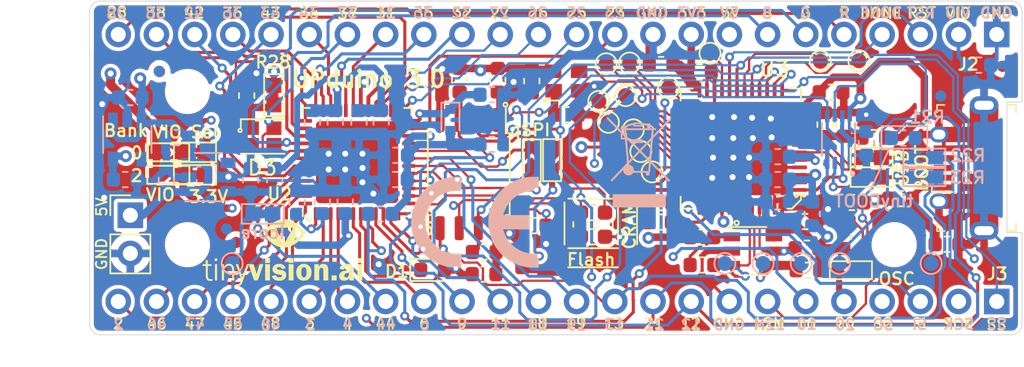
<source format=kicad_pcb>
(kicad_pcb (version 20171130) (host pcbnew "(5.1.5)-3")
  (title_block (title UpDuino) (rev 3.0) (company "tinyVision.ai Inc."))
  (layers (0 F.Cu signal) (1 In1.Cu signal) (2 In2.Cu signal) (31 B.Cu signal) (34 B.Paste user) (35 F.Paste user) (36 B.SilkS user) (37 F.SilkS user) (38 B.Mask user) (39 F.Mask user) (44 Edge.Cuts user))
  (net 0 "")
  (net 1 GND)
  (net 2 +5VD)
  (net 3 /FT_VCORE)
  (net 4 +3V3)
  (net 5 "Net-(C4-Pad1)")
  (net 6 /VCC_PLL)
  (net 7 /V_PHY)
  (net 8 /V_PLL)
  (net 9 /+1.2V_CORE)
  (net 10 +1V2)
  (net 11 +2V5)
  (net 12 /CDONE)
  (net 13 /LED_B)
  (net 14 /LED_G)
  (net 15 /LED_R)
  (net 16 /USB_P)
  (net 17 "Net-(J1-Pad4)")
  (net 18 /USB_M)
  (net 19 /IOT_41A)
  (net 20 /IOT_50B)
  (net 21 /IOT_51A)
  (net 22 /IOT_48B)
  (net 23 /IOT_49A)
  (net 24 /IOT_44B)
  (net 25 /IOT_45A_G1)
  (net 26 /IOT_42B)
  (net 27 /IOT_46B_G0)
  (net 28 /IOT_43A)
  (net 29 /IOT_38B)
  (net 30 /IOT_39A)
  (net 31 /IOT_36B)
  (net 32 /IOT_37A)
  (net 33 /CRESET_N)
  (net 34 /IOB_6A)
  (net 35 /IOB_0A)
  (net 36 /IOB_2A)
  (net 37 /IOB_5B)
  (net 38 /IOB_4A)
  (net 39 /IOB_9B)
  (net 40 /IOB_8A)
  (net 41 /IOB_3B_G6)
  (net 42 /IOB_13B)
  (net 43 /IOB_16A)
  (net 44 /IOB_20A)
  (net 45 /IOB_31B)
  (net 46 /IOB_29B)
  (net 47 /IOB_24A)
  (net 48 /IOB_23B)
  (net 49 /IOB_22A)
  (net 50 /CLK_12M_EXT)
  (net 51 /IOB_18A)
  (net 52 /IOB_25B_G3)
  (net 53 /FLASH_MISO)
  (net 54 /FLASH_MOSI)
  (net 55 /V_USB)
  (net 56 "Net-(R1-Pad2)")
  (net 57 /EE_DAT)
  (net 58 "Net-(R3-Pad1)")
  (net 59 "Net-(R10-Pad2)")
  (net 60 /CLK_12M_FT)
  (net 61 "Net-(R14-Pad1)")
  (net 62 "Net-(R15-Pad1)")
  (net 63 /EE_CS)
  (net 64 /EE_CLK)
  (net 65 "Net-(R35-Pad1)")
  (net 66 "Net-(R36-Pad1)")
  (net 67 "Net-(TP1-Pad1)")
  (net 68 "Net-(TP2-Pad1)")
  (net 69 "Net-(TP3-Pad1)")
  (net 70 "Net-(TP4-Pad1)")
  (net 71 "Net-(TP5-Pad1)")
  (net 72 "Net-(TP6-Pad1)")
  (net 73 "Net-(TP7-Pad1)")
  (net 74 "Net-(TP8-Pad1)")
  (net 75 "Net-(TP9-Pad1)")
  (net 76 "Net-(TP10-Pad1)")
  (net 77 "Net-(TP11-Pad1)")
  (net 78 "Net-(TP12-Pad1)")
  (net 79 "Net-(U3-Pad2)")
  (net 80 "Net-(U6-Pad4)")
  (net 81 "Net-(U7-Pad4)")
  (net 82 /VIO_BANK_0_2)
  (net 83 "Net-(C22-Pad1)")
  (net 84 "Net-(C35-Pad1)")
  (net 85 "Net-(R16-Pad1)")
  (net 86 "Net-(C24-Pad1)")
  (net 87 /FT_SSn)
  (net 88 /FT_SCK)
  (net 89 /FPGA_SO)
  (net 90 /FPGA_SI)
  (net 91 "Net-(U3-Pad39)")
  (module VS.preety:LED_Cree-PLCC4_2x2mm_CW (layer F.Cu) (at 111.5 86.792)
    (fp_text reference D3 (at -0.02 2.088) (layer F.SilkS))
    (fp_text value CLMVC-FKA-CLBDGL7LBB79353)
    (pad 4 smd rect (at -0.75 0.55) (size 1 0.9) (layers F.Cu F.Paste F.Mask) (net 15 /LED_R))
    (pad 3 smd rect (at 0.75 0.55) (size 1 0.9) (layers F.Cu F.Paste F.Mask) (net 14 /LED_G))
    (pad 2 smd rect (at 0.75 -0.55) (size 1 0.9) (layers F.Cu F.Paste F.Mask) (net 13 /LED_B))
    (pad 1 smd rect (at -0.75 -0.55) (size 1 0.9) (layers F.Cu F.Paste F.Mask) (net 86 "Net-(C24-Pad1)"))
  )
  (module Diode_SMD:D_SOD-523 (layer B.Cu) (at 123.9886 85.6904 270)
    (fp_text reference D2 hide)
    (fp_text value 1N4148WT-7)
    (pad 1 smd rect (at -0.7 0 90) (size 0.6 0.7) (layers B.Cu B.Paste B.Mask) (net 11 +2V5))
    (pad 2 smd rect (at 0.7 0 90) (size 0.6 0.7) (layers B.Cu B.Paste B.Mask) (net 4 +3V3))
  )
  (module Package_SO:SOIC-8_5.23x5.23mm_P1.27mm (layer F.Cu) (at 125.2078 89.2972 270)
    (fp_text reference U5 (at 3.6528 3.1328 180) (layer F.SilkS) (effects (font (size 0.8 0.8))))
    (fp_text value W25Q32JVSSIM)
    (pad 8 smd roundrect (at 3.6 -1.905 270) (size 1.6 0.6) (layers F.Cu F.Paste F.Mask) (net 4 +3V3))
    (pad 7 smd roundrect (at 3.6 -0.635 270) (size 1.6 0.6) (layers F.Cu F.Paste F.Mask) (net 62 "Net-(R15-Pad1)"))
    (pad 6 smd roundrect (at 3.6 0.635 270) (size 1.6 0.6) (layers F.Cu F.Paste F.Mask) (net 88 /FT_SCK))
    (pad 5 smd roundrect (at 3.6 1.905 270) (size 1.6 0.6) (layers F.Cu F.Paste F.Mask) (net 54 /FLASH_MOSI))
    (pad 4 smd roundrect (at -3.6 1.905 270) (size 1.6 0.6) (layers F.Cu F.Paste F.Mask) (net 1 GND))
    (pad 3 smd roundrect (at -3.6 0.635 270) (size 1.6 0.6) (layers F.Cu F.Paste F.Mask) (net 61 "Net-(R14-Pad1)"))
    (pad 2 smd roundrect (at -3.6 -0.635 270) (size 1.6 0.6) (layers F.Cu F.Paste F.Mask) (net 53 /FLASH_MISO))
    (pad 1 smd roundrect (at -3.6 -1.905 270) (size 1.6 0.6) (layers F.Cu F.Paste F.Mask) (net 87 /FT_SSn))
  )
  (module Resistor_SMD:R_0603_1608Metric (layer F.Cu) (at 134.27 92.66 90)
    (fp_text reference R27 hide)
    (fp_text value DNI)
    (pad 2 smd roundrect (at 0.7875 0 90) (size 0.875 0.95) (layers F.Cu F.Paste F.Mask) (net 90 /FPGA_SI))
    (pad 1 smd roundrect (at -0.7875 0 90) (size 0.875 0.95) (layers F.Cu F.Paste F.Mask) (net 54 /FLASH_MOSI))
  )
  (module Resistor_SMD:R_0603_1608Metric (layer F.Cu) (at 133.45 91.86)
    (fp_text reference R13 hide)
    (fp_text value 0)
    (pad 2 smd roundrect (at 0.7875 0) (size 0.875 0.95) (layers F.Cu F.Paste F.Mask) (net 90 /FPGA_SI))
    (pad 1 smd roundrect (at -0.7875 0) (size 0.875 0.95) (layers F.Cu F.Paste F.Mask) (net 53 /FLASH_MISO))
  )
  (module Resistor_SMD:R_0603_1608Metric (layer F.Cu) (at 133.46 93.47)
    (fp_text reference R12 hide)
    (fp_text value 0)
    (pad 2 smd roundrect (at 0.7875 0) (size 0.875 0.95) (layers F.Cu F.Paste F.Mask) (net 54 /FLASH_MOSI))
    (pad 1 smd roundrect (at -0.7875 0) (size 0.875 0.95) (layers F.Cu F.Paste F.Mask) (net 89 /FPGA_SO))
  )
  (module Resistor_SMD:R_0603_1608Metric (layer F.Cu) (at 132.67 92.65 90)
    (fp_text reference R11 hide)
    (fp_text value DNI)
    (pad 2 smd roundrect (at 0.7875 0 90) (size 0.875 0.95) (layers F.Cu F.Paste F.Mask) (net 53 /FLASH_MISO))
    (pad 1 smd roundrect (at -0.7875 0 90) (size 0.875 0.95) (layers F.Cu F.Paste F.Mask) (net 89 /FPGA_SO))
  )
  (module vs:Tiny4 (layer F.Cu) (at 112.88 94.5)
    (fp_text reference G*** hide)
    (fp_text value LOGO hide)
  )
  (module Symbol:WEEE-Logo_4.2x6mm_SilkScreen (layer B.Cu) (at 136.54 88.49 180)
    (fp_text reference REF** hide)
    (fp_text value WEEE-Logo_4.2x6mm_SilkScreen hide)
  )
  (module Symbol:CE-Logo_8.5x6mm_SilkScreen (layer B.Cu) (at 125.62 92.51)
    (fp_text reference REF** hide)
    (fp_text value CE-Logo_8.5x6mm_SilkScreen hide)
  )
  (module vs:Oscillator_SMD_Abracon_ASDMB-4Pin_2.5x2.0mm (layer F.Cu) (at 131.7 83.1)
    (fp_text reference U4 hide)
    (fp_text value "SG-210STF 12.0000ML3")
    (pad 4 smd rect (at -0.88 -0.65) (size 1.1 0.9) (layers F.Cu F.Paste F.Mask) (net 4 +3V3))
    (pad 3 smd rect (at 0.85 -0.65) (size 1.1 0.9) (layers F.Cu F.Paste F.Mask) (net 60 /CLK_12M_FT))
    (pad 2 smd rect (at 0.85 0.65) (size 1.1 0.9) (layers F.Cu F.Paste F.Mask) (net 1 GND))
    (pad 1 smd rect (at -0.85 0.65) (size 1.1 0.9) (layers F.Cu F.Paste F.Mask) (net 59 "Net-(R10-Pad2)"))
  )
  (module vs:QFN-48-1EP_8x8mm_P0.5mm_EP6.2x6.2mm (layer F.Cu) (at 143.2984 87.6012 180)
    (fp_text reference U3 (at -2.2416 5.3012) (layer F.SilkS))
    (fp_text value FT232H)
    (pad 48 smd roundrect (at -2.75 -3.9 180) (size 0.25 1) (layers F.Cu F.Paste F.Mask) (net 1 GND))
    (pad 47 smd roundrect (at -2.25 -3.9 180) (size 0.25 1) (layers F.Cu F.Paste F.Mask) (net 1 GND))
    (pad 46 smd roundrect (at -1.75 -3.9 180) (size 0.25 1) (layers F.Cu F.Paste F.Mask) (net 4 +3V3))
    (pad 45 smd roundrect (at -1.25 -3.9 180) (size 0.25 1) (layers F.Cu F.Paste F.Mask) (net 63 /EE_CS))
    (pad 44 smd roundrect (at -0.75 -3.9 180) (size 0.25 1) (layers F.Cu F.Paste F.Mask) (net 64 /EE_CLK))
    (pad 43 smd roundrect (at -0.25 -3.9 180) (size 0.25 1) (layers F.Cu F.Paste F.Mask) (net 57 /EE_DAT))
    (pad 42 smd roundrect (at 0.25 -3.9 180) (size 0.25 1) (layers F.Cu F.Paste F.Mask) (net 1 GND))
    (pad 41 smd roundrect (at 0.75 -3.9 180) (size 0.25 1) (layers F.Cu F.Paste F.Mask) (net 1 GND))
    (pad 40 smd roundrect (at 1.25 -3.9 180) (size 0.25 1) (layers F.Cu F.Paste F.Mask) (net 2 +5VD))
    (pad 39 smd roundrect (at 1.75 -3.9 180) (size 0.25 1) (layers F.Cu F.Paste F.Mask) (net 91 "Net-(U3-Pad39)"))
    (pad 38 smd roundrect (at 2.25 -3.9 180) (size 0.25 1) (layers F.Cu F.Paste F.Mask) (net 3 /FT_VCORE))
    (pad 37 smd roundrect (at 2.75 -3.9 180) (size 0.25 1) (layers F.Cu F.Paste F.Mask) (net 5 "Net-(C4-Pad1)"))
    (pad 36 smd roundrect (at 3.9 -2.75 180) (size 1 0.25) (layers F.Cu F.Paste F.Mask) (net 1 GND))
    (pad 35 smd roundrect (at 3.9 -2.25 180) (size 1 0.25) (layers F.Cu F.Paste F.Mask) (net 1 GND))
    (pad 34 smd roundrect (at 3.9 -1.75 180) (size 1 0.25) (layers F.Cu F.Paste F.Mask) (net 4 +3V3))
    (pad 33 smd roundrect (at 3.9 -1.25 180) (size 1 0.25) (layers F.Cu F.Paste F.Mask) (net 76 "Net-(TP10-Pad1)"))
    (pad 32 smd roundrect (at 3.9 -0.75 180) (size 1 0.25) (layers F.Cu F.Paste F.Mask) (net 75 "Net-(TP9-Pad1)"))
    (pad 31 smd roundrect (at 3.9 -0.25 180) (size 1 0.25) (layers F.Cu F.Paste F.Mask) (net 74 "Net-(TP8-Pad1)"))
    (pad 30 smd roundrect (at 3.9 0.25 180) (size 1 0.25) (layers F.Cu F.Paste F.Mask) (net 73 "Net-(TP7-Pad1)"))
    (pad 29 smd roundrect (at 3.9 0.75 180) (size 1 0.25) (layers F.Cu F.Paste F.Mask) (net 72 "Net-(TP6-Pad1)"))
    (pad 28 smd roundrect (at 3.9 1.25 180) (size 1 0.25) (layers F.Cu F.Paste F.Mask) (net 71 "Net-(TP5-Pad1)"))
    (pad 27 smd roundrect (at 3.9 1.75 180) (size 1 0.25) (layers F.Cu F.Paste F.Mask) (net 70 "Net-(TP4-Pad1)"))
    (pad 26 smd roundrect (at 3.9 2.25 180) (size 1 0.25) (layers F.Cu F.Paste F.Mask) (net 69 "Net-(TP3-Pad1)"))
    (pad 25 smd roundrect (at 3.9 2.75 180) (size 1 0.25) (layers F.Cu F.Paste F.Mask) (net 68 "Net-(TP2-Pad1)"))
    (pad 24 smd roundrect (at 2.75 3.9 180) (size 0.25 1) (layers F.Cu F.Paste F.Mask) (net 4 +3V3))
    (pad 23 smd roundrect (at 2.25 3.9 180) (size 0.25 1) (layers F.Cu F.Paste F.Mask) (net 1 GND))
    (pad 22 smd roundrect (at 1.75 3.9 180) (size 0.25 1) (layers F.Cu F.Paste F.Mask) (net 1 GND))
    (pad 21 smd roundrect (at 1.25 3.9 180) (size 0.25 1) (layers F.Cu F.Paste F.Mask) (net 67 "Net-(TP1-Pad1)"))
    (pad 20 smd roundrect (at 0.75 3.9 180) (size 0.25 1) (layers F.Cu F.Paste F.Mask) (net 33 /CRESET_N))
    (pad 19 smd roundrect (at 0.25 3.9 180) (size 0.25 1) (layers F.Cu F.Paste F.Mask) (net 12 /CDONE))
    (pad 18 smd roundrect (at -0.25 3.9 180) (size 0.25 1) (layers F.Cu F.Paste F.Mask) (net 78 "Net-(TP12-Pad1)"))
    (pad 17 smd roundrect (at -0.75 3.9 180) (size 0.25 1) (layers F.Cu F.Paste F.Mask) (net 87 /FT_SSn))
    (pad 16 smd roundrect (at -1.25 3.9 180) (size 0.25 1) (layers F.Cu F.Paste F.Mask) (net 77 "Net-(TP11-Pad1)"))
    (pad 15 smd roundrect (at -1.75 3.9 180) (size 0.25 1) (layers F.Cu F.Paste F.Mask) (net 53 /FLASH_MISO))
    (pad 14 smd roundrect (at -2.25 3.9 180) (size 0.25 1) (layers F.Cu F.Paste F.Mask) (net 54 /FLASH_MOSI))
    (pad 13 smd roundrect (at -2.75 3.9 180) (size 0.25 1) (layers F.Cu F.Paste F.Mask) (net 88 /FT_SCK))
    (pad 12 smd roundrect (at -3.9 2.75 180) (size 1 0.25) (layers F.Cu F.Paste F.Mask) (net 4 +3V3))
    (pad 11 smd roundrect (at -3.9 2.25 180) (size 1 0.25) (layers F.Cu F.Paste F.Mask) (net 1 GND))
    (pad 10 smd roundrect (at -3.9 1.75 180) (size 1 0.25) (layers F.Cu F.Paste F.Mask) (net 1 GND))
    (pad 9 smd roundrect (at -3.9 1.25 180) (size 1 0.25) (layers F.Cu F.Paste F.Mask) (net 1 GND))
    (pad 8 smd roundrect (at -3.9 0.75 180) (size 1 0.25) (layers F.Cu F.Paste F.Mask) (net 8 /V_PLL))
    (pad 7 smd roundrect (at -3.9 0.25 180) (size 1 0.25) (layers F.Cu F.Paste F.Mask) (net 66 "Net-(R36-Pad1)"))
    (pad 6 smd roundrect (at -3.9 -0.25 180) (size 1 0.25) (layers F.Cu F.Paste F.Mask) (net 65 "Net-(R35-Pad1)"))
    (pad 5 smd roundrect (at -3.9 -0.75 180) (size 1 0.25) (layers F.Cu F.Paste F.Mask) (net 58 "Net-(R3-Pad1)"))
    (pad 4 smd roundrect (at -3.9 -1.25 180) (size 1 0.25) (layers F.Cu F.Paste F.Mask) (net 1 GND))
    (pad 3 smd roundrect (at -3.9 -1.75 180) (size 1 0.25) (layers F.Cu F.Paste F.Mask) (net 7 /V_PHY))
    (pad 2 smd roundrect (at -3.9 -2.25 180) (size 1 0.25) (layers F.Cu F.Paste F.Mask) (net 79 "Net-(U3-Pad2)"))
    (pad 1 smd roundrect (at -3.9 -2.75 180) (size 1 0.25) (layers F.Cu F.Paste F.Mask) (net 60 /CLK_12M_FT))
    (pad 49 smd roundrect (at 0 0 180) (size 6.2 6.2) (layers F.Cu F.Mask) (roundrect_rratio 0.046) (net 1 GND))
  )
  (module vs:SOT-23-6 (layer F.Cu) (at 144.1 94.428)
    (fp_text reference U1 hide)
    (fp_text value 93LC56BT-I/OT)
    (pad 5 smd rect (at 1.4 0) (size 1.1 0.6) (layers F.Cu F.Paste F.Mask) (net 63 /EE_CS))
    (pad 6 smd rect (at 1.4 -0.95) (size 1.1 0.6) (layers F.Cu F.Paste F.Mask) (net 4 +3V3))
    (pad 4 smd rect (at 1.4 0.95) (size 1.1 0.6) (layers F.Cu F.Paste F.Mask) (net 64 /EE_CLK))
    (pad 3 smd rect (at -1.4 0.95) (size 1.1 0.6) (layers F.Cu F.Paste F.Mask) (net 57 /EE_DAT))
    (pad 2 smd rect (at -1.4 0) (size 1.1 0.6) (layers F.Cu F.Paste F.Mask) (net 1 GND))
    (pad 1 smd rect (at -1.4 -0.95) (size 1.1 0.6) (layers F.Cu F.Paste F.Mask) (net 56 "Net-(R1-Pad2)"))
  )
  (module Package_DFN_QFN:QFN-48-1EP_7x7mm_P0.5mm_EP5.6x5.6mm (layer F.Cu) (at 117.7798 88.5034 90)
    (fp_text reference U2 (at -2.1166 -5.1498) (layer F.SilkS) (effects (font (size 0.8 0.8))))
    (fp_text value ICE40UP5K-SG48ITR)
    (pad 48 smd roundrect (at -2.75 -3.4375 90) (size 0.25 0.875) (layers F.Cu F.Paste F.Mask) (net 38 /IOB_4A))
    (pad 47 smd roundrect (at -2.25 -3.4375 90) (size 0.25 0.875) (layers F.Cu F.Paste F.Mask) (net 36 /IOB_2A))
    (pad 46 smd roundrect (at -1.75 -3.4375 90) (size 0.25 0.875) (layers F.Cu F.Paste F.Mask) (net 35 /IOB_0A))
    (pad 45 smd roundrect (at -1.25 -3.4375 90) (size 0.25 0.875) (layers F.Cu F.Paste F.Mask) (net 37 /IOB_5B))
    (pad 44 smd roundrect (at -0.75 -3.4375 90) (size 0.25 0.875) (layers F.Cu F.Paste F.Mask) (net 41 /IOB_3B_G6))
    (pad 43 smd roundrect (at -0.25 -3.4375 90) (size 0.25 0.875) (layers F.Cu F.Paste F.Mask) (net 23 /IOT_49A))
    (pad 42 smd roundrect (at 0.25 -3.4375 90) (size 0.25 0.875) (layers F.Cu F.Paste F.Mask) (net 21 /IOT_51A))
    (pad 41 smd roundrect (at 0.75 -3.4375 90) (size 0.25 0.875) (layers F.Cu F.Paste F.Mask) (net 13 /LED_B))
    (pad 40 smd roundrect (at 1.25 -3.4375 90) (size 0.25 0.875) (layers F.Cu F.Paste F.Mask) (net 14 /LED_G))
    (pad 39 smd roundrect (at 1.75 -3.4375 90) (size 0.25 0.875) (layers F.Cu F.Paste F.Mask) (net 15 /LED_R))
    (pad 38 smd roundrect (at 2.25 -3.4375 90) (size 0.25 0.875) (layers F.Cu F.Paste F.Mask) (net 20 /IOT_50B))
    (pad 37 smd roundrect (at 2.75 -3.4375 90) (size 0.25 0.875) (layers F.Cu F.Paste F.Mask) (net 25 /IOT_45A_G1))
    (pad 36 smd roundrect (at 3.4375 -2.75 90) (size 0.875 0.25) (layers F.Cu F.Paste F.Mask) (net 22 /IOT_48B))
    (pad 35 smd roundrect (at 3.4375 -2.25 90) (size 0.875 0.25) (layers F.Cu F.Paste F.Mask) (net 27 /IOT_46B_G0))
    (pad 34 smd roundrect (at 3.4375 -1.75 90) (size 0.875 0.25) (layers F.Cu F.Paste F.Mask) (net 24 /IOT_44B))
    (pad 33 smd roundrect (at 3.4375 -1.25 90) (size 0.875 0.25) (layers F.Cu F.Paste F.Mask) (net 83 "Net-(C22-Pad1)"))
    (pad 32 smd roundrect (at 3.4375 -0.75 90) (size 0.875 0.25) (layers F.Cu F.Paste F.Mask) (net 28 /IOT_43A))
    (pad 31 smd roundrect (at 3.4375 -0.25 90) (size 0.875 0.25) (layers F.Cu F.Paste F.Mask) (net 26 /IOT_42B))
    (pad 30 smd roundrect (at 3.4375 0.25 90) (size 0.875 0.25) (layers F.Cu F.Paste F.Mask) (net 9 /+1.2V_CORE))
    (pad 29 smd roundrect (at 3.4375 0.75 90) (size 0.875 0.25) (layers F.Cu F.Paste F.Mask) (net 6 /VCC_PLL))
    (pad 28 smd roundrect (at 3.4375 1.25 90) (size 0.875 0.25) (layers F.Cu F.Paste F.Mask) (net 19 /IOT_41A))
    (pad 27 smd roundrect (at 3.4375 1.75 90) (size 0.875 0.25) (layers F.Cu F.Paste F.Mask) (net 29 /IOT_38B))
    (pad 26 smd roundrect (at 3.4375 2.25 90) (size 0.875 0.25) (layers F.Cu F.Paste F.Mask) (net 30 /IOT_39A))
    (pad 25 smd roundrect (at 3.4375 2.75 90) (size 0.875 0.25) (layers F.Cu F.Paste F.Mask) (net 31 /IOT_36B))
    (pad 24 smd roundrect (at 2.75 3.4375 90) (size 0.25 0.875) (layers F.Cu F.Paste F.Mask) (net 11 +2V5))
    (pad 23 smd roundrect (at 2.25 3.4375 90) (size 0.25 0.875) (layers F.Cu F.Paste F.Mask) (net 32 /IOT_37A))
    (pad 22 smd roundrect (at 1.75 3.4375 90) (size 0.25 0.875) (layers F.Cu F.Paste F.Mask) (net 4 +3V3))
    (pad 21 smd roundrect (at 1.25 3.4375 90) (size 0.25 0.875) (layers F.Cu F.Paste F.Mask) (net 48 /IOB_23B))
    (pad 20 smd roundrect (at 0.75 3.4375 90) (size 0.25 0.875) (layers F.Cu F.Paste F.Mask) (net 52 /IOB_25B_G3))
    (pad 19 smd roundrect (at 0.25 3.4375 90) (size 0.25 0.875) (layers F.Cu F.Paste F.Mask) (net 46 /IOB_29B))
    (pad 18 smd roundrect (at -0.25 3.4375 90) (size 0.25 0.875) (layers F.Cu F.Paste F.Mask) (net 45 /IOB_31B))
    (pad 17 smd roundrect (at -0.75 3.4375 90) (size 0.25 0.875) (layers F.Cu F.Paste F.Mask) (net 90 /FPGA_SI))
    (pad 16 smd roundrect (at -1.25 3.4375 90) (size 0.25 0.875) (layers F.Cu F.Paste F.Mask) (net 87 /FT_SSn))
    (pad 15 smd roundrect (at -1.75 3.4375 90) (size 0.25 0.875) (layers F.Cu F.Paste F.Mask) (net 88 /FT_SCK))
    (pad 14 smd roundrect (at -2.25 3.4375 90) (size 0.25 0.875) (layers F.Cu F.Paste F.Mask) (net 89 /FPGA_SO))
    (pad 13 smd roundrect (at -2.75 3.4375 90) (size 0.25 0.875) (layers F.Cu F.Paste F.Mask) (net 47 /IOB_24A))
    (pad 12 smd roundrect (at -3.4375 2.75 90) (size 0.875 0.25) (layers F.Cu F.Paste F.Mask) (net 49 /IOB_22A))
    (pad 11 smd roundrect (at -3.4375 2.25 90) (size 0.875 0.25) (layers F.Cu F.Paste F.Mask) (net 44 /IOB_20A))
    (pad 10 smd roundrect (at -3.4375 1.75 90) (size 0.875 0.25) (layers F.Cu F.Paste F.Mask) (net 51 /IOB_18A))
    (pad 9 smd roundrect (at -3.4375 1.25 90) (size 0.875 0.25) (layers F.Cu F.Paste F.Mask) (net 43 /IOB_16A))
    (pad 8 smd roundrect (at -3.4375 0.75 90) (size 0.875 0.25) (layers F.Cu F.Paste F.Mask) (net 33 /CRESET_N))
    (pad 7 smd roundrect (at -3.4375 0.25 90) (size 0.875 0.25) (layers F.Cu F.Paste F.Mask) (net 12 /CDONE))
    (pad 6 smd roundrect (at -3.4375 -0.25 90) (size 0.875 0.25) (layers F.Cu F.Paste F.Mask) (net 42 /IOB_13B))
    (pad 5 smd roundrect (at -3.4375 -0.75 90) (size 0.875 0.25) (layers F.Cu F.Paste F.Mask) (net 9 /+1.2V_CORE))
    (pad 4 smd roundrect (at -3.4375 -1.25 90) (size 0.875 0.25) (layers F.Cu F.Paste F.Mask) (net 40 /IOB_8A))
    (pad 3 smd roundrect (at -3.4375 -1.75 90) (size 0.875 0.25) (layers F.Cu F.Paste F.Mask) (net 39 /IOB_9B))
    (pad 2 smd roundrect (at -3.4375 -2.25 90) (size 0.875 0.25) (layers F.Cu F.Paste F.Mask) (net 34 /IOB_6A))
    (pad 1 smd roundrect (at -3.4375 -2.75 90) (size 0.875 0.25) (layers F.Cu F.Paste F.Mask) (net 84 "Net-(C35-Pad1)"))
    (pad 49 smd roundrect (at 0 0 90) (size 5.46 5.46) (layers F.Cu F.Mask) (roundrect_rratio 0.045) (net 1 GND))
  )
  (module Capacitor_SMD:C_0603_1608Metric (layer F.Cu) (at 140.55 82.5)
    (fp_text reference C7 hide)
    (fp_text value 0.1u)
    (pad 2 smd roundrect (at 0.7875 0) (size 0.875 0.95) (layers F.Cu F.Paste F.Mask) (net 1 GND))
    (pad 1 smd roundrect (at -0.7875 0) (size 0.875 0.95) (layers F.Cu F.Paste F.Mask) (net 4 +3V3))
  )
  (module TestPoint:TestPoint_Pad_D1.0mm (layer F.Cu) (at 138.5 83.55)
    (fp_text reference TP2 hide)
    (fp_text value TestPoint)
    (pad 1 smd circle (at 0 0) (size 1 1) (layers F.Cu F.Mask) (net 68 "Net-(TP2-Pad1)"))
  )
  (module vs:SolderJumper-2_0603_Open_TrianglePad1.0x1.5mm (layer F.Cu) (at 150.622 95.7 180)
    (fp_text reference R16 hide)
    (fp_text value JUMPER)
    (pad 2 smd custom (at 0.7875 0 180) (size 0.5 0.9) (layers F.Cu F.Paste F.Mask) (net 52 /IOB_25B_G3) (options (clearance outline) (anchor rect)) (primitives (gr_poly (pts (xy -0.8 -0.455) (xy 0.5 -0.455) (xy 0.5 0.455) (xy -0.8 0.455) (xy -0.3 0)) (width 0))))
    (pad 1 smd custom (at -0.7875 0 180) (size 0.875 0.9) (layers F.Cu F.Paste F.Mask) (net 85 "Net-(R16-Pad1)") (options (clearance outline) (anchor rect)) (primitives (gr_poly (pts (xy -0.5 -0.455) (xy 0.5 -0.455) (xy 1 0) (xy 0.5 0.455) (xy -0.5 0.455)) (width 0))))
  )
  (module Connector_PinHeader_2.54mm:PinHeader_1x02_P2.54mm_Vertical (layer F.Cu) (at 102.7 92.04)
    (fp_text reference J4 hide)
    (fp_text value "5V Power")
    (pad 2 thru_hole oval (at 0 2.54) (size 1.7 1.7) (drill 1) (layers *.Cu *.Mask) (net 1 GND))
    (pad 1 thru_hole rect (at 0 0) (size 1.7 1.7) (drill 1) (layers *.Cu *.Mask) (net 2 +5VD))
  )
  (module TestPoint:TestPoint_Pad_D1.0mm (layer F.Cu) (at 151.15 81.75)
    (fp_text reference TP11 hide)
    (fp_text value TestPoint)
    (pad 1 smd circle (at 0 0) (size 1 1) (layers F.Cu F.Mask) (net 77 "Net-(TP11-Pad1)"))
  )
  (module Resistor_SMD:R_0603_1608Metric (layer B.Cu) (at 154.1 86.9 180)
    (fp_text reference R21 (at -1.6 1.4 180) (layer B.SilkS) (effects (font (size 0.8 0.8)) (justify mirror)))
    (fp_text value DNI)
    (pad 2 smd roundrect (at 0.7875 0 180) (size 0.875 0.95) (layers B.Cu B.Paste B.Mask) (net 49 /IOB_22A))
    (pad 1 smd roundrect (at -0.7875 0 180) (size 0.875 0.95) (layers B.Cu B.Paste B.Mask) (net 16 /USB_P))
  )
  (module Resistor_SMD:R_0603_1608Metric (layer F.Cu) (at 147.7645 95.7)
    (fp_text reference R18 hide)
    (fp_text value 10K)
    (pad 2 smd roundrect (at 0.7875 0) (size 0.875 0.95) (layers F.Cu F.Paste F.Mask) (net 4 +3V3))
    (pad 1 smd roundrect (at -0.7875 0) (size 0.875 0.95) (layers F.Cu F.Paste F.Mask) (net 64 /EE_CLK))
  )
  (module Resistor_SMD:R_0603_1608Metric (layer F.Cu) (at 147.701 94.234 180)
    (fp_text reference R17 hide)
    (fp_text value 10K)
    (pad 2 smd roundrect (at 0.7875 0 180) (size 0.875 0.95) (layers F.Cu F.Paste F.Mask) (net 63 /EE_CS))
    (pad 1 smd roundrect (at -0.7875 0 180) (size 0.875 0.95) (layers F.Cu F.Paste F.Mask) (net 4 +3V3))
  )
  (module Resistor_SMD:R_0603_1608Metric (layer F.Cu) (at 126.238 94.488)
    (fp_text reference R15 hide)
    (fp_text value 10K)
    (pad 2 smd roundrect (at 0.7875 0) (size 0.875 0.95) (layers F.Cu F.Paste F.Mask) (net 4 +3V3))
    (pad 1 smd roundrect (at -0.7875 0) (size 0.875 0.95) (layers F.Cu F.Paste F.Mask) (net 62 "Net-(R15-Pad1)"))
  )
  (module Resistor_SMD:R_0603_1608Metric (layer F.Cu) (at 124.5982 83.0488 90)
    (fp_text reference R14 hide)
    (fp_text value 10K)
    (pad 2 smd roundrect (at 0.7875 0 90) (size 0.875 0.95) (layers F.Cu F.Paste F.Mask) (net 4 +3V3))
    (pad 1 smd roundrect (at -0.7875 0 90) (size 0.875 0.95) (layers F.Cu F.Paste F.Mask) (net 61 "Net-(R14-Pad1)"))
  )
  (module Resistor_SMD:R_0603_1608Metric (layer F.Cu) (at 131.7 85.344 180)
    (fp_text reference R10 hide)
    (fp_text value DNI)
    (pad 2 smd roundrect (at 0.7875 0 180) (size 0.875 0.95) (layers F.Cu F.Paste F.Mask) (net 59 "Net-(R10-Pad2)"))
    (pad 1 smd roundrect (at -0.7875 0 180) (size 0.875 0.95) (layers F.Cu F.Paste F.Mask) (net 1 GND))
  )
  (module Resistor_SMD:R_0603_1608Metric (layer F.Cu) (at 129.56 92.73 180)
    (fp_text reference R9 hide)
    (fp_text value 10K)
    (pad 2 smd roundrect (at 0.7875 0 180) (size 0.875 0.95) (layers F.Cu F.Paste F.Mask) (net 4 +3V3))
    (pad 1 smd roundrect (at -0.7875 0 180) (size 0.875 0.95) (layers F.Cu F.Paste F.Mask) (net 88 /FT_SCK))
  )
  (module Resistor_SMD:R_0603_1608Metric (layer F.Cu) (at 127.1382 83.0488 90)
    (fp_text reference R8 hide)
    (fp_text value 10K)
    (pad 2 smd roundrect (at 0.7875 0 90) (size 0.875 0.95) (layers F.Cu F.Paste F.Mask) (net 4 +3V3))
    (pad 1 smd roundrect (at -0.7875 0 90) (size 0.875 0.95) (layers F.Cu F.Paste F.Mask) (net 87 /FT_SSn))
  )
  (module Resistor_SMD:R_0603_1608Metric (layer F.Cu) (at 126.2253 95.9612)
    (fp_text reference R7 hide)
    (fp_text value 2.2K)
    (pad 2 smd roundrect (at 0.7875 0) (size 0.875 0.95) (layers F.Cu F.Paste F.Mask) (net 4 +3V3))
    (pad 1 smd roundrect (at -0.7875 0) (size 0.875 0.95) (layers F.Cu F.Paste F.Mask) (net 12 /CDONE))
  )
  (module Resistor_SMD:R_0603_1608Metric (layer B.Cu) (at 119.3165 91.948)
    (fp_text reference R5 hide)
    (fp_text value 10K)
    (pad 2 smd roundrect (at 0.7875 0) (size 0.875 0.95) (layers B.Cu B.Paste B.Mask) (net 4 +3V3))
    (pad 1 smd roundrect (at -0.7875 0) (size 0.875 0.95) (layers B.Cu B.Paste B.Mask) (net 33 /CRESET_N))
  )
  (module Resistor_SMD:R_0603_1608Metric (layer F.Cu) (at 140.716 93.5 180)
    (fp_text reference R4 hide)
    (fp_text value 10K)
    (pad 2 smd roundrect (at 0.7875 0 180) (size 0.875 0.95) (layers F.Cu F.Paste F.Mask) (net 4 +3V3))
    (pad 1 smd roundrect (at -0.7875 0 180) (size 0.875 0.95) (layers F.Cu F.Paste F.Mask) (net 56 "Net-(R1-Pad2)"))
  )
  (module Resistor_SMD:R_0603_1608Metric (layer B.Cu) (at 145.75 88.138 180)
    (fp_text reference R3 hide)
    (fp_text value 12K)
    (pad 2 smd roundrect (at 0.7875 0 180) (size 0.875 0.95) (layers B.Cu B.Paste B.Mask) (net 1 GND))
    (pad 1 smd roundrect (at -0.7875 0 180) (size 0.875 0.95) (layers B.Cu B.Paste B.Mask) (net 58 "Net-(R3-Pad1)"))
  )
  (module Resistor_SMD:R_0603_1608Metric (layer F.Cu) (at 140.716 95.35 180)
    (fp_text reference R1 hide)
    (fp_text value 2.2K)
    (pad 2 smd roundrect (at 0.7875 0 180) (size 0.875 0.95) (layers F.Cu F.Paste F.Mask) (net 56 "Net-(R1-Pad2)"))
    (pad 1 smd roundrect (at -0.7875 0 180) (size 0.875 0.95) (layers F.Cu F.Paste F.Mask) (net 57 /EE_DAT))
  )
  (module Inductor_SMD:L_0603_1608Metric (layer F.Cu) (at 153.924 90.932)
    (fp_text reference FB3 hide)
    (fp_text value BLM18HE152SN1D)
    (pad 2 smd roundrect (at 0.7875 0) (size 0.875 0.95) (layers F.Cu F.Paste F.Mask) (net 55 /V_USB))
    (pad 1 smd roundrect (at -0.7875 0) (size 0.875 0.95) (layers F.Cu F.Paste F.Mask) (net 2 +5VD))
  )
  (module Inductor_SMD:L_0603_1608Metric (layer F.Cu) (at 152.146 86.868)
    (fp_text reference FB2 hide)
    (fp_text value BLM18HE152SN1D)
    (pad 2 smd roundrect (at 0.7875 0) (size 0.875 0.95) (layers F.Cu F.Paste F.Mask) (net 4 +3V3))
    (pad 1 smd roundrect (at -0.7875 0) (size 0.875 0.95) (layers F.Cu F.Paste F.Mask) (net 8 /V_PLL))
  )
  (module Inductor_SMD:L_0603_1608Metric (layer B.Cu) (at 148.05 91.95 270)
    (fp_text reference FB1 hide)
    (fp_text value BLM18HE152SN1D)
    (pad 2 smd roundrect (at 0.7875 0 270) (size 0.875 0.95) (layers B.Cu B.Paste B.Mask) (net 4 +3V3))
    (pad 1 smd roundrect (at -0.7875 0 270) (size 0.875 0.95) (layers B.Cu B.Paste B.Mask) (net 7 /V_PHY))
  )
  (module LED_SMD:LED_0603_1608Metric (layer F.Cu) (at 122.8 95.68)
    (fp_text reference D1 (at -2.3786 0.1034 180) (layer F.SilkS) (effects (font (size 0.8 0.8))))
    (fp_text value LTST-C191KGKT)
    (pad 2 smd roundrect (at 0.7875 0) (size 0.875 0.95) (layers F.Cu F.Paste F.Mask) (net 12 /CDONE))
    (pad 1 smd roundrect (at -0.7875 0) (size 0.875 0.95) (layers F.Cu F.Paste F.Mask) (net 1 GND))
  )
  (module Capacitor_SMD:C_0603_1608Metric (layer B.Cu) (at 105.8 86.868 180)
    (fp_text reference C34 hide)
    (fp_text value DNI)
    (pad 2 smd roundrect (at 0.7875 0 180) (size 0.875 0.95) (layers B.Cu B.Paste B.Mask) (net 1 GND))
    (pad 1 smd roundrect (at -0.7875 0 180) (size 0.875 0.95) (layers B.Cu B.Paste B.Mask) (net 2 +5VD))
  )
  (module Capacitor_SMD:C_0603_1608Metric (layer F.Cu) (at 138 82 180)
    (fp_text reference C33 hide)
    (fp_text value DNI)
    (pad 2 smd roundrect (at 0.7875 0 180) (size 0.875 0.95) (layers F.Cu F.Paste F.Mask) (net 1 GND))
    (pad 1 smd roundrect (at -0.7875 0 180) (size 0.875 0.95) (layers F.Cu F.Paste F.Mask) (net 4 +3V3))
  )
  (module Capacitor_SMD:C_0603_1608Metric (layer B.Cu) (at 126.746 84.014)
    (fp_text reference C31 hide)
    (fp_text value 4.7u)
    (pad 2 smd roundrect (at 0.7875 0) (size 0.875 0.95) (layers B.Cu B.Paste B.Mask) (net 1 GND))
    (pad 1 smd roundrect (at -0.7875 0) (size 0.875 0.95) (layers B.Cu B.Paste B.Mask) (net 11 +2V5))
  )
  (module Capacitor_SMD:C_0603_1608Metric (layer B.Cu) (at 110.7 89.7 90)
    (fp_text reference C29 hide)
    (fp_text value 4.7u)
    (pad 2 smd roundrect (at 0.7875 0 90) (size 0.875 0.95) (layers B.Cu B.Paste B.Mask) (net 1 GND))
    (pad 1 smd roundrect (at -0.7875 0 90) (size 0.875 0.95) (layers B.Cu B.Paste B.Mask) (net 10 +1V2))
  )
  (module Capacitor_SMD:C_0603_1608Metric (layer F.Cu) (at 150.15 85.9875 90)
    (fp_text reference C28 hide)
    (fp_text value 4.7u)
    (pad 2 smd roundrect (at 0.7875 0 90) (size 0.875 0.95) (layers F.Cu F.Paste F.Mask) (net 1 GND))
    (pad 1 smd roundrect (at -0.7875 0 90) (size 0.875 0.95) (layers F.Cu F.Paste F.Mask) (net 8 /V_PLL))
  )
  (module Capacitor_SMD:C_0603_1608Metric (layer B.Cu) (at 145.75 91.15 180)
    (fp_text reference C27 hide)
    (fp_text value 4.7u)
    (pad 2 smd roundrect (at 0.7875 0 180) (size 0.875 0.95) (layers B.Cu B.Paste B.Mask) (net 1 GND))
    (pad 1 smd roundrect (at -0.7875 0 180) (size 0.875 0.95) (layers B.Cu B.Paste B.Mask) (net 7 /V_PHY))
  )
  (module Capacitor_SMD:C_0603_1608Metric (layer F.Cu) (at 157.01 93.97 180)
    (fp_text reference C25 hide)
    (fp_text value 0.1u)
    (pad 2 smd roundrect (at 0.7875 0 180) (size 0.875 0.95) (layers F.Cu F.Paste F.Mask) (net 55 /V_USB))
    (pad 1 smd roundrect (at -0.7875 0 180) (size 0.875 0.95) (layers F.Cu F.Paste F.Mask) (net 1 GND))
  )
  (module Capacitor_SMD:C_0603_1608Metric (layer F.Cu) (at 110.44 84.07 90)
    (fp_text reference C24 hide)
    (fp_text value 4.7u)
    (pad 2 smd roundrect (at 0.7875 0 90) (size 0.875 0.95) (layers F.Cu F.Paste F.Mask) (net 1 GND))
    (pad 1 smd roundrect (at -0.7875 0 90) (size 0.875 0.95) (layers F.Cu F.Paste F.Mask) (net 86 "Net-(C24-Pad1)"))
  )
  (module Capacitor_SMD:C_0603_1608Metric (layer B.Cu) (at 159.131 82.042)
    (fp_text reference C23 hide)
    (fp_text value DNI)
    (pad 2 smd roundrect (at 0.7875 0) (size 0.875 0.95) (layers B.Cu B.Paste B.Mask) (net 1 GND))
    (pad 1 smd roundrect (at -0.7875 0) (size 0.875 0.95) (layers B.Cu B.Paste B.Mask) (net 82 /VIO_BANK_0_2))
  )
  (module Capacitor_SMD:C_0603_1608Metric (layer B.Cu) (at 102.362 89.662)
    (fp_text reference C21 hide)
    (fp_text value 4.7u)
    (pad 2 smd roundrect (at 0.7875 0) (size 0.875 0.95) (layers B.Cu B.Paste B.Mask) (net 1 GND))
    (pad 1 smd roundrect (at -0.7875 0) (size 0.875 0.95) (layers B.Cu B.Paste B.Mask) (net 4 +3V3))
  )
  (module Capacitor_SMD:C_0603_1608Metric (layer B.Cu) (at 105.1 89.7 90)
    (fp_text reference C20 hide)
    (fp_text value 4.7u)
    (pad 2 smd roundrect (at 0.7875 0 90) (size 0.875 0.95) (layers B.Cu B.Paste B.Mask) (net 1 GND))
    (pad 1 smd roundrect (at -0.7875 0 90) (size 0.875 0.95) (layers B.Cu B.Paste B.Mask) (net 2 +5VD))
  )
  (module Capacitor_SMD:C_0603_1608Metric (layer B.Cu) (at 102.7 84.2 180)
    (fp_text reference C19 hide)
    (fp_text value 4.7u)
    (pad 2 smd roundrect (at 0.7875 0 180) (size 0.875 0.95) (layers B.Cu B.Paste B.Mask) (net 1 GND))
    (pad 1 smd roundrect (at -0.7875 0 180) (size 0.875 0.95) (layers B.Cu B.Paste B.Mask) (net 2 +5VD))
  )
  (module Capacitor_SMD:C_0603_1608Metric (layer F.Cu) (at 129.4 83.1 270)
    (fp_text reference C18 hide)
    (fp_text value 0.1u)
    (pad 2 smd roundrect (at 0.7875 0 270) (size 0.875 0.95) (layers F.Cu F.Paste F.Mask) (net 1 GND))
    (pad 1 smd roundrect (at -0.7875 0 270) (size 0.875 0.95) (layers F.Cu F.Paste F.Mask) (net 4 +3V3))
  )
  (module Capacitor_SMD:C_0603_1608Metric (layer F.Cu) (at 128.778 94.742 270)
    (fp_text reference C17 hide)
    (fp_text value 0.1u)
    (pad 2 smd roundrect (at 0.7875 0 270) (size 0.875 0.95) (layers F.Cu F.Paste F.Mask) (net 1 GND))
    (pad 1 smd roundrect (at -0.7875 0 270) (size 0.875 0.95) (layers F.Cu F.Paste F.Mask) (net 4 +3V3))
  )
  (module Capacitor_SMD:C_0603_1608Metric (layer B.Cu) (at 126.746 87.316)
    (fp_text reference C16 hide)
    (fp_text value 0.1u)
    (pad 2 smd roundrect (at 0.7875 0) (size 0.875 0.95) (layers B.Cu B.Paste B.Mask) (net 1 GND))
    (pad 1 smd roundrect (at -0.7875 0) (size 0.875 0.95) (layers B.Cu B.Paste B.Mask) (net 4 +3V3))
  )
  (module Capacitor_SMD:C_0603_1608Metric (layer B.Cu) (at 116.9924 91.145 90)
    (fp_text reference C15 hide)
    (fp_text value 0.1u)
    (pad 2 smd roundrect (at 0.7875 0 90) (size 0.875 0.95) (layers B.Cu B.Paste B.Mask) (net 1 GND))
    (pad 1 smd roundrect (at -0.7875 0 90) (size 0.875 0.95) (layers B.Cu B.Paste B.Mask) (net 9 /+1.2V_CORE))
  )
  (module Capacitor_SMD:C_0603_1608Metric (layer B.Cu) (at 120.3452 88.0462 180)
    (fp_text reference C14 hide)
    (fp_text value 0.1u)
    (pad 2 smd roundrect (at 0.7875 0 180) (size 0.875 0.95) (layers B.Cu B.Paste B.Mask) (net 1 GND))
    (pad 1 smd roundrect (at -0.7875 0 180) (size 0.875 0.95) (layers B.Cu B.Paste B.Mask) (net 4 +3V3))
  )
  (module Capacitor_SMD:C_0603_1608Metric (layer F.Cu) (at 148.9 86 90)
    (fp_text reference C13 hide)
    (fp_text value 0.1u)
    (pad 2 smd roundrect (at 0.7875 0 90) (size 0.875 0.95) (layers F.Cu F.Paste F.Mask) (net 1 GND))
    (pad 1 smd roundrect (at -0.7875 0 90) (size 0.875 0.95) (layers F.Cu F.Paste F.Mask) (net 8 /V_PLL))
  )
  (module Capacitor_SMD:C_0603_1608Metric (layer B.Cu) (at 145.75 89.662 180)
    (fp_text reference C12 hide)
    (fp_text value 0.1u)
    (pad 2 smd roundrect (at 0.7875 0 180) (size 0.875 0.95) (layers B.Cu B.Paste B.Mask) (net 1 GND))
    (pad 1 smd roundrect (at -0.7875 0 180) (size 0.875 0.95) (layers B.Cu B.Paste B.Mask) (net 7 /V_PHY))
  )
  (module Capacitor_SMD:C_0603_1608Metric (layer B.Cu) (at 117.9068 85.852 270)
    (fp_text reference C11 hide)
    (fp_text value 4.7u)
    (pad 2 smd roundrect (at 0.7875 0 270) (size 0.875 0.95) (layers B.Cu B.Paste B.Mask) (net 1 GND))
    (pad 1 smd roundrect (at -0.7875 0 270) (size 0.875 0.95) (layers B.Cu B.Paste B.Mask) (net 6 /VCC_PLL))
  )
  (module Capacitor_SMD:C_0603_1608Metric (layer B.Cu) (at 119.38 85.852 270)
    (fp_text reference C10 hide)
    (fp_text value 0.1u)
    (pad 2 smd roundrect (at 0.7875 0 270) (size 0.875 0.95) (layers B.Cu B.Paste B.Mask) (net 1 GND))
    (pad 1 smd roundrect (at -0.7875 0 270) (size 0.875 0.95) (layers B.Cu B.Paste B.Mask) (net 6 /VCC_PLL))
  )
  (module Capacitor_SMD:C_0603_1608Metric (layer F.Cu) (at 149.3 83.85)
    (fp_text reference C9 hide)
    (fp_text value 0.1u)
    (pad 2 smd roundrect (at 0.7875 0) (size 0.875 0.95) (layers F.Cu F.Paste F.Mask) (net 1 GND))
    (pad 1 smd roundrect (at -0.7875 0) (size 0.875 0.95) (layers F.Cu F.Paste F.Mask) (net 4 +3V3))
  )
  (module Capacitor_SMD:C_0603_1608Metric (layer F.Cu) (at 147.574 92.456)
    (fp_text reference C8 hide)
    (fp_text value 0.1u)
    (pad 2 smd roundrect (at 0.7875 0) (size 0.875 0.95) (layers F.Cu F.Paste F.Mask) (net 1 GND))
    (pad 1 smd roundrect (at -0.7875 0) (size 0.875 0.95) (layers F.Cu F.Paste F.Mask) (net 4 +3V3))
  )
  (module Capacitor_SMD:C_0603_1608Metric (layer B.Cu) (at 115.4684 91.145 90)
    (fp_text reference C6 hide)
    (fp_text value 0.1u)
    (pad 2 smd roundrect (at 0.7875 0 90) (size 0.875 0.95) (layers B.Cu B.Paste B.Mask) (net 1 GND))
    (pad 1 smd roundrect (at -0.7875 0 90) (size 0.875 0.95) (layers B.Cu B.Paste B.Mask) (net 84 "Net-(C35-Pad1)"))
  )
  (module Capacitor_SMD:C_0603_1608Metric (layer B.Cu) (at 116.332 85.852 270)
    (fp_text reference C5 hide)
    (fp_text value 0.1u)
    (pad 2 smd roundrect (at 0.7875 0 270) (size 0.875 0.95) (layers B.Cu B.Paste B.Mask) (net 1 GND))
    (pad 1 smd roundrect (at -0.7875 0 270) (size 0.875 0.95) (layers B.Cu B.Paste B.Mask) (net 83 "Net-(C22-Pad1)"))
  )
  (module Capacitor_SMD:C_0603_1608Metric (layer F.Cu) (at 137.9 91.2 180)
    (fp_text reference C4 hide)
    (fp_text value 0.1u)
    (pad 2 smd roundrect (at 0.7875 0 180) (size 0.875 0.95) (layers F.Cu F.Paste F.Mask) (net 1 GND))
    (pad 1 smd roundrect (at -0.7875 0 180) (size 0.875 0.95) (layers F.Cu F.Paste F.Mask) (net 5 "Net-(C4-Pad1)"))
  )
  (module Capacitor_SMD:C_0603_1608Metric (layer F.Cu) (at 150.114 93.472 90)
    (fp_text reference C3 hide)
    (fp_text value 0.1u)
    (pad 1 smd roundrect (at -0.7875 0 90) (size 0.875 0.95) (layers F.Cu F.Paste F.Mask) (net 4 +3V3))
    (pad 2 smd roundrect (at 0.7875 0 90) (size 0.875 0.95) (layers F.Cu F.Paste F.Mask) (net 1 GND))
  )
  (module Capacitor_SMD:C_0603_1608Metric (layer F.Cu) (at 137.9 92.5 180)
    (fp_text reference C2 hide)
    (fp_text value 0.1u)
    (pad 2 smd roundrect (at 0.7875 0 180) (size 0.875 0.95) (layers F.Cu F.Paste F.Mask) (net 1 GND))
    (pad 1 smd roundrect (at -0.7875 0 180) (size 0.875 0.95) (layers F.Cu F.Paste F.Mask) (net 3 /FT_VCORE))
  )
  (module Capacitor_SMD:C_0603_1608Metric (layer F.Cu) (at 150.6855 91.186 180)
    (fp_text reference C1 hide)
    (fp_text value 4.7u)
    (pad 2 smd roundrect (at 0.7875 0 180) (size 0.875 0.95) (layers F.Cu F.Paste F.Mask) (net 1 GND))
    (pad 1 smd roundrect (at -0.7875 0 180) (size 0.875 0.95) (layers F.Cu F.Paste F.Mask) (net 2 +5VD))
  )
  (module vs:USB_Micro_AB_Female_0475890001 (layer F.Cu) (at 156.8 88.89 90)
    (fp_text reference J1 hide)
    (fp_text value 47589-0001)
    (pad 6 thru_hole oval (at -2.225 -0.325) (size 1.25 1.05) (drill oval 0.85 0.65) (layers *.Cu *.Mask) (net 1 GND))
    (pad SH smd rect (at -3.89 3.575) (size 0.1 0.5) (layers F.Cu F.Paste F.Mask))
    (pad SH smd rect (at -3.89 1.775) (size 0.1 0.5) (layers F.Cu F.Paste F.Mask))
    (pad 6 thru_hole oval (at -4.175 2.675) (size 1.9 1.2) (drill oval 1.3 0.6) (layers *.Cu *.Mask) (net 1 GND))
    (pad 6 smd rect (at -3.24 2.675) (size 1.9 1.26) (layers F.Cu F.Paste F.Mask) (net 1 GND))
    (pad SH smd rect (at 3.9 3.575) (size 0.1 0.5) (layers F.Cu F.Paste F.Mask))
    (pad 6 smd rect (at 1.275 2.675) (size 1.9 1.8) (layers F.Cu F.Paste F.Mask) (net 1 GND))
    (pad 1 smd rect (at -1.3 0) (size 1.35 0.4) (layers F.Cu F.Paste F.Mask) (net 55 /V_USB))
    (pad 2 smd rect (at -0.65 0) (size 1.35 0.4) (layers F.Cu F.Paste F.Mask) (net 18 /USB_M))
    (pad 3 smd rect (at 0 0) (size 1.35 0.4) (layers F.Cu F.Paste F.Mask) (net 16 /USB_P))
    (pad 4 smd rect (at 0.65 0) (size 1.35 0.4) (layers F.Cu F.Paste F.Mask) (net 17 "Net-(J1-Pad4)"))
    (pad 5 smd rect (at 1.3 0) (size 1.35 0.4) (layers F.Cu F.Paste F.Mask) (net 1 GND))
    (pad 6 smd rect (at -1.275 2.675) (size 1.9 1.8) (layers F.Cu F.Paste F.Mask) (net 1 GND))
    (pad 6 thru_hole oval (at 4.175 2.675) (size 1.9 1.2) (drill oval 1.3 0.6) (layers *.Cu *.Mask) (net 1 GND))
    (pad 6 smd rect (at 3.24 2.675) (size 1.9 1.26) (layers F.Cu F.Paste F.Mask) (net 1 GND))
    (pad SH smd rect (at 3.89 1.775) (size 0.1 0.5) (layers F.Cu F.Paste F.Mask))
    (pad 6 thru_hole oval (at 2.225 -0.325) (size 1.25 1.05) (drill oval 0.85 0.65) (layers *.Cu *.Mask) (net 1 GND))
  )
  (module vs:PinHeader_1x24_P2.54mm_Vertical (layer F.Cu) (at 160.32 80 270)
    (fp_text reference J2 (at 1.98 1.9 180) (layer F.SilkS) (effects (font (size 0.8 0.8))))
    (fp_text value Right)
    (pad 1 thru_hole rect (at 0 0 270) (size 1.7 1.7) (drill 1) (layers *.Cu *.Mask) (net 1 GND))
    (pad 2 thru_hole oval (at 0 2.54 270) (size 1.7 1.7) (drill 1) (layers *.Cu *.Mask) (net 82 /VIO_BANK_0_2))
    (pad 3 thru_hole oval (at 0 5.08 270) (size 1.7 1.7) (drill 1) (layers *.Cu *.Mask) (net 33 /CRESET_N))
    (pad 4 thru_hole oval (at 0 7.62 270) (size 1.7 1.7) (drill 1) (layers *.Cu *.Mask) (net 12 /CDONE))
    (pad 5 thru_hole oval (at 0 10.16 270) (size 1.7 1.7) (drill 1) (layers *.Cu *.Mask) (net 15 /LED_R))
    (pad 6 thru_hole oval (at 0 12.7 270) (size 1.7 1.7) (drill 1) (layers *.Cu *.Mask) (net 14 /LED_G))
    (pad 7 thru_hole oval (at 0 15.24 270) (size 1.7 1.7) (drill 1) (layers *.Cu *.Mask) (net 13 /LED_B))
    (pad 8 thru_hole oval (at 0 17.78 270) (size 1.7 1.7) (drill 1) (layers *.Cu *.Mask) (net 2 +5VD))
    (pad 9 thru_hole oval (at 0 20.32 270) (size 1.7 1.7) (drill 1) (layers *.Cu *.Mask) (net 4 +3V3))
    (pad 10 thru_hole oval (at 0 22.86 270) (size 1.7 1.7) (drill 1) (layers *.Cu *.Mask) (net 1 GND))
    (pad 11 thru_hole oval (at 0 25.4 270) (size 1.7 1.7) (drill 1) (layers *.Cu *.Mask) (net 32 /IOT_37A))
    (pad 12 thru_hole oval (at 0 27.94 270) (size 1.7 1.7) (drill 1) (layers *.Cu *.Mask) (net 31 /IOT_36B))
    (pad 13 thru_hole oval (at 0 30.48 270) (size 1.7 1.7) (drill 1) (layers *.Cu *.Mask) (net 30 /IOT_39A))
    (pad 14 thru_hole oval (at 0 33.02 270) (size 1.7 1.7) (drill 1) (layers *.Cu *.Mask) (net 29 /IOT_38B))
    (pad 15 thru_hole oval (at 0 35.56 270) (size 1.7 1.7) (drill 1) (layers *.Cu *.Mask) (net 28 /IOT_43A))
    (pad 16 thru_hole oval (at 0 38.1 270) (size 1.7 1.7) (drill 1) (layers *.Cu *.Mask) (net 27 /IOT_46B_G0))
    (pad 17 thru_hole oval (at 0 40.64 270) (size 1.7 1.7) (drill 1) (layers *.Cu *.Mask) (net 26 /IOT_42B))
    (pad 18 thru_hole oval (at 0 43.18 270) (size 1.7 1.7) (drill 1) (layers *.Cu *.Mask) (net 25 /IOT_45A_G1))
    (pad 19 thru_hole oval (at 0 45.72 270) (size 1.7 1.7) (drill 1) (layers *.Cu *.Mask) (net 24 /IOT_44B))
    (pad 20 thru_hole oval (at 0 48.26 270) (size 1.7 1.7) (drill 1) (layers *.Cu *.Mask) (net 23 /IOT_49A))
    (pad 21 thru_hole oval (at 0 50.8 270) (size 1.7 1.7) (drill 1) (layers *.Cu *.Mask) (net 22 /IOT_48B))
    (pad 22 thru_hole oval (at 0 53.34 270) (size 1.7 1.7) (drill 1) (layers *.Cu *.Mask) (net 21 /IOT_51A))
    (pad 23 thru_hole oval (at 0 55.88 270) (size 1.7 1.7) (drill 1) (layers *.Cu *.Mask) (net 20 /IOT_50B))
    (pad 24 thru_hole oval (at 0 58.42 270) (size 1.7 1.7) (drill 1) (layers *.Cu *.Mask) (net 19 /IOT_41A))
  )
  (module vs:PinHeader_1x24_P2.54mm_Vertical (layer F.Cu) (at 160.32 97.78 270)
    (fp_text reference J3 (at -1.83 -0.03 180) (layer F.SilkS) (effects (font (size 0.8 0.8))))
    (fp_text value Left)
    (pad 24 thru_hole oval (at 0 58.42 270) (size 1.7 1.7) (drill 1) (layers *.Cu *.Mask) (net 34 /IOB_6A))
    (pad 23 thru_hole oval (at 0 55.88 270) (size 1.7 1.7) (drill 1) (layers *.Cu *.Mask) (net 35 /IOB_0A))
    (pad 22 thru_hole oval (at 0 53.34 270) (size 1.7 1.7) (drill 1) (layers *.Cu *.Mask) (net 36 /IOB_2A))
    (pad 21 thru_hole oval (at 0 50.8 270) (size 1.7 1.7) (drill 1) (layers *.Cu *.Mask) (net 37 /IOB_5B))
    (pad 20 thru_hole oval (at 0 48.26 270) (size 1.7 1.7) (drill 1) (layers *.Cu *.Mask) (net 38 /IOB_4A))
    (pad 19 thru_hole oval (at 0 45.72 270) (size 1.7 1.7) (drill 1) (layers *.Cu *.Mask) (net 39 /IOB_9B))
    (pad 18 thru_hole oval (at 0 43.18 270) (size 1.7 1.7) (drill 1) (layers *.Cu *.Mask) (net 40 /IOB_8A))
    (pad 17 thru_hole oval (at 0 40.64 270) (size 1.7 1.7) (drill 1) (layers *.Cu *.Mask) (net 41 /IOB_3B_G6))
    (pad 16 thru_hole oval (at 0 38.1 270) (size 1.7 1.7) (drill 1) (layers *.Cu *.Mask) (net 42 /IOB_13B))
    (pad 15 thru_hole oval (at 0 35.56 270) (size 1.7 1.7) (drill 1) (layers *.Cu *.Mask) (net 43 /IOB_16A))
    (pad 14 thru_hole oval (at 0 33.02 270) (size 1.7 1.7) (drill 1) (layers *.Cu *.Mask) (net 44 /IOB_20A))
    (pad 13 thru_hole oval (at 0 30.48 270) (size 1.7 1.7) (drill 1) (layers *.Cu *.Mask) (net 45 /IOB_31B))
    (pad 12 thru_hole oval (at 0 27.94 270) (size 1.7 1.7) (drill 1) (layers *.Cu *.Mask) (net 46 /IOB_29B))
    (pad 11 thru_hole oval (at 0 25.4 270) (size 1.7 1.7) (drill 1) (layers *.Cu *.Mask) (net 47 /IOB_24A))
    (pad 10 thru_hole oval (at 0 22.86 270) (size 1.7 1.7) (drill 1) (layers *.Cu *.Mask) (net 48 /IOB_23B))
    (pad 9 thru_hole oval (at 0 20.32 270) (size 1.7 1.7) (drill 1) (layers *.Cu *.Mask) (net 49 /IOB_22A))
    (pad 8 thru_hole oval (at 0 17.78 270) (size 1.7 1.7) (drill 1) (layers *.Cu *.Mask) (net 1 GND))
    (pad 7 thru_hole oval (at 0 15.24 270) (size 1.7 1.7) (drill 1) (layers *.Cu *.Mask) (net 50 /CLK_12M_EXT))
    (pad 6 thru_hole oval (at 0 12.7 270) (size 1.7 1.7) (drill 1) (layers *.Cu *.Mask) (net 51 /IOB_18A))
    (pad 5 thru_hole oval (at 0 10.16 270) (size 1.7 1.7) (drill 1) (layers *.Cu *.Mask) (net 52 /IOB_25B_G3))
    (pad 4 thru_hole oval (at 0 7.62 270) (size 1.7 1.7) (drill 1) (layers *.Cu *.Mask) (net 53 /FLASH_MISO))
    (pad 3 thru_hole oval (at 0 5.08 270) (size 1.7 1.7) (drill 1) (layers *.Cu *.Mask) (net 54 /FLASH_MOSI))
    (pad 2 thru_hole oval (at 0 2.54 270) (size 1.7 1.7) (drill 1) (layers *.Cu *.Mask) (net 88 /FT_SCK))
    (pad 1 thru_hole rect (at 0 0 270) (size 1.7 1.7) (drill 1) (layers *.Cu *.Mask) (net 87 /FT_SSn))
  )
  (module vs:SolderJumper-2_0603_Open_TrianglePad1.0x1.5mm (layer F.Cu) (at 105.2175 87.846)
    (fp_text reference R19 hide)
    (fp_text value JUMPER)
    (pad 2 smd custom (at 0.7875 0) (size 0.5 0.9) (layers F.Cu F.Paste F.Mask) (net 83 "Net-(C22-Pad1)") (options (clearance outline) (anchor rect)) (primitives (gr_poly (pts (xy -0.8 -0.455) (xy 0.5 -0.455) (xy 0.5 0.455) (xy -0.8 0.455) (xy -0.3 0)) (width 0))))
    (pad 1 smd custom (at -0.7875 0) (size 0.875 0.9) (layers F.Cu F.Paste F.Mask) (net 82 /VIO_BANK_0_2) (options (clearance outline) (anchor rect)) (primitives (gr_poly (pts (xy -0.5 -0.455) (xy 0.5 -0.455) (xy 1 0) (xy 0.5 0.455) (xy -0.5 0.455)) (width 0))))
  )
  (module vs:SolderJumper-2_0603_Open_TrianglePad1.0x1.5mm (layer B.Cu) (at 155.5 88.2 180)
    (fp_text reference R22 (at -2.9 0.14 180) (layer B.SilkS) (effects (font (size 0.8 0.8)) (justify mirror)))
    (fp_text value JUMPER)
    (pad 2 smd custom (at 0.7875 0 180) (size 0.5 0.9) (layers B.Cu B.Paste B.Mask) (net 16 /USB_P) (options (clearance outline) (anchor rect)) (primitives (gr_poly (pts (xy -0.8 0.455) (xy 0.5 0.455) (xy 0.5 -0.455) (xy -0.8 -0.455) (xy -0.3 0)) (width 0))))
    (pad 1 smd custom (at -0.7875 0 180) (size 0.875 0.9) (layers B.Cu B.Paste B.Mask) (net 48 /IOB_23B) (options (clearance outline) (anchor rect)) (primitives (gr_poly (pts (xy -0.5 0.455) (xy 0.5 0.455) (xy 1 0) (xy 0.5 -0.455) (xy -0.5 -0.455)) (width 0))))
  )
  (module vs:SolderJumper-2_0603_Open_TrianglePad1.0x1.5mm (layer B.Cu) (at 155.5 89.5 180)
    (fp_text reference R23 (at -2.88 -0.03 180) (layer B.SilkS) (effects (font (size 0.8 0.8)) (justify mirror)))
    (fp_text value JUMPER)
    (pad 1 smd custom (at -0.7875 0 180) (size 0.875 0.9) (layers B.Cu B.Paste B.Mask) (net 47 /IOB_24A) (options (clearance outline) (anchor rect)) (primitives (gr_poly (pts (xy -0.5 0.455) (xy 0.5 0.455) (xy 1 0) (xy 0.5 -0.455) (xy -0.5 -0.455)) (width 0))))
    (pad 2 smd custom (at 0.7875 0 180) (size 0.5 0.9) (layers B.Cu B.Paste B.Mask) (net 18 /USB_M) (options (clearance outline) (anchor rect)) (primitives (gr_poly (pts (xy -0.8 0.455) (xy 0.5 0.455) (xy 0.5 -0.455) (xy -0.8 -0.455) (xy -0.3 0)) (width 0))))
  )
  (module vs:SolderJumper-2_0603_Open_TrianglePad1.0x1.5mm (layer F.Cu) (at 130.7465 88.3665 270)
    (fp_text reference R24 hide)
    (fp_text value JUMPER)
    (pad 2 smd custom (at 0.7875 0 270) (size 0.5 0.9) (layers F.Cu F.Paste F.Mask) (net 51 /IOB_18A) (options (clearance outline) (anchor rect)) (primitives (gr_poly (pts (xy -0.8 -0.455) (xy 0.5 -0.455) (xy 0.5 0.455) (xy -0.8 0.455) (xy -0.3 0)) (width 0))))
    (pad 1 smd custom (at -0.7875 0 270) (size 0.875 0.9) (layers F.Cu F.Paste F.Mask) (net 61 "Net-(R14-Pad1)") (options (clearance outline) (anchor rect)) (primitives (gr_poly (pts (xy -0.5 -0.455) (xy 0.5 -0.455) (xy 1 0) (xy 0.5 0.455) (xy -0.5 0.455)) (width 0))))
  )
  (module vs:SolderJumper-2_0603_Open_TrianglePad1.0x1.5mm (layer F.Cu) (at 129.4 88.392 90)
    (fp_text reference R25 hide)
    (fp_text value JUMPER)
    (pad 1 smd custom (at -0.7875 0 90) (size 0.875 0.9) (layers F.Cu F.Paste F.Mask) (net 62 "Net-(R15-Pad1)") (options (clearance outline) (anchor rect)) (primitives (gr_poly (pts (xy -0.5 -0.455) (xy 0.5 -0.455) (xy 1 0) (xy 0.5 0.455) (xy -0.5 0.455)) (width 0))))
    (pad 2 smd custom (at 0.7875 0 90) (size 0.5 0.9) (layers F.Cu F.Paste F.Mask) (net 52 /IOB_25B_G3) (options (clearance outline) (anchor rect)) (primitives (gr_poly (pts (xy -0.8 -0.455) (xy 0.5 -0.455) (xy 0.5 0.455) (xy -0.8 0.455) (xy -0.3 0)) (width 0))))
  )
  (module vs:SolderJumper-2_0603_Open_TrianglePad1.0x1.5mm (layer F.Cu) (at 105.23 89.346)
    (fp_text reference R26 hide)
    (fp_text value JUMPER)
    (pad 1 smd custom (at -0.7875 0) (size 0.875 0.9) (layers F.Cu F.Paste F.Mask) (net 82 /VIO_BANK_0_2) (options (clearance outline) (anchor rect)) (primitives (gr_poly (pts (xy -0.5 -0.455) (xy 0.5 -0.455) (xy 1 0) (xy 0.5 0.455) (xy -0.5 0.455)) (width 0))))
    (pad 2 smd custom (at 0.7875 0) (size 0.5 0.9) (layers F.Cu F.Paste F.Mask) (net 84 "Net-(C35-Pad1)") (options (clearance outline) (anchor rect)) (primitives (gr_poly (pts (xy -0.8 -0.455) (xy 0.5 -0.455) (xy 0.5 0.455) (xy -0.8 0.455) (xy -0.3 0)) (width 0))))
  )
  (module Capacitor_SMD:C_0603_1608Metric (layer B.Cu) (at 114.808 85.852 270)
    (fp_text reference C22 hide)
    (fp_text value 4.7u)
    (pad 2 smd roundrect (at 0.7875 0 270) (size 0.875 0.95) (layers B.Cu B.Paste B.Mask) (net 1 GND))
    (pad 1 smd roundrect (at -0.7875 0 270) (size 0.875 0.95) (layers B.Cu B.Paste B.Mask) (net 83 "Net-(C22-Pad1)"))
  )
  (module Capacitor_SMD:C_0603_1608Metric (layer B.Cu) (at 120.3325 89.662 180)
    (fp_text reference C30 hide)
    (fp_text value 4.7u)
    (pad 1 smd roundrect (at -0.7875 0 180) (size 0.875 0.95) (layers B.Cu B.Paste B.Mask) (net 4 +3V3))
    (pad 2 smd roundrect (at 0.7875 0 180) (size 0.875 0.95) (layers B.Cu B.Paste B.Mask) (net 1 GND))
  )
  (module Capacitor_SMD:C_0603_1608Metric (layer B.Cu) (at 113.792 91.186 90)
    (fp_text reference C35 hide)
    (fp_text value 4.7u)
    (pad 1 smd roundrect (at -0.7875 0 90) (size 0.875 0.95) (layers B.Cu B.Paste B.Mask) (net 84 "Net-(C35-Pad1)"))
    (pad 2 smd roundrect (at 0.7875 0 90) (size 0.875 0.95) (layers B.Cu B.Paste B.Mask) (net 1 GND))
  )
  (module Capacitor_SMD:C_0603_1608Metric (layer B.Cu) (at 151.65 87.25 270)
    (fp_text reference C36 hide)
    (fp_text value 0.1u)
    (pad 2 smd roundrect (at 0.7875 0 270) (size 0.875 0.95) (layers B.Cu B.Paste B.Mask) (net 1 GND))
    (pad 1 smd roundrect (at -0.7875 0 270) (size 0.875 0.95) (layers B.Cu B.Paste B.Mask) (net 4 +3V3))
  )
  (module Package_SO:VSSOP-8_2.3x2mm_P0.5mm (layer B.Cu) (at 149.7965 86.995 90)
    (fp_text reference U8 hide)
    (fp_text value SN74AUP2G125DCUR)
    (pad 1 smd rect (at -1.55 0.75 180) (size 0.3 0.8) (layers B.Cu B.Paste B.Mask) (net 1 GND))
    (pad 2 smd rect (at -1.55 0.25 180) (size 0.3 0.8) (layers B.Cu B.Paste B.Mask) (net 60 /CLK_12M_FT))
    (pad 3 smd rect (at -1.55 -0.25 180) (size 0.3 0.8) (layers B.Cu B.Paste B.Mask) (net 85 "Net-(R16-Pad1)"))
    (pad 4 smd rect (at -1.55 -0.75 180) (size 0.3 0.8) (layers B.Cu B.Paste B.Mask) (net 1 GND))
    (pad 5 smd rect (at 1.55 -0.75 180) (size 0.3 0.8) (layers B.Cu B.Paste B.Mask) (net 60 /CLK_12M_FT))
    (pad 6 smd rect (at 1.55 -0.25 180) (size 0.3 0.8) (layers B.Cu B.Paste B.Mask) (net 50 /CLK_12M_EXT))
    (pad 7 smd rect (at 1.55 0.25 180) (size 0.3 0.8) (layers B.Cu B.Paste B.Mask) (net 1 GND))
    (pad 8 smd rect (at 1.55 0.75 180) (size 0.3 0.8) (layers B.Cu B.Paste B.Mask) (net 4 +3V3))
  )
  (module TestPoint:TestPoint_Pad_D1.0mm (layer F.Cu) (at 141.25 81.25)
    (fp_text reference TP1 hide)
    (fp_text value TestPoint)
    (pad 1 smd circle (at 0 0) (size 1 1) (layers F.Cu F.Mask) (net 67 "Net-(TP1-Pad1)"))
  )
  (module TestPoint:TestPoint_Pad_D1.0mm (layer F.Cu) (at 135.9 81.9)
    (fp_text reference TP3 hide)
    (fp_text value TestPoint)
    (pad 1 smd circle (at 0 0) (size 1 1) (layers F.Cu F.Mask) (net 69 "Net-(TP3-Pad1)"))
  )
  (module TestPoint:TestPoint_Pad_D1.0mm (layer F.Cu) (at 134.35 81.95)
    (fp_text reference TP4 hide)
    (fp_text value TestPoint)
    (pad 1 smd circle (at 0 0) (size 1 1) (layers F.Cu F.Mask) (net 70 "Net-(TP4-Pad1)"))
  )
  (module TestPoint:TestPoint_Pad_D1.0mm (layer F.Cu) (at 135.636 84.074)
    (fp_text reference TP5 hide)
    (fp_text value TestPoint)
    (pad 1 smd circle (at 0 0) (size 1 1) (layers F.Cu F.Mask) (net 71 "Net-(TP5-Pad1)"))
  )
  (module TestPoint:TestPoint_Pad_D1.0mm (layer F.Cu) (at 133.858 84.455)
    (fp_text reference TP6 hide)
    (fp_text value TestPoint)
    (pad 1 smd circle (at 0 0) (size 1 1) (layers F.Cu F.Mask) (net 72 "Net-(TP6-Pad1)"))
  )
  (module TestPoint:TestPoint_Pad_D1.0mm (layer F.Cu) (at 134.493 85.852)
    (fp_text reference TP7 hide)
    (fp_text value TestPoint)
    (pad 1 smd circle (at 0 0) (size 1 1) (layers F.Cu F.Mask) (net 73 "Net-(TP7-Pad1)"))
  )
  (module TestPoint:TestPoint_Pad_D1.0mm (layer F.Cu) (at 136.15 86.35)
    (fp_text reference TP8 hide)
    (fp_text value TestPoint)
    (pad 1 smd circle (at 0 0) (size 1 1) (layers F.Cu F.Mask) (net 74 "Net-(TP8-Pad1)"))
  )
  (module TestPoint:TestPoint_Pad_D1.0mm (layer F.Cu) (at 136.65 87.8)
    (fp_text reference TP9 hide)
    (fp_text value TestPoint)
    (pad 1 smd circle (at 0 0) (size 1 1) (layers F.Cu F.Mask) (net 75 "Net-(TP9-Pad1)"))
  )
  (module TestPoint:TestPoint_Pad_D1.0mm (layer F.Cu) (at 137.4 89.15)
    (fp_text reference TP10 hide)
    (fp_text value TestPoint)
    (pad 1 smd circle (at 0 0) (size 1 1) (layers F.Cu F.Mask) (net 76 "Net-(TP10-Pad1)"))
  )
  (module TestPoint:TestPoint_Pad_D1.0mm (layer F.Cu) (at 148.59 81.788)
    (fp_text reference TP12 hide)
    (fp_text value TestPoint)
    (pad 1 smd circle (at 0 0) (size 1 1) (layers F.Cu F.Mask) (net 78 "Net-(TP12-Pad1)"))
  )
  (module TestPoint:TestPoint_Pad_D1.0mm (layer B.Cu) (at 109.474 95.25)
    (fp_text reference TP17 hide)
    (fp_text value TestPoint)
    (pad 1 smd circle (at 0 0) (size 1 1) (layers B.Cu B.Mask) (net 10 +1V2))
  )
  (module TestPoint:TestPoint_Pad_D1.0mm (layer B.Cu) (at 149.86 95.25)
    (fp_text reference TP20 hide)
    (fp_text value TestPoint)
    (pad 1 smd circle (at 0 0) (size 1 1) (layers B.Cu B.Mask) (net 16 /USB_P))
  )
  (module TestPoint:TestPoint_Pad_D1.0mm (layer B.Cu) (at 155.956 95.25)
    (fp_text reference TP21 hide)
    (fp_text value TestPoint)
    (pad 1 smd circle (at 0 0) (size 1 1) (layers B.Cu B.Mask) (net 18 /USB_M))
  )
  (module TestPoint:TestPoint_Pad_D1.0mm (layer B.Cu) (at 147.32 95.25)
    (fp_text reference TP26 hide)
    (fp_text value TestPoint)
    (pad 1 smd circle (at 0 0) (size 1 1) (layers B.Cu B.Mask) (net 63 /EE_CS))
  )
  (module TestPoint:TestPoint_Pad_D1.0mm (layer B.Cu) (at 144.78 95.25)
    (fp_text reference TP27 hide)
    (fp_text value TestPoint)
    (pad 1 smd circle (at 0 0) (size 1 1) (layers B.Cu B.Mask) (net 64 /EE_CLK))
  )
  (module TestPoint:TestPoint_Pad_D1.0mm (layer B.Cu) (at 142.24 95.25)
    (fp_text reference TP28 hide)
    (fp_text value TestPoint)
    (pad 1 smd circle (at 0 0) (size 1 1) (layers B.Cu B.Mask) (net 57 /EE_DAT))
  )
  (module Fiducial:Fiducial_0.75mm_Mask1.5mm (layer B.Cu) (at 109.1 92.95)
    (fp_text reference FID1 hide)
    (fp_text value Fiducial)
    (pad "" smd circle (at 0 0) (size 0.75 0.75) (layers B.Cu B.Mask) (clearance 0.375))
  )
  (module Fiducial:Fiducial_0.75mm_Mask1.5mm (layer F.Cu) (at 109.728 93.853)
    (fp_text reference FID2 hide)
    (fp_text value Fiducial)
    (pad "" smd circle (at 0 0) (size 0.75 0.75) (layers F.Cu F.Mask) (clearance 0.375))
  )
  (module Fiducial:Fiducial_0.75mm_Mask1.5mm (layer B.Cu) (at 156.6 84.1)
    (fp_text reference FID3 hide)
    (fp_text value Fiducial)
    (pad "" smd circle (at 0 0) (size 0.75 0.75) (layers B.Cu B.Mask) (clearance 0.375))
  )
  (module Fiducial:Fiducial_0.75mm_Mask1.5mm (layer B.Cu) (at 104.62 82.45)
    (fp_text reference FID4 hide)
    (fp_text value Fiducial)
    (pad "" smd circle (at 0 0) (size 0.75 0.75) (layers B.Cu B.Mask) (clearance 0.375))
  )
  (module Fiducial:Fiducial_0.75mm_Mask1.5mm (layer F.Cu) (at 104.64 82.47)
    (fp_text reference FID5 hide)
    (fp_text value Fiducial)
    (pad "" smd circle (at 0 0) (size 0.75 0.75) (layers F.Cu F.Mask) (clearance 0.375))
  )
  (module Fiducial:Fiducial_0.75mm_Mask1.5mm (layer F.Cu) (at 160.71 82.12)
    (fp_text reference FID6 hide)
    (fp_text value Fiducial)
    (pad "" smd circle (at 0 0) (size 0.75 0.75) (layers F.Cu F.Mask) (clearance 0.375))
  )
  (module vs:MountingHole_2.5mm_M3 (layer F.Cu) (at 106.5 94)
    (fp_text reference H1 hide)
    (fp_text value MountingHole)
    (pad "" np_thru_hole circle (at 0 0) (size 2.5 2.5) (drill 2.5) (layers *.Cu *.Mask))
  )
  (module vs:MountingHole_2.5mm_M3 (layer F.Cu) (at 106.5 83.8)
    (fp_text reference H2 hide)
    (fp_text value MountingHole)
    (pad "" np_thru_hole circle (at 0 0) (size 2.5 2.5) (drill 2.5) (layers *.Cu *.Mask))
  )
  (module vs:MountingHole_2.5mm_M3 (layer F.Cu) (at 153.5 94)
    (fp_text reference H3 hide)
    (fp_text value MountingHole)
    (pad "" np_thru_hole circle (at 0 0) (size 2.5 2.5) (drill 2.5) (layers *.Cu *.Mask))
  )
  (module vs:MountingHole_2.5mm_M3 (layer F.Cu) (at 153.5 83.8)
    (fp_text reference H4 hide)
    (fp_text value MountingHole)
    (pad "" np_thru_hole circle (at 0 0) (size 2.5 2.5) (drill 2.5) (layers *.Cu *.Mask))
  )
  (module Resistor_SMD:R_0603_1608Metric (layer B.Cu) (at 112.3 89.7 270)
    (fp_text reference R6 hide)
    (fp_text value 100)
    (pad 1 smd roundrect (at -0.7875 0 270) (size 0.875 0.95) (layers B.Cu B.Paste B.Mask) (net 6 /VCC_PLL))
    (pad 2 smd roundrect (at 0.7875 0 270) (size 0.875 0.95) (layers B.Cu B.Paste B.Mask) (net 10 +1V2))
  )
  (module vs:SOT-23-5 (layer B.Cu) (at 102.5 87 270)
    (fp_text reference U6 hide)
    (fp_text value AP2127K-3.3)
    (pad 1 smd rect (at -1.3 0.95 270) (size 1 0.65) (layers B.Cu B.Paste B.Mask) (net 2 +5VD))
    (pad 2 smd rect (at -1.3 0 270) (size 1 0.65) (layers B.Cu B.Paste B.Mask) (net 1 GND))
    (pad 3 smd rect (at -1.3 -0.95 270) (size 1 0.65) (layers B.Cu B.Paste B.Mask) (net 2 +5VD))
    (pad 4 smd rect (at 1.3 -0.95 270) (size 1 0.7) (layers B.Cu B.Paste B.Mask) (net 80 "Net-(U6-Pad4)"))
    (pad 5 smd rect (at 1.3 0.95 270) (size 1 0.7) (layers B.Cu B.Paste B.Mask) (net 4 +3V3))
  )
  (module vs:SOT-23-5 (layer B.Cu) (at 107.9 89.5)
    (fp_text reference U7 hide)
    (fp_text value AP2127K-1.2)
    (pad 5 smd rect (at 1.3 0.95) (size 1 0.7) (layers B.Cu B.Paste B.Mask) (net 10 +1V2))
    (pad 4 smd rect (at 1.3 -0.95) (size 1 0.7) (layers B.Cu B.Paste B.Mask) (net 81 "Net-(U7-Pad4)"))
    (pad 3 smd rect (at -1.3 -0.95) (size 1 0.65) (layers B.Cu B.Paste B.Mask) (net 2 +5VD))
    (pad 2 smd rect (at -1.3 0) (size 1 0.65) (layers B.Cu B.Paste B.Mask) (net 1 GND))
    (pad 1 smd rect (at -1.3 0.95) (size 1 0.65) (layers B.Cu B.Paste B.Mask) (net 2 +5VD))
  )
  (module vs:ShortedJumper-2_P1.3mm_Bridged_Pad1.0x1.0mm (layer F.Cu) (at 107.0011 89.346 180)
    (fp_text reference R20 hide)
    (fp_text value JUMPER)
    (fp_poly (pts (xy -0.25 -0.3) (xy 0.25 -0.3) (xy 0.25 0.3) (xy -0.25 0.3)) (layer F.Cu) (width 0))
    (pad 1 smd rect (at -0.65 0 180) (size 1 1) (layers F.Cu F.Mask) (net 4 +3V3))
    (pad 2 smd rect (at 0.65 0 180) (size 1 1) (layers F.Cu F.Mask) (net 84 "Net-(C35-Pad1)"))
  )
  (module vs:ShortedJumper-2_P1.3mm_Bridged_Pad1.0x1.0mm (layer F.Cu) (at 112.25 84.04 90)
    (fp_text reference R28 (at 2.19 -0.06 180) (layer F.SilkS) (effects (font (size 0.8 0.8))))
    (fp_text value JUMPER)
    (fp_poly (pts (xy -0.25 -0.3) (xy 0.25 -0.3) (xy 0.25 0.3) (xy -0.25 0.3)) (layer F.Cu) (width 0))
    (pad 2 smd rect (at 0.65 0 90) (size 1 1) (layers F.Cu F.Mask) (net 4 +3V3))
    (pad 1 smd rect (at -0.65 0 90) (size 1 1) (layers F.Cu F.Mask) (net 86 "Net-(C24-Pad1)"))
  )
  (module vs:ShortedJumper-2_P1.3mm_Bridged_Pad1.0x1.0mm (layer F.Cu) (at 107.0011 87.846 180)
    (fp_text reference R31 hide)
    (fp_text value JUMPER)
    (fp_poly (pts (xy -0.25 -0.3) (xy 0.25 -0.3) (xy 0.25 0.3) (xy -0.25 0.3)) (layer F.Cu) (width 0))
    (pad 1 smd rect (at -0.65 0 180) (size 1 1) (layers F.Cu F.Mask) (net 4 +3V3))
    (pad 2 smd rect (at 0.65 0 180) (size 1 1) (layers F.Cu F.Mask) (net 83 "Net-(C22-Pad1)"))
  )
  (module vs:ShortedJumper-2_P1.3mm_Bridged_Pad1.0x1.0mm (layer B.Cu) (at 111.506 91.948 180)
    (fp_text reference R34 hide)
    (fp_text value JUMPER)
    (fp_poly (pts (xy -0.25 0.3) (xy 0.25 0.3) (xy 0.25 -0.3) (xy -0.25 -0.3)) (layer B.Cu) (width 0))
    (pad 1 smd rect (at -0.65 0 180) (size 1 1) (layers B.Cu B.Mask) (net 9 /+1.2V_CORE))
    (pad 2 smd rect (at 0.65 0 180) (size 1 1) (layers B.Cu B.Mask) (net 10 +1V2))
  )
  (module vs:ShortedJumper-2_P1.3mm_Bridged_Pad1.0x1.0mm (layer F.Cu) (at 152 89.5)
    (fp_text reference R35 hide)
    (fp_text value JUMPER)
    (fp_poly (pts (xy -0.25 -0.3) (xy 0.25 -0.3) (xy 0.25 0.3) (xy -0.25 0.3)) (layer F.Cu) (width 0))
    (pad 2 smd rect (at 0.65 0) (size 1 1) (layers F.Cu F.Mask) (net 18 /USB_M))
    (pad 1 smd rect (at -0.65 0) (size 1 1) (layers F.Cu F.Mask) (net 65 "Net-(R35-Pad1)"))
  )
  (module vs:ShortedJumper-2_P1.3mm_Bridged_Pad1.0x1.0mm (layer F.Cu) (at 152 88.2)
    (fp_text reference R36 hide)
    (fp_text value JUMPER)
    (fp_poly (pts (xy -0.25 -0.3) (xy 0.25 -0.3) (xy 0.25 0.3) (xy -0.25 0.3)) (layer F.Cu) (width 0))
    (pad 1 smd rect (at -0.65 0) (size 1 1) (layers F.Cu F.Mask) (net 66 "Net-(R36-Pad1)"))
    (pad 2 smd rect (at 0.65 0) (size 1 1) (layers F.Cu F.Mask) (net 16 /USB_P))
  )
  (gr_text "UPduino 3.0" (at 118.542 82.982) (layer F.SilkS) (effects (font (size 1.1 1.1) (thickness 0.2))))
  (gr_line (start 131.826 90.932) (end 134.874 90.932) (layer F.SilkS) (width 0.12))
  (gr_line (start 131.572 91.186) (end 131.572 93.98) (layer F.SilkS) (width 0.12))
  (gr_line (start 136.398 91.186) (end 136.398 93.98) (layer F.SilkS) (width 0.12))
  (gr_line (start 135.128 91.186) (end 135.128 93.98) (layer F.SilkS) (width 0.12))
  (gr_text CRAM (at 135.89 92.71 90) (layer F.SilkS) (effects (font (size 0.8 0.8))))
  (gr_text Flash (at 133.35 94.996) (layer F.SilkS) (effects (font (size 0.8 0.8))))
  (gr_line (start 131.826 95.504) (end 135.128 95.504) (layer F.SilkS) (width 0.12))
  (gr_line (start 131.826 94.234) (end 135.128 94.234) (layer F.SilkS) (width 0.12))
  (gr_text 26 (at 129.78 78.57) (layer B.SilkS) (effects (font (size 0.7 0.7) (thickness 0.127)) (justify mirror)))
  (gr_text 28 (at 101.77 78.625) (layer B.SilkS) (effects (font (size 0.7 0.7) (thickness 0.127)) (justify mirror)))
  (gr_text G (at 147.58 78.61) (layer B.SilkS) (effects (font (size 0.7 0.7) (thickness 0.127)) (justify mirror)))
  (gr_text 23 (at 134.9 78.57) (layer B.SilkS) (effects (font (size 0.7 0.7) (thickness 0.127)) (justify mirror)))
  (gr_text 5V (at 142.535 78.57) (layer B.SilkS) (effects (font (size 0.7 0.7) (thickness 0.127)) (justify mirror)))
  (gr_text RST (at 155.28 78.59) (layer B.SilkS) (effects (font (size 0.7 0.7) (thickness 0.127)) (justify mirror)))
  (gr_text B (at 145.035 78.57) (layer B.SilkS) (effects (font (size 0.7 0.7) (thickness 0.127)) (justify mirror)))
  (gr_text 27 (at 127.23 78.58) (layer B.SilkS) (effects (font (size 0.7 0.7) (thickness 0.127)) (justify mirror)))
  (gr_text 37 (at 117.12 78.54) (layer B.SilkS) (effects (font (size 0.7 0.7) (thickness 0.127)) (justify mirror)))
  (gr_text GND (at 160.27 78.56) (layer B.SilkS) (effects (font (size 0.7 0.7) (thickness 0.127)) (justify mirror)))
  (gr_text R (at 150.16 78.6) (layer B.SilkS) (effects (font (size 0.7 0.7) (thickness 0.127)) (justify mirror)))
  (gr_text "31\n" (at 119.67 78.59) (layer B.SilkS) (effects (font (size 0.7 0.7) (thickness 0.127)) (justify mirror)))
  (gr_text 25 (at 132.35 78.58) (layer B.SilkS) (effects (font (size 0.7 0.7) (thickness 0.127)) (justify mirror)))
  (gr_text DONE (at 152.59 78.56) (layer B.SilkS) (effects (font (size 0.7 0.7) (thickness 0.127)) (justify mirror)))
  (gr_text 36 (at 109.47 78.56) (layer B.SilkS) (effects (font (size 0.7 0.7) (thickness 0.127)) (justify mirror)))
  (gr_text 38 (at 104.37 78.57) (layer B.SilkS) (effects (font (size 0.7 0.7) (thickness 0.127)) (justify mirror)))
  (gr_text "35\n" (at 122.17 78.55) (layer B.SilkS) (effects (font (size 0.7 0.7) (thickness 0.127)) (justify mirror)))
  (gr_text 34 (at 114.56 78.56) (layer B.SilkS) (effects (font (size 0.7 0.7) (thickness 0.127)) (justify mirror)))
  (gr_text 42 (at 106.91 78.59) (layer B.SilkS) (effects (font (size 0.7 0.7) (thickness 0.127)) (justify mirror)))
  (gr_text 32 (at 124.72 78.59) (layer B.SilkS) (effects (font (size 0.7 0.7) (thickness 0.127)) (justify mirror)))
  (gr_text VIO (at 157.72 78.55) (layer B.SilkS) (effects (font (size 0.7 0.7) (thickness 0.127)) (justify mirror)))
  (gr_text 43 (at 111.99 78.57) (layer B.SilkS) (effects (font (size 0.7 0.7) (thickness 0.127)) (justify mirror)))
  (gr_text GND (at 137.37 78.57) (layer B.SilkS) (effects (font (size 0.7 0.7) (thickness 0.127)) (justify mirror)))
  (gr_text 3V3 (at 140.01 78.57) (layer B.SilkS) (effects (font (size 0.7 0.7) (thickness 0.127)) (justify mirror)))
  (gr_text 44 (at 119.71 99.33) (layer B.SilkS) (effects (font (size 0.7 0.7) (thickness 0.127)) (justify mirror)))
  (gr_text 9 (at 124.78 99.31) (layer B.SilkS) (effects (font (size 0.7 0.7) (thickness 0.127)) (justify mirror)))
  (gr_text 48 (at 112.05 99.34) (layer B.SilkS) (effects (font (size 0.7 0.7) (thickness 0.127)) (justify mirror)))
  (gr_text 21 (at 137.55 99.34) (layer B.SilkS) (effects (font (size 0.7 0.7) (thickness 0.127)) (justify mirror)))
  (gr_text 3 (at 114.67 99.34) (layer B.SilkS) (effects (font (size 0.7 0.7) (thickness 0.127)) (justify mirror)))
  (gr_text 45 (at 109.54 99.29) (layer B.SilkS) (effects (font (size 0.7 0.7) (thickness 0.127)) (justify mirror)))
  (gr_text 19 (at 132.38 99.35) (layer B.SilkS) (effects (font (size 0.7 0.7) (thickness 0.127)) (justify mirror)))
  (gr_text 47 (at 107.01 99.29) (layer B.SilkS) (effects (font (size 0.7 0.7) (thickness 0.127)) (justify mirror)))
  (gr_text 46 (at 104.48 99.31) (layer B.SilkS) (effects (font (size 0.7 0.7) (thickness 0.127)) (justify mirror)))
  (gr_text 12 (at 140 99.33) (layer B.SilkS) (effects (font (size 0.7 0.7) (thickness 0.127)) (justify mirror)))
  (gr_text 18 (at 129.81 99.33) (layer B.SilkS) (effects (font (size 0.7 0.7) (thickness 0.127)) (justify mirror)))
  (gr_text 13 (at 134.9 99.32) (layer B.SilkS) (effects (font (size 0.7 0.7) (thickness 0.127)) (justify mirror)))
  (gr_text 4 (at 117.16 99.27) (layer B.SilkS) (effects (font (size 0.7 0.7) (thickness 0.127)) (justify mirror)))
  (gr_text 2 (at 101.93 99.33) (layer B.SilkS) (effects (font (size 0.7 0.7) (thickness 0.127)) (justify mirror)))
  (gr_text 6 (at 122.28 99.32) (layer B.SilkS) (effects (font (size 0.7 0.7) (thickness 0.127)) (justify mirror)))
  (gr_text 11 (at 127.35 99.32) (layer B.SilkS) (effects (font (size 0.7 0.7) (thickness 0.127)) (justify mirror)))
  (gr_text GND (at 142.52 99.33) (layer B.SilkS) (effects (font (size 0.7 0.7) (thickness 0.127)) (justify mirror)))
  (gr_text SI (at 155.19 99.31) (layer B.SilkS) (effects (font (size 0.7 0.7) (thickness 0.127)) (justify mirror)))
  (gr_text SO (at 152.77 99.33) (layer B.SilkS) (effects (font (size 0.7 0.7) (thickness 0.127)) (justify mirror)))
  (gr_text 12M (at 145.2 99.32) (layer B.SilkS) (effects (font (size 0.7 0.7) (thickness 0.127)) (justify mirror)))
  (gr_text 10 (at 147.68 99.29) (layer B.SilkS) (effects (font (size 0.7 0.7) (thickness 0.127)) (justify mirror)))
  (gr_text SS (at 160.33 99.26) (layer B.SilkS) (effects (font (size 0.7 0.7) (thickness 0.127)) (justify mirror)))
  (gr_text SCK (at 157.79 99.3) (layer B.SilkS) (effects (font (size 0.7 0.7) (thickness 0.127)) (justify mirror)))
  (gr_text 20 (at 150.24 99.34) (layer B.SilkS) (effects (font (size 0.7 0.7) (thickness 0.127)) (justify mirror)))
  (gr_arc (start 100.7 78.48) (end 100.7 77.78) (angle -90) (layer Edge.Cuts) (width 0.05))
  (gr_arc (start 161.3 78.48) (end 162 78.48) (angle -90) (layer Edge.Cuts) (width 0.05))
  (gr_arc (start 161.3 99.3) (end 161.3 100) (angle -90) (layer Edge.Cuts) (width 0.05))
  (gr_arc (start 100.7 99.3) (end 100 99.3) (angle -90) (layer Edge.Cuts) (width 0.05))
  (gr_line (start 155.702 86.106) (end 155.702 87.63) (layer B.SilkS) (width 0.12))
  (gr_line (start 152.654 86.106) (end 155.702 86.106) (layer B.SilkS) (width 0.12))
  (gr_line (start 152.654 87.63) (end 152.654 86.106) (layer B.SilkS) (width 0.12))
  (gr_line (start 154.1 87.6) (end 152.654 87.63) (layer B.SilkS) (width 0.12))
  (gr_line (start 153.162 87.63) (end 151.892 90.424) (layer B.SilkS) (width 0.12))
  (gr_text Icore (at 111.506 93.2) (layer B.SilkS) (effects (font (size 0.8 0.8)) (justify mirror)))
  (gr_text tinyBOOT (at 152.15 91.1) (layer B.SilkS) (effects (font (size 0.8 0.8)) (justify mirror)))
  (gr_text "USB\nBOOT" (at 154.686 88.9 90) (layer F.SilkS) (effects (font (size 0.8 0.8))))
  (gr_text OSC (at 153.67 96.266) (layer F.SilkS) (effects (font (size 0.8 0.8))))
  (gr_text qSPI (at 129.286 86.36) (layer F.SilkS) (effects (font (size 0.8 0.8))))
  (gr_text 3.3V (at 107.9 90.8) (layer F.SilkS) (effects (font (size 0.8 0.8))))
  (gr_text VIO (at 104.7 90.678) (layer F.SilkS) (effects (font (size 0.8 0.8))))
  (gr_text 2 (at 103.124 89.408) (layer F.SilkS) (effects (font (size 0.8 0.8))))
  (gr_text 0 (at 103.124 87.884) (layer F.SilkS) (effects (font (size 0.8 0.8))))
  (gr_text Bank (at 102.4 86.4) (layer F.SilkS) (effects (font (size 0.8 0.8))))
  (gr_text "VIO Sel" (at 106.4 86.5) (layer F.SilkS) (effects (font (size 0.8 0.8))))
  (gr_text 5V (at 100.8 91.49 90) (layer F.SilkS) (effects (font (size 0.7 0.7) (thickness 0.127))))
  (gr_text GND (at 100.79 94.62 90) (layer F.SilkS) (effects (font (size 0.7 0.7) (thickness 0.127))))
  (gr_circle (center 147 90.725) (end 147.075 90.8) (layer F.SilkS) (width 0.12))
  (gr_circle (center 143.025 92.55) (end 143.1 92.675) (layer F.SilkS) (width 0.12))
  (gr_circle (center 127.65 84.675) (end 127.7 84.8) (layer F.SilkS) (width 0.12))
  (gr_circle (center 114.575 92.3) (end 114.65 92.4) (layer F.SilkS) (width 0.12))
  (gr_circle (center 150.725 89.25) (end 150.825 89.325) (layer B.SilkS) (width 0.12))
  (gr_text 20 (at 150.21 99.24) (layer F.SilkS) (effects (font (size 0.7 0.7) (thickness 0.127))))
  (gr_text 10 (at 147.65 99.29) (layer F.SilkS) (effects (font (size 0.7 0.7) (thickness 0.127))))
  (gr_text 12M (at 145.17 99.26) (layer F.SilkS) (effects (font (size 0.7 0.7) (thickness 0.127))))
  (gr_text SO (at 152.74 99.25) (layer F.SilkS) (effects (font (size 0.7 0.7) (thickness 0.127))))
  (gr_text SI (at 155.16 99.27) (layer F.SilkS) (effects (font (size 0.7 0.7) (thickness 0.127))))
  (gr_text SCK (at 157.76 99.28) (layer F.SilkS) (effects (font (size 0.7 0.7) (thickness 0.127))))
  (gr_text SS (at 160.3 99.32) (layer F.SilkS) (effects (font (size 0.7 0.7) (thickness 0.127))))
  (gr_text GND (at 142.49 99.25) (layer F.SilkS) (effects (font (size 0.7 0.7) (thickness 0.127))))
  (gr_text 12 (at 139.97 99.25) (layer F.SilkS) (effects (font (size 0.7 0.7) (thickness 0.127))))
  (gr_text 21 (at 137.52 99.24) (layer F.SilkS) (effects (font (size 0.7 0.7) (thickness 0.127))))
  (gr_text 13 (at 134.87 99.26) (layer F.SilkS) (effects (font (size 0.7 0.7) (thickness 0.127))))
  (gr_text 19 (at 132.35 99.23) (layer F.SilkS) (effects (font (size 0.7 0.7) (thickness 0.127))))
  (gr_text 18 (at 129.78 99.25) (layer F.SilkS) (effects (font (size 0.7 0.7) (thickness 0.127))))
  (gr_text 11 (at 127.32 99.26) (layer F.SilkS) (effects (font (size 0.7 0.7) (thickness 0.127))))
  (gr_text 9 (at 124.75 99.27) (layer F.SilkS) (effects (font (size 0.7 0.7) (thickness 0.127))))
  (gr_text 6 (at 122.25 99.26) (layer F.SilkS) (effects (font (size 0.7 0.7) (thickness 0.127))))
  (gr_text 44 (at 119.68 99.25) (layer F.SilkS) (effects (font (size 0.7 0.7) (thickness 0.127))))
  (gr_text 4 (at 117.13 99.31) (layer F.SilkS) (effects (font (size 0.7 0.7) (thickness 0.127))))
  (gr_text 3 (at 114.64 99.24) (layer F.SilkS) (effects (font (size 0.7 0.7) (thickness 0.127))))
  (gr_text 48 (at 112.02 99.24) (layer F.SilkS) (effects (font (size 0.7 0.7) (thickness 0.127))))
  (gr_text 45 (at 109.51 99.29) (layer F.SilkS) (effects (font (size 0.7 0.7) (thickness 0.127))))
  (gr_text 47 (at 106.98 99.29) (layer F.SilkS) (effects (font (size 0.7 0.7) (thickness 0.127))))
  (gr_text 46 (at 104.45 99.27) (layer F.SilkS) (effects (font (size 0.7 0.7) (thickness 0.127))))
  (gr_text 2 (at 101.9 99.25) (layer F.SilkS) (effects (font (size 0.7 0.7) (thickness 0.127))))
  (gr_text GND (at 160.31 78.59) (layer F.SilkS) (effects (font (size 0.7 0.7) (thickness 0.127))))
  (gr_text VIO (at 157.76 78.6) (layer F.SilkS) (effects (font (size 0.7 0.7) (thickness 0.127))))
  (gr_text RST (at 155.32 78.56) (layer F.SilkS) (effects (font (size 0.7 0.7) (thickness 0.127))))
  (gr_text DONE (at 152.63 78.59) (layer F.SilkS) (effects (font (size 0.7 0.7) (thickness 0.127))))
  (gr_text R (at 150.2 78.55) (layer F.SilkS) (effects (font (size 0.7 0.7) (thickness 0.127))))
  (gr_text G (at 147.62 78.54) (layer F.SilkS) (effects (font (size 0.7 0.7) (thickness 0.127))))
  (gr_text B (at 145.075 78.58) (layer F.SilkS) (effects (font (size 0.7 0.7) (thickness 0.127))))
  (gr_text 5V (at 142.575 78.58) (layer F.SilkS) (effects (font (size 0.7 0.7) (thickness 0.127))))
  (gr_text 3V3 (at 140.05 78.58) (layer F.SilkS) (effects (font (size 0.7 0.7) (thickness 0.127))))
  (gr_text GND (at 137.41 78.58) (layer F.SilkS) (effects (font (size 0.7 0.7) (thickness 0.127))))
  (gr_text 23 (at 134.94 78.58) (layer F.SilkS) (effects (font (size 0.7 0.7) (thickness 0.127))))
  (gr_text 25 (at 132.39 78.57) (layer F.SilkS) (effects (font (size 0.7 0.7) (thickness 0.127))))
  (gr_text 26 (at 129.82 78.58) (layer F.SilkS) (effects (font (size 0.7 0.7) (thickness 0.127))))
  (gr_text 27 (at 127.27 78.57) (layer F.SilkS) (effects (font (size 0.7 0.7) (thickness 0.127))))
  (gr_text 32 (at 124.76 78.56) (layer F.SilkS) (effects (font (size 0.7 0.7) (thickness 0.127))))
  (gr_text "35\n" (at 122.21 78.6) (layer F.SilkS) (effects (font (size 0.7 0.7) (thickness 0.127))))
  (gr_text "31\n" (at 119.71 78.56) (layer F.SilkS) (effects (font (size 0.7 0.7) (thickness 0.127))))
  (gr_text 37 (at 117.16 78.61) (layer F.SilkS) (effects (font (size 0.7 0.7) (thickness 0.127))))
  (gr_text 34 (at 114.6 78.59) (layer F.SilkS) (effects (font (size 0.7 0.7) (thickness 0.127))))
  (gr_text 43 (at 112.03 78.58) (layer F.SilkS) (effects (font (size 0.7 0.7) (thickness 0.127))))
  (gr_text 36 (at 109.51 78.59) (layer F.SilkS) (effects (font (size 0.7 0.7) (thickness 0.127))))
  (gr_text 42 (at 106.95 78.56) (layer F.SilkS) (effects (font (size 0.7 0.7) (thickness 0.127))))
  (gr_text 38 (at 104.41 78.58) (layer F.SilkS) (effects (font (size 0.7 0.7) (thickness 0.127))))
  (gr_text 28 (at 101.81 78.525) (layer F.SilkS) (effects (font (size 0.7 0.7) (thickness 0.127))))
  (gr_line (start 162 93.2) (end 161 93.2) (layer Edge.Cuts) (width 0.05))
  (gr_line (start 162 84.5) (end 161 84.5) (layer Edge.Cuts) (width 0.05))
  (gr_line (start 161 93.2) (end 161 84.5) (layer Edge.Cuts) (width 0.05))
  (gr_line (start 162 99.3) (end 162 93.2) (layer Edge.Cuts) (width 0.05))
  (gr_line (start 100 78.48) (end 100 99.3) (layer Edge.Cuts) (width 0.05))
  (gr_line (start 161.3 77.78) (end 100.7 77.78) (layer Edge.Cuts) (width 0.05))
  (gr_line (start 162 84.5) (end 162 78.48) (layer Edge.Cuts) (width 0.05))
  (gr_line (start 100.7 100) (end 161.3 100) (layer Edge.Cuts) (width 0.05))
  (via (at 135.938 92.426) (size 0.8) (drill 0.4) (layers F.Cu B.Cu) (net 1))
  (via (at 149.098 91.6305) (size 0.8) (drill 0.4) (layers F.Cu B.Cu) (net 1))
  (via (at 100.965 90.8685) (size 0.8) (drill 0.4) (layers F.Cu B.Cu) (net 1))
  (via (at 109.22 89.4715) (size 0.8) (drill 0.4) (layers F.Cu B.Cu) (net 1))
  (via (at 100.83 84.64) (size 0.8) (drill 0.4) (layers F.Cu B.Cu) (net 1))
  (via (at 123.444 82.296) (size 0.8) (drill 0.4) (layers F.Cu B.Cu) (net 1))
  (via (at 118.1424 89.8424) (size 0.8) (drill 0.4) (layers F.Cu B.Cu) (net 1))
  (via (at 118.1424 88.8924) (size 0.8) (drill 0.4) (layers F.Cu B.Cu) (net 1))
  (via (at 118.1424 87.9424) (size 0.8) (drill 0.4) (layers F.Cu B.Cu) (net 1))
  (via (at 116.9924 87.9424) (size 0.8) (drill 0.4) (layers F.Cu B.Cu) (net 1))
  (via (at 115.8924 87.9424) (size 0.8) (drill 0.4) (layers F.Cu B.Cu) (net 1))
  (via (at 115.8924 88.9924) (size 0.8) (drill 0.4) (layers F.Cu B.Cu) (net 1))
  (segment (start 146.7484 86.3512) (end 147.3613 86.3512) (width 0.254) (layer F.Cu) (net 1))
  (segment (start 156.8 86.99) (end 156.475 86.665) (width 0.254) (layer F.Cu) (net 1))
  (segment (start 156.8 87.59) (end 156.8 86.99) (width 0.254) (layer F.Cu) (net 1))
  (segment (start 159.475 93.065) (end 159.475 92.13) (width 0.254) (layer F.Cu) (net 1))
  (segment (start 159.475 85.65) (end 159.475 84.715) (width 0.254) (layer F.Cu) (net 1))
  (segment (start 160.32 81.6405) (end 159.9185 82.042) (width 0.254) (layer B.Cu) (net 1))
  (segment (start 160.32 80) (end 160.32 81.6405) (width 0.254) (layer B.Cu) (net 1))
  (segment (start 159.9185 82.042) (end 159.9185 83.1595) (width 0.254) (layer B.Cu) (net 1))
  (segment (start 159.475 83.603) (end 159.475 84.715) (width 0.254) (layer B.Cu) (net 1))
  (segment (start 159.9185 83.1595) (end 159.475 83.603) (width 0.254) (layer B.Cu) (net 1))
  (segment (start 149.9375 92.7) (end 149.9125 92.7) (width 0.254) (layer F.Cu) (net 1))
  (segment (start 141.5484 84.1512) (end 141.5484 82.7391) (width 0.254) (layer F.Cu) (net 1))
  (segment (start 142.5484 91.0512) (end 143.0484 91.0512) (width 0.254) (layer F.Cu) (net 1))
  (segment (start 139.8484 90.3512) (end 139.8484 89.8512) (width 0.254) (layer F.Cu) (net 1))
  (segment (start 116.9924 90.3575) (end 115.4684 90.3575) (width 0.254) (layer B.Cu) (net 1))
  (segment (start 115.0014 86.7001) (end 114.9985 86.703) (width 0.254) (layer B.Cu) (net 1))
  (segment (start 116.4844 86.7001) (end 115.0014 86.7001) (width 0.254) (layer B.Cu) (net 1))
  (segment (start 100.711 90.3605) (end 100.97551 90.62501) (width 0.254) (layer B.Cu) (net 1))
  (segment (start 100.711 84.864) (end 100.711 90.3605) (width 0.254) (layer B.Cu) (net 1))
  (segment (start 101.9125 84.2) (end 101.375 84.2) (width 0.254) (layer B.Cu) (net 1))
  (segment (start 101.375 84.2) (end 100.711 84.864) (width 0.254) (layer B.Cu) (net 1))
  (segment (start 115.4274 90.3985) (end 115.4684 90.3575) (width 0.254) (layer B.Cu) (net 1))
  (segment (start 114.046 90.3985) (end 115.4274 90.3985) (width 0.254) (layer B.Cu) (net 1))
  (via (at 111.09 82.58) (size 0.8) (drill 0.4) (layers F.Cu B.Cu) (net 1))
  (segment (start 100.97551 90.62501) (end 100.97551 93.99051) (width 0.254) (layer B.Cu) (net 1))
  (segment (start 100.97551 93.99051) (end 101.5365 94.5515) (width 0.254) (layer B.Cu) (net 1))
  (segment (start 102.6715 94.5515) (end 102.7 94.58) (width 0.254) (layer B.Cu) (net 1))
  (segment (start 101.5365 94.5515) (end 102.6715 94.5515) (width 0.254) (layer B.Cu) (net 1))
  (segment (start 132.525 83.875) (end 132.525 83.775) (width 0.2) (layer F.Cu) (net 1))
  (segment (start 149.898 92.6855) (end 149.9125 92.7) (width 0.4) (layer F.Cu) (net 1))
  (via (at 116.9924 88.9924) (size 0.8) (drill 0.4) (layers F.Cu B.Cu) (net 1))
  (segment (start 116.9924 90.3575) (end 116.9924 88.9924) (width 0.254) (layer B.Cu) (net 1))
  (segment (start 116.9924 88.9924) (end 116.9924 87.2081) (width 0.254) (layer B.Cu) (net 1))
  (segment (start 158.525 91.115) (end 159.475 90.165) (width 0.5) (layer F.Cu) (net 1))
  (segment (start 156.475 91.115) (end 158.525 91.115) (width 0.5) (layer F.Cu) (net 1))
  (segment (start 137.4125 80.0475) (end 137.46 80) (width 0.5) (layer F.Cu) (net 1))
  (via (at 128.189965 83.16251) (size 0.8) (drill 0.4) (layers F.Cu B.Cu) (net 1))
  (segment (start 128.124645 83.09719) (end 128.189965 83.16251) (width 0.2032) (layer F.Cu) (net 1))
  (segment (start 132.4875 83.9125) (end 132.525 83.875) (width 0.5) (layer F.Cu) (net 1))
  (segment (start 132.4875 85.2) (end 132.4875 83.9125) (width 0.5) (layer F.Cu) (net 1))
  (segment (start 105.1 87.0875) (end 105.0125 87) (width 0.5) (layer B.Cu) (net 1))
  (segment (start 105.1 88.9125) (end 105.1 87.0875) (width 0.5) (layer B.Cu) (net 1))
  (segment (start 104.2125 89.8) (end 103.1875 89.8) (width 0.5) (layer B.Cu) (net 1))
  (segment (start 105.1 88.9125) (end 104.2125 89.8) (width 0.5) (layer B.Cu) (net 1))
  (segment (start 105.6875 89.5) (end 105.1 88.9125) (width 0.5) (layer B.Cu) (net 1))
  (segment (start 106.8 89.5) (end 105.6875 89.5) (width 0.5) (layer B.Cu) (net 1))
  (segment (start 102.5 84.7875) (end 101.9125 84.2) (width 0.5) (layer B.Cu) (net 1))
  (segment (start 102.5 85.9) (end 102.5 84.7875) (width 0.5) (layer B.Cu) (net 1))
  (segment (start 114.046 90.3985) (end 116.9514 90.3985) (width 0.5) (layer B.Cu) (net 1))
  (segment (start 117.097 86.703) (end 117.0999 86.7001) (width 0.5) (layer B.Cu) (net 1))
  (segment (start 114.9985 86.703) (end 117.097 86.703) (width 0.5) (layer B.Cu) (net 1))
  (segment (start 116.4844 86.7001) (end 117.0999 86.7001) (width 0.254) (layer B.Cu) (net 1))
  (segment (start 117.0999 86.7001) (end 117.9068 86.7001) (width 0.254) (layer B.Cu) (net 1))
  (segment (start 117.9068 86.7001) (end 119.38 86.7001) (width 0.5) (layer B.Cu) (net 1))
  (segment (start 119.545 88.0589) (end 119.5577 88.0462) (width 0.5) (layer B.Cu) (net 1))
  (segment (start 119.545 89.4715) (end 119.545 88.0589) (width 0.5) (layer B.Cu) (net 1))
  (segment (start 119.5577 86.8778) (end 119.38 86.7001) (width 0.5) (layer B.Cu) (net 1))
  (segment (start 119.5577 88.0462) (end 119.5577 86.8778) (width 0.5) (layer B.Cu) (net 1))
  (segment (start 116.9924 87.2081) (end 116.4844 86.7001) (width 0.5) (layer B.Cu) (net 1))
  (segment (start 116.9924 90.3575) (end 116.9924 87.2081) (width 0.5) (layer B.Cu) (net 1))
  (segment (start 115.8924 88.9924) (end 116.9924 88.9924) (width 0.5) (layer B.Cu) (net 1))
  (segment (start 114.9985 88.0985) (end 115.8924 88.9924) (width 0.5) (layer B.Cu) (net 1))
  (segment (start 114.9985 86.703) (end 114.9985 88.0985) (width 0.5) (layer B.Cu) (net 1))
  (segment (start 127.3669 87.316) (end 127.3669 84.014) (width 0.5) (layer B.Cu) (net 1))
  (segment (start 127.3669 83.985575) (end 128.189965 83.16251) (width 0.5) (layer B.Cu) (net 1))
  (segment (start 127.3669 84.014) (end 127.3669 83.985575) (width 0.5) (layer B.Cu) (net 1))
  (segment (start 114.8364 89.7255) (end 115.4684 90.3575) (width 0.2032) (layer B.Cu) (net 1))
  (segment (start 111.513 89.7255) (end 114.8364 89.7255) (width 0.2032) (layer B.Cu) (net 1))
  (segment (start 110.7 88.9125) (end 111.513 89.7255) (width 0.2032) (layer B.Cu) (net 1))
  (segment (start 144.9625 91.15) (end 144.9625 89.75) (width 0.5) (layer B.Cu) (net 1))
  (segment (start 144.9625 89.75) (end 144.9625 88.35) (width 0.5) (layer B.Cu) (net 1))
  (via (at 119.21801 95.302018) (size 0.8) (drill 0.4) (layers F.Cu B.Cu) (net 1))
  (segment (start 122.0125 95.68) (end 119.595992 95.68) (width 0.2) (layer F.Cu) (net 1))
  (segment (start 119.595992 95.68) (end 119.21801 95.302018) (width 0.2) (layer F.Cu) (net 1))
  (via (at 130.35 93.95) (size 0.8) (drill 0.4) (layers F.Cu B.Cu) (net 1))
  (via (at 151.638 85.344) (size 0.6) (drill 0.3) (layers F.Cu B.Cu) (net 1))
  (via (at 133.55 83.45) (size 0.6) (drill 0.3) (layers F.Cu B.Cu) (net 1))
  (segment (start 143.0484 91.0512) (end 143.0484 87.8512) (width 0.2032) (layer F.Cu) (net 1))
  (segment (start 143.0484 87.8512) (end 143.2984 87.6012) (width 0.2032) (layer F.Cu) (net 1))
  (segment (start 143.2984 87.6012) (end 141.5484 85.8512) (width 0.2) (layer F.Cu) (net 1))
  (segment (start 141.5484 85.8512) (end 141.5484 84.1512) (width 0.2) (layer F.Cu) (net 1))
  (via (at 142.8 88.2) (size 0.8) (drill 0.4) (layers F.Cu B.Cu) (net 1))
  (via (at 145.35 86.85) (size 0.8) (drill 0.4) (layers F.Cu B.Cu) (net 1))
  (via (at 141.4 89.55) (size 0.8) (drill 0.4) (layers F.Cu B.Cu) (net 1))
  (via (at 142.75 89.5) (size 0.8) (drill 0.4) (layers F.Cu B.Cu) (net 1))
  (via (at 142.8 86.9) (size 0.8) (drill 0.4) (layers F.Cu B.Cu) (net 1))
  (via (at 144.05 85.55) (size 0.8) (drill 0.4) (layers F.Cu B.Cu) (net 1))
  (via (at 141.4 85.5) (size 0.8) (drill 0.4) (layers F.Cu B.Cu) (net 1))
  (via (at 141.4 86.9) (size 0.8) (drill 0.4) (layers F.Cu B.Cu) (net 1))
  (via (at 143.85 88.2) (size 0.8) (drill 0.4) (layers F.Cu B.Cu) (net 1))
  (via (at 145.3 85.6) (size 0.8) (drill 0.4) (layers F.Cu B.Cu) (net 1))
  (via (at 143.85 89.5) (size 0.8) (drill 0.4) (layers F.Cu B.Cu) (net 1))
  (via (at 144.1 86.9) (size 0.8) (drill 0.4) (layers F.Cu B.Cu) (net 1))
  (via (at 142.85 85.5) (size 0.8) (drill 0.4) (layers F.Cu B.Cu) (net 1))
  (via (at 141.45 88.2) (size 0.8) (drill 0.4) (layers F.Cu B.Cu) (net 1))
  (segment (start 146.7484 88.8512) (end 144.5484 88.8512) (width 0.2032) (layer F.Cu) (net 1))
  (segment (start 139.8484 89.8512) (end 141.0484 89.8512) (width 0.2032) (layer F.Cu) (net 1))
  (segment (start 141.0484 89.8512) (end 143.2984 87.6012) (width 0.2032) (layer F.Cu) (net 1))
  (segment (start 145.5484 91.0512) (end 145.5484 89.8512) (width 0.2032) (layer F.Cu) (net 1))
  (segment (start 145.5484 89.8512) (end 143.2984 87.6012) (width 0.2032) (layer F.Cu) (net 1))
  (segment (start 144.5484 88.8512) (end 143.2984 87.6012) (width 0.2032) (layer F.Cu) (net 1))
  (segment (start 146.7484 85.8512) (end 145.0484 85.8512) (width 0.2032) (layer F.Cu) (net 1))
  (segment (start 145.0484 85.8512) (end 143.2984 87.6012) (width 0.2032) (layer F.Cu) (net 1))
  (segment (start 159.475 93.065) (end 159.475 93.3125) (width 0.5) (layer F.Cu) (net 1))
  (via (at 118.863484 90.601736) (size 0.8) (drill 0.4) (layers F.Cu B.Cu) (net 1))
  (segment (start 148.7092 91.0512) (end 148.844 91.186) (width 0.254) (layer F.Cu) (net 1))
  (segment (start 149.898 91.186) (end 148.844 91.186) (width 0.4) (layer F.Cu) (net 1))
  (segment (start 148.844 91.186) (end 148.489 91.186) (width 0.4) (layer F.Cu) (net 1))
  (segment (start 146.9567 91.0512) (end 146.1692 91.0512) (width 0.254) (layer F.Cu) (net 1))
  (segment (start 146.0484 91.0512) (end 146.1692 91.0512) (width 0.254) (layer F.Cu) (net 1))
  (segment (start 146.1692 91.0512) (end 148.7092 91.0512) (width 0.254) (layer F.Cu) (net 1))
  (segment (start 146.9567 91.0512) (end 147.0915 91.186) (width 0.5) (layer F.Cu) (net 1))
  (segment (start 147.6665 91.186) (end 147.32 91.186) (width 0.5) (layer F.Cu) (net 1))
  (segment (start 148.3615 91.881) (end 147.6665 91.186) (width 0.5) (layer F.Cu) (net 1))
  (segment (start 148.3615 92.456) (end 148.3615 91.881) (width 0.5) (layer F.Cu) (net 1))
  (segment (start 147.0915 91.186) (end 147.32 91.186) (width 0.5) (layer F.Cu) (net 1))
  (segment (start 147.48409 91.57859) (end 146.9567 91.0512) (width 0.5) (layer F.Cu) (net 1))
  (segment (start 148.3615 92.456) (end 147.48409 91.57859) (width 0.5) (layer F.Cu) (net 1))
  (segment (start 149.7632 91.0512) (end 149.898 91.186) (width 0.5) (layer F.Cu) (net 1))
  (segment (start 146.0484 91.0512) (end 149.7632 91.0512) (width 0.5) (layer F.Cu) (net 1))
  (segment (start 150.114 91.402) (end 149.898 91.186) (width 0.5) (layer F.Cu) (net 1))
  (segment (start 142.3524 94.428) (end 143.0824 94.428) (width 0.2) (layer F.Cu) (net 1))
  (segment (start 159.475 93.065) (end 159.865 93.065) (width 0.2) (layer B.Cu) (net 1))
  (segment (start 159.865 93.065) (end 161.6 94.8) (width 0.2) (layer B.Cu) (net 1))
  (segment (start 161.6 94.8) (end 161.6 99.2) (width 0.2) (layer B.Cu) (net 1))
  (segment (start 161.6 99.2) (end 161.3 99.5) (width 0.2) (layer B.Cu) (net 1))
  (segment (start 161.3 99.5) (end 159.5 99.5) (width 0.2) (layer B.Cu) (net 1))
  (segment (start 102.36249 90.62501) (end 102.87499 90.62501) (width 0.2) (layer B.Cu) (net 1))
  (segment (start 101.72501 90.62501) (end 102.87499 90.62501) (width 0.254) (layer B.Cu) (net 1))
  (segment (start 100.97551 90.62501) (end 101.72501 90.62501) (width 0.254) (layer B.Cu) (net 1))
  (segment (start 101.72501 90.62501) (end 102.36249 90.62501) (width 0.254) (layer B.Cu) (net 1))
  (segment (start 103.1495 90.3505) (end 103.1495 89.662) (width 0.254) (layer B.Cu) (net 1))
  (segment (start 102.87499 90.62501) (end 103.1495 90.3505) (width 0.254) (layer B.Cu) (net 1))
  (segment (start 148.8 95) (end 148.8 95.7) (width 0.1524) (layer B.Cu) (net 1))
  (segment (start 148.8 95.7) (end 149.2 96.1) (width 0.1524) (layer B.Cu) (net 1))
  (segment (start 149.2 96.1) (end 151 96.1) (width 0.1524) (layer B.Cu) (net 1))
  (segment (start 151 96.1) (end 151.3 95.8) (width 0.1524) (layer B.Cu) (net 1))
  (segment (start 151.3 95.8) (end 151.3 95) (width 0.1524) (layer B.Cu) (net 1))
  (segment (start 148.3615 91.3615) (end 148.186 91.186) (width 0.4) (layer F.Cu) (net 1))
  (segment (start 147.32 91.186) (end 148.186 91.186) (width 0.5) (layer F.Cu) (net 1))
  (segment (start 148.186 91.186) (end 149.898 91.186) (width 0.5) (layer F.Cu) (net 1))
  (segment (start 146.0484 91.0512) (end 145.7512 91.0512) (width 0.4) (layer F.Cu) (net 1))
  (segment (start 145.7512 91.0512) (end 145.5484 91.0512) (width 0.254) (layer F.Cu) (net 1))
  (segment (start 159.45 87.59) (end 159.475 87.615) (width 0.3) (layer F.Cu) (net 1))
  (segment (start 156.8 87.59) (end 159.45 87.59) (width 0.3) (layer F.Cu) (net 1))
  (segment (start 159.475 92.13) (end 159.475 90.165) (width 1) (layer F.Cu) (net 1))
  (segment (start 159.475 90.165) (end 159.475 87.615) (width 1) (layer F.Cu) (net 1))
  (segment (start 158.525 86.665) (end 159.475 87.615) (width 1) (layer F.Cu) (net 1))
  (segment (start 156.475 86.665) (end 158.525 86.665) (width 1) (layer F.Cu) (net 1))
  (segment (start 156.475 91.115) (end 159.815 91.115) (width 1) (layer F.Cu) (net 1))
  (segment (start 159.475 90.775) (end 159.475 90.165) (width 1) (layer F.Cu) (net 1))
  (segment (start 159.815 91.115) (end 159.475 90.775) (width 1) (layer F.Cu) (net 1))
  (segment (start 159.415 86.665) (end 159.475 86.725) (width 1) (layer F.Cu) (net 1))
  (segment (start 156.475 86.665) (end 159.415 86.665) (width 1) (layer F.Cu) (net 1))
  (segment (start 159.475 87.615) (end 159.475 86.725) (width 1) (layer F.Cu) (net 1))
  (segment (start 159.475 86.725) (end 159.475 85.65) (width 1) (layer F.Cu) (net 1))
  (segment (start 114.808 86.6395) (end 117.9068 86.6395) (width 0.8) (layer B.Cu) (net 1))
  (segment (start 117.9068 86.6395) (end 119.38 86.6395) (width 0.8) (layer B.Cu) (net 1))
  (segment (start 119.545 86.8045) (end 119.38 86.6395) (width 0.8) (layer B.Cu) (net 1))
  (segment (start 119.545 89.662) (end 119.545 86.8045) (width 0.8) (layer B.Cu) (net 1))
  (segment (start 118.1424 89.8424) (end 118.1424 87.9424) (width 0.8) (layer B.Cu) (net 1))
  (segment (start 118.863484 90.563484) (end 118.1424 89.8424) (width 0.8) (layer B.Cu) (net 1))
  (segment (start 118.863484 90.601736) (end 118.863484 90.563484) (width 0.8) (layer B.Cu) (net 1))
  (segment (start 116.9514 90.3985) (end 116.9924 90.3575) (width 0.8) (layer B.Cu) (net 1))
  (segment (start 113.792 90.3985) (end 116.9514 90.3985) (width 0.8) (layer B.Cu) (net 1))
  (segment (start 116.9924 86.8078) (end 117.1001 86.7001) (width 0.8) (layer B.Cu) (net 1))
  (segment (start 116.9924 90.3575) (end 116.9924 86.8078) (width 0.8) (layer B.Cu) (net 1))
  (segment (start 116.4844 86.7001) (end 117.1001 86.7001) (width 0.5) (layer B.Cu) (net 1))
  (segment (start 117.1001 86.7001) (end 117.9068 86.7001) (width 0.5) (layer B.Cu) (net 1))
  (segment (start 150.1 93.4) (end 149.2 94.3) (width 0.254) (layer B.Cu) (net 1))
  (segment (start 149.2 94.6) (end 148.8 95) (width 0.254) (layer B.Cu) (net 1))
  (segment (start 149.2 94.3) (end 149.2 94.6) (width 0.254) (layer B.Cu) (net 1))
  (segment (start 148.8 94.9875) (end 148.8 95) (width 0.254) (layer B.Cu) (net 1))
  (segment (start 144.9625 91.15) (end 148.8 94.9875) (width 0.254) (layer B.Cu) (net 1))
  (segment (start 144.9625 87.2375) (end 145.35 86.85) (width 0.254) (layer B.Cu) (net 1))
  (segment (start 144.9625 88.138) (end 144.9625 87.2375) (width 0.254) (layer B.Cu) (net 1))
  (segment (start 132.95 83.45) (end 132.525 83.875) (width 0.5) (layer F.Cu) (net 1))
  (segment (start 133.55 83.45) (end 132.95 83.45) (width 0.5) (layer F.Cu) (net 1))
  (segment (start 128.914955 83.8875) (end 128.189965 83.16251) (width 0.3) (layer F.Cu) (net 1))
  (segment (start 129.4 83.8875) (end 128.914955 83.8875) (width 0.3) (layer F.Cu) (net 1))
  (segment (start 110.141 89.4715) (end 110.7 88.9125) (width 0.254) (layer B.Cu) (net 1))
  (segment (start 109.22 89.4715) (end 110.141 89.4715) (width 0.254) (layer B.Cu) (net 1))
  (segment (start 148.3615 92.367) (end 149.098 91.6305) (width 0.4) (layer F.Cu) (net 1))
  (segment (start 148.3615 92.456) (end 148.3615 92.367) (width 0.4) (layer F.Cu) (net 1))
  (segment (start 149.5425 91.186) (end 149.098 91.6305) (width 0.4) (layer F.Cu) (net 1))
  (segment (start 149.898 91.186) (end 149.5425 91.186) (width 0.4) (layer F.Cu) (net 1))
  (segment (start 148.4505 91.6305) (end 148.3615 91.7195) (width 0.4) (layer F.Cu) (net 1))
  (segment (start 149.098 91.6305) (end 148.4505 91.6305) (width 0.4) (layer F.Cu) (net 1))
  (segment (start 148.3615 92.456) (end 148.3615 91.7195) (width 0.4) (layer F.Cu) (net 1))
  (segment (start 148.3615 91.7195) (end 148.3615 91.3615) (width 0.4) (layer F.Cu) (net 1))
  (segment (start 149.8855 92.456) (end 150.114 92.6845) (width 0.4) (layer F.Cu) (net 1))
  (segment (start 148.3615 92.456) (end 149.8855 92.456) (width 0.4) (layer F.Cu) (net 1))
  (segment (start 148.628 92.456) (end 149.898 91.186) (width 0.4) (layer F.Cu) (net 1))
  (segment (start 148.3615 92.456) (end 148.628 92.456) (width 0.4) (layer F.Cu) (net 1))
  (segment (start 149.225 92.456) (end 149.57425 92.10675) (width 0.4) (layer F.Cu) (net 1))
  (segment (start 148.3615 92.456) (end 149.225 92.456) (width 0.4) (layer F.Cu) (net 1))
  (segment (start 150.114 92.6465) (end 149.57425 92.10675) (width 0.4) (layer F.Cu) (net 1))
  (segment (start 149.57425 92.10675) (end 149.098 91.6305) (width 0.4) (layer F.Cu) (net 1))
  (segment (start 148.899 92.456) (end 149.534 91.821) (width 0.4) (layer F.Cu) (net 1))
  (segment (start 148.3615 92.456) (end 148.899 92.456) (width 0.4) (layer F.Cu) (net 1))
  (segment (start 149.987 91.821) (end 150.114 91.694) (width 0.4) (layer F.Cu) (net 1))
  (segment (start 150.114 91.694) (end 150.114 91.402) (width 0.5) (layer F.Cu) (net 1))
  (segment (start 150.114 91.977) (end 150.114 92.329) (width 0.4) (layer F.Cu) (net 1))
  (segment (start 149.898 91.761) (end 150.114 91.977) (width 0.4) (layer F.Cu) (net 1))
  (segment (start 149.898 91.186) (end 149.898 91.761) (width 0.4) (layer F.Cu) (net 1))
  (segment (start 150.114 92.6845) (end 150.114 92.329) (width 0.5) (layer F.Cu) (net 1))
  (segment (start 150.114 92.329) (end 150.114 91.694) (width 0.5) (layer F.Cu) (net 1))
  (segment (start 150.114 92.6845) (end 150.114 92.6465) (width 0.4) (layer F.Cu) (net 1))
  (segment (start 149.788 91.821) (end 149.733 91.821) (width 0.4) (layer F.Cu) (net 1))
  (segment (start 150.114 92.147) (end 149.788 91.821) (width 0.4) (layer F.Cu) (net 1))
  (segment (start 150.114 92.6845) (end 150.114 92.147) (width 0.4) (layer F.Cu) (net 1))
  (segment (start 149.534 91.821) (end 149.733 91.821) (width 0.4) (layer F.Cu) (net 1))
  (segment (start 149.733 91.821) (end 149.987 91.821) (width 0.4) (layer F.Cu) (net 1))
  (segment (start 151.7015 85.4075) (end 151.638 85.344) (width 0.2032) (layer B.Cu) (net 1))
  (segment (start 141.5484 82.7109) (end 141.3375 82.5) (width 0.2032) (layer F.Cu) (net 1))
  (segment (start 141.5484 83.7012) (end 141.5484 82.7109) (width 0.2032) (layer F.Cu) (net 1))
  (segment (start 141.0484 82.7891) (end 141.3375 82.5) (width 0.2032) (layer F.Cu) (net 1))
  (segment (start 141.0484 83.7012) (end 141.0484 82.7891) (width 0.2032) (layer F.Cu) (net 1))
  (segment (start 137.2125 80.2475) (end 137.46 80) (width 0.5) (layer F.Cu) (net 1))
  (segment (start 137.2125 82) (end 137.2125 80.2475) (width 0.5) (layer F.Cu) (net 1))
  (segment (start 148.7613 85.3512) (end 148.9 85.2125) (width 0.254) (layer F.Cu) (net 1))
  (segment (start 147.1984 85.3512) (end 148.7613 85.3512) (width 0.254) (layer F.Cu) (net 1))
  (segment (start 148.2613 85.8512) (end 148.9 85.2125) (width 0.254) (layer F.Cu) (net 1))
  (segment (start 147.1984 85.8512) (end 148.2613 85.8512) (width 0.254) (layer F.Cu) (net 1))
  (segment (start 147.7613 86.3512) (end 148.9 85.2125) (width 0.254) (layer F.Cu) (net 1))
  (segment (start 147.1984 86.3512) (end 147.7613 86.3512) (width 0.254) (layer F.Cu) (net 1))
  (segment (start 150.1375 85.2125) (end 150.15 85.2) (width 0.5) (layer F.Cu) (net 1))
  (segment (start 148.9 85.2125) (end 150.1375 85.2125) (width 0.5) (layer F.Cu) (net 1))
  (segment (start 150.15 83.9125) (end 150.0875 83.85) (width 0.5) (layer F.Cu) (net 1))
  (segment (start 150.15 85.2) (end 150.15 83.9125) (width 0.5) (layer F.Cu) (net 1))
  (segment (start 150.0465 85.445) (end 150.0465 86.434) (width 0.254) (layer B.Cu) (net 1))
  (segment (start 150.5465 88.545) (end 150.5465 88.1035) (width 0.254) (layer B.Cu) (net 1))
  (segment (start 150.6125 88.0375) (end 151.65 88.0375) (width 0.254) (layer B.Cu) (net 1))
  (segment (start 150.5465 88.1035) (end 150.6125 88.0375) (width 0.254) (layer B.Cu) (net 1))
  (segment (start 150.5465 86.934) (end 150.48125 86.86875) (width 0.254) (layer B.Cu) (net 1))
  (segment (start 150.5465 88.545) (end 150.5465 86.934) (width 0.254) (layer B.Cu) (net 1))
  (segment (start 150.0465 86.434) (end 150.48125 86.86875) (width 0.254) (layer B.Cu) (net 1))
  (segment (start 146.85 86.85) (end 145.35 86.85) (width 0.254) (layer B.Cu) (net 1))
  (segment (start 146.6 86.85) (end 146.85 86.85) (width 0.254) (layer B.Cu) (net 1))
  (segment (start 146.85 86.85) (end 148.4 86.85) (width 0.254) (layer B.Cu) (net 1))
  (segment (start 149.0465 87.4965) (end 149.0465 88.545) (width 0.254) (layer B.Cu) (net 1))
  (segment (start 148.4 86.85) (end 149.0465 87.4965) (width 0.254) (layer B.Cu) (net 1))
  (segment (start 145.35 86.85) (end 148.4 86.85) (width 0.254) (layer B.Cu) (net 1))
  (segment (start 149.0465 89.4535) (end 148.8 89.7) (width 0.2) (layer B.Cu) (net 1))
  (segment (start 149.0465 88.545) (end 149.0465 89.4535) (width 0.2) (layer B.Cu) (net 1))
  (segment (start 149.098 91.064815) (end 149.098 91.6305) (width 0.2) (layer B.Cu) (net 1))
  (segment (start 148.8 90.766815) (end 149.098 91.064815) (width 0.2) (layer B.Cu) (net 1))
  (segment (start 148.8 89.7) (end 148.8 90.766815) (width 0.2) (layer B.Cu) (net 1))
  (segment (start 150.1 93.4) (end 150.1 92) (width 0.254) (layer B.Cu) (net 1))
  (segment (start 149.7305 91.6305) (end 149.098 91.6305) (width 0.254) (layer B.Cu) (net 1))
  (segment (start 150.1 92) (end 149.7305 91.6305) (width 0.254) (layer B.Cu) (net 1))
  (segment (start 142.7 94.428) (end 140.952 94.428) (width 0.2) (layer F.Cu) (net 1))
  (segment (start 140.73 94.65) (end 140.73 95.97) (width 0.2) (layer F.Cu) (net 1))
  (segment (start 140.952 94.428) (end 140.73 94.65) (width 0.2) (layer F.Cu) (net 1))
  (segment (start 142.54 97.78) (end 140.73 95.97) (width 0.2) (layer F.Cu) (net 1))
  (segment (start 111.09 82.6325) (end 110.44 83.2825) (width 0.2) (layer F.Cu) (net 1))
  (segment (start 111.09 82.58) (end 111.09 82.6325) (width 0.2) (layer F.Cu) (net 1))
  (segment (start 100.6 81.1) (end 100.6 79.1) (width 0.2) (layer B.Cu) (net 1))
  (segment (start 100.6 79.1) (end 101.2 78.5) (width 0.2) (layer B.Cu) (net 1))
  (segment (start 101.2 78.5) (end 110.2 78.5) (width 0.2) (layer B.Cu) (net 1))
  (segment (start 110.2 78.5) (end 110.7 79) (width 0.2) (layer B.Cu) (net 1))
  (segment (start 102.550001 83.562499) (end 102.40625 83.70625) (width 0.2) (layer B.Cu) (net 1))
  (segment (start 101.9125 84.2) (end 102.40625 83.70625) (width 0.2) (layer B.Cu) (net 1))
  (segment (start 102.550001 81.650001) (end 102.550001 83.562499) (width 0.2) (layer B.Cu) (net 1))
  (segment (start 100.9 81.4) (end 100.6 81.1) (width 0.2) (layer B.Cu) (net 1))
  (segment (start 100.9 81.4) (end 102.3 81.4) (width 0.2) (layer B.Cu) (net 1))
  (segment (start 102.3 81.4) (end 102.550001 81.650001) (width 0.2) (layer B.Cu) (net 1))
  (segment (start 158.57 93.97) (end 159.475 93.065) (width 0.6) (layer F.Cu) (net 1))
  (segment (start 157.7975 93.97) (end 158.57 93.97) (width 0.6) (layer F.Cu) (net 1))
  (segment (start 130.749999 94.349999) (end 130.35 93.95) (width 0.5) (layer F.Cu) (net 1))
  (segment (start 130.749999 95.310001) (end 130.749999 94.349999) (width 0.5) (layer F.Cu) (net 1))
  (segment (start 130.410888 95.649112) (end 130.749999 95.310001) (width 0.5) (layer F.Cu) (net 1))
  (segment (start 128.761612 95.649112) (end 130.410888 95.649112) (width 0.5) (layer F.Cu) (net 1))
  (segment (start 137.1125 90.725) (end 137.1125 91.2) (width 0.254) (layer F.Cu) (net 1))
  (segment (start 137.4863 90.3512) (end 137.1125 90.725) (width 0.254) (layer F.Cu) (net 1))
  (segment (start 139.3984 90.3512) (end 137.4863 90.3512) (width 0.254) (layer F.Cu) (net 1))
  (segment (start 110.7 88.9125) (end 110.238388 89.374112) (width 0.2) (layer B.Cu) (net 1))
  (segment (start 110.238388 89.374112) (end 108.71979 89.374112) (width 0.2) (layer B.Cu) (net 1))
  (segment (start 108.91 84.76) (end 110.690001 82.979999) (width 0.2) (layer B.Cu) (net 1))
  (segment (start 108.91 87.535678) (end 108.91 84.76) (width 0.2) (layer B.Cu) (net 1))
  (segment (start 108.447599 87.998079) (end 108.91 87.535678) (width 0.2) (layer B.Cu) (net 1))
  (segment (start 108.447599 89.101921) (end 108.447599 87.998079) (width 0.2) (layer B.Cu) (net 1))
  (segment (start 110.690001 82.979999) (end 111.09 82.58) (width 0.2) (layer B.Cu) (net 1))
  (segment (start 108.71979 89.374112) (end 108.447599 89.101921) (width 0.2) (layer B.Cu) (net 1))
  (via (at 103.358 82.920998) (size 0.8) (drill 0.4) (layers F.Cu B.Cu) (net 2))
  (segment (start 152.7165 91.2) (end 152.997 90.9195) (width 0.254) (layer F.Cu) (net 2))
  (via (at 152.2 91) (size 0.8) (drill 0.4) (layers F.Cu B.Cu) (net 2))
  (segment (start 152.2 91.2) (end 152.2 91) (width 0.2) (layer F.Cu) (net 2))
  (segment (start 151.5375 91.2) (end 152.2 91.2) (width 0.254) (layer F.Cu) (net 2))
  (segment (start 152.2 91.2) (end 152.7165 91.2) (width 0.254) (layer F.Cu) (net 2))
  (segment (start 142.0484 92.289176) (end 142.109234 92.35001) (width 0.254) (layer F.Cu) (net 2))
  (segment (start 152.2805 90.9195) (end 152.2 91) (width 0.5) (layer F.Cu) (net 2))
  (segment (start 152.997 90.9195) (end 152.2805 90.9195) (width 0.5) (layer F.Cu) (net 2))
  (segment (start 152.014 91.186) (end 152.2 91) (width 0.5) (layer F.Cu) (net 2))
  (segment (start 151.473 91.186) (end 152.014 91.186) (width 0.5) (layer F.Cu) (net 2))
  (segment (start 103.45 84.2375) (end 103.4875 84.2) (width 0.5) (layer B.Cu) (net 2))
  (segment (start 103.45 85.9) (end 103.45 84.2375) (width 0.5) (layer B.Cu) (net 2))
  (segment (start 105.4875 85.9) (end 106.5875 87) (width 0.5) (layer B.Cu) (net 2))
  (segment (start 103.45 85.9) (end 105.4875 85.9) (width 0.5) (layer B.Cu) (net 2))
  (segment (start 106.8 87.2125) (end 106.5875 87) (width 0.5) (layer B.Cu) (net 2))
  (segment (start 106.8 88.55) (end 106.8 87.2125) (width 0.5) (layer B.Cu) (net 2))
  (segment (start 107.874 88.84) (end 107.584 88.55) (width 0.4) (layer B.Cu) (net 2))
  (segment (start 107.584 88.55) (end 106.8 88.55) (width 0.4) (layer B.Cu) (net 2))
  (segment (start 106.7625 90.4875) (end 106.8 90.45) (width 0.5) (layer B.Cu) (net 2))
  (segment (start 105.1 90.4875) (end 106.7625 90.4875) (width 0.5) (layer B.Cu) (net 2))
  (segment (start 107.875002 89.924998) (end 107.875002 89.524998) (width 0.5) (layer B.Cu) (net 2))
  (segment (start 107.35 90.45) (end 107.875002 89.924998) (width 0.5) (layer B.Cu) (net 2))
  (segment (start 106.8 90.45) (end 107.35 90.45) (width 0.5) (layer B.Cu) (net 2))
  (segment (start 107.515002 88.55) (end 107.875002 88.91) (width 0.5) (layer B.Cu) (net 2))
  (segment (start 106.8 88.55) (end 107.515002 88.55) (width 0.5) (layer B.Cu) (net 2))
  (segment (start 107.875002 89.524998) (end 107.875002 89.324998) (width 0.5) (layer B.Cu) (net 2))
  (segment (start 107.875002 88.91) (end 107.875002 89.524998) (width 0.5) (layer B.Cu) (net 2))
  (segment (start 103.45 85.9) (end 103.45 86.55) (width 0.5) (layer B.Cu) (net 2))
  (segment (start 103.07 86.93) (end 101.93 86.93) (width 0.5) (layer B.Cu) (net 2))
  (segment (start 101.55 86.55) (end 101.93 86.93) (width 0.5) (layer B.Cu) (net 2))
  (segment (start 101.55 85.9) (end 101.55 86.55) (width 0.5) (layer B.Cu) (net 2))
  (segment (start 103.45 86.55) (end 103.07 86.93) (width 0.5) (layer B.Cu) (net 2))
  (segment (start 103.5475 92.04) (end 102.7 92.04) (width 0.5) (layer B.Cu) (net 2))
  (segment (start 105.1 90.4875) (end 103.5475 92.04) (width 0.5) (layer B.Cu) (net 2))
  (segment (start 103.4875 83.050498) (end 103.358 82.920998) (width 0.5) (layer B.Cu) (net 2))
  (segment (start 103.4875 84.2) (end 103.4875 83.050498) (width 0.5) (layer B.Cu) (net 2))
  (via (at 142.145907 92.470431) (size 0.8) (drill 0.4) (layers F.Cu B.Cu) (net 2))
  (segment (start 142.0484 91.5012) (end 142.0484 92.372924) (width 0.2032) (layer F.Cu) (net 2))
  (segment (start 142.0484 92.372924) (end 142.145907 92.470431) (width 0.2032) (layer F.Cu) (net 2))
  (segment (start 140.3 92.5) (end 138.6875 92.5) (width 0.2032) (layer F.Cu) (net 3))
  (segment (start 140.3 92.5) (end 140.1246 92.5) (width 0.2032) (layer F.Cu) (net 3))
  (segment (start 141.0484 92.098292) (end 140.646692 92.5) (width 0.2032) (layer F.Cu) (net 3))
  (segment (start 141.0484 91.5012) (end 141.0484 92.098292) (width 0.2032) (layer F.Cu) (net 3))
  (segment (start 140.646692 92.5) (end 140.3 92.5) (width 0.2032) (layer F.Cu) (net 3))
  (segment (start 147.4613 84.8512) (end 148.4125 83.9) (width 0.254) (layer F.Cu) (net 4))
  (segment (start 146.7484 84.8512) (end 147.4613 84.8512) (width 0.254) (layer F.Cu) (net 4))
  (segment (start 149.2545 83.058) (end 148.4125 83.9) (width 0.254) (layer F.Cu) (net 4))
  (segment (start 145.0484 91.6449) (end 145.0484 91.0512) (width 0.254) (layer F.Cu) (net 4))
  (via (at 122.64782 86.772705) (size 0.6) (drill 0.3) (layers F.Cu B.Cu) (net 4))
  (segment (start 121.2173 86.7534) (end 122.628515 86.7534) (width 0.254) (layer F.Cu) (net 4))
  (segment (start 122.628515 86.7534) (end 122.64782 86.772705) (width 0.254) (layer F.Cu) (net 4))
  (segment (start 121.1327 89.4588) (end 121.12 89.4715) (width 0.254) (layer B.Cu) (net 4))
  (via (at 102.4 88.1) (size 0.8) (drill 0.4) (layers F.Cu B.Cu) (net 4))
  (via (at 108.077 86.614) (size 0.8) (drill 0.4) (layers F.Cu B.Cu) (net 4))
  (segment (start 124.5982 82.2613) (end 126.1398 82.2613) (width 0.254) (layer F.Cu) (net 4))
  (segment (start 126.1398 82.2613) (end 127.1382 82.2613) (width 0.254) (layer F.Cu) (net 4))
  (segment (start 122.64782 86.772705) (end 121.507295 86.772705) (width 0.5) (layer B.Cu) (net 4))
  (segment (start 121.507295 86.772705) (end 121.1327 87.1473) (width 0.5) (layer B.Cu) (net 4))
  (segment (start 126.9875 94.7) (end 127.2125 94.7) (width 0.4) (layer F.Cu) (net 4))
  (via (at 149.051352 93.464725) (size 0.8) (drill 0.4) (layers F.Cu B.Cu) (net 4))
  (segment (start 148.5045 94.25) (end 148.4885 94.234) (width 0.4) (layer F.Cu) (net 4))
  (segment (start 149.9125 94.25) (end 148.5045 94.25) (width 0.4) (layer F.Cu) (net 4))
  (segment (start 126.00552 82.39558) (end 125.984539 82.39558) (width 0.254) (layer F.Cu) (net 4))
  (segment (start 126.1398 82.2613) (end 126.00552 82.39558) (width 0.254) (layer F.Cu) (net 4))
  (via (at 125.984539 82.39558) (size 0.8) (drill 0.4) (layers F.Cu B.Cu) (net 4))
  (via (at 132.7 87.5) (size 0.8) (drill 0.4) (layers F.Cu B.Cu) (net 4))
  (via (at 127.91 93.25) (size 0.8) (drill 0.4) (layers F.Cu B.Cu) (net 4))
  (segment (start 107.7886 89.346) (end 107.7886 87.846) (width 0.5) (layer F.Cu) (net 4))
  (segment (start 107.7886 86.9024) (end 108.077 86.614) (width 0.5) (layer F.Cu) (net 4))
  (segment (start 107.7886 87.846) (end 107.7886 86.9024) (width 0.5) (layer F.Cu) (net 4))
  (segment (start 127.5847 92.8972) (end 128.3 93.6125) (width 0.5) (layer F.Cu) (net 4))
  (segment (start 127.1128 92.8972) (end 127.5847 92.8972) (width 0.5) (layer F.Cu) (net 4))
  (segment (start 148.5545 94.3) (end 148.4885 94.234) (width 0.5) (layer F.Cu) (net 4))
  (segment (start 149.725 94.3) (end 148.5545 94.3) (width 0.5) (layer F.Cu) (net 4))
  (segment (start 148.4885 94.027577) (end 149.051352 93.464725) (width 0.5) (layer F.Cu) (net 4))
  (segment (start 148.4885 94.234) (end 148.4885 94.027577) (width 0.5) (layer F.Cu) (net 4))
  (segment (start 124.5982 82.2613) (end 127.1382 82.2613) (width 0.5) (layer F.Cu) (net 4))
  (segment (start 129.4125 82.325) (end 129.4 82.3125) (width 0.5) (layer F.Cu) (net 4))
  (segment (start 130.875 82.325) (end 129.4125 82.325) (width 0.5) (layer F.Cu) (net 4))
  (segment (start 129.3488 82.2613) (end 129.4 82.3125) (width 0.5) (layer F.Cu) (net 4))
  (segment (start 127.1382 82.2613) (end 129.3488 82.2613) (width 0.5) (layer F.Cu) (net 4))
  (segment (start 101.6125 88.1625) (end 101.55 88.1) (width 0.5) (layer B.Cu) (net 4))
  (segment (start 102.4 88.1) (end 101.55 88.1) (width 0.5) (layer B.Cu) (net 4))
  (segment (start 125.7675 87.3404) (end 125.7919 87.316) (width 0.5) (layer B.Cu) (net 4))
  (via (at 112.26 82.48) (size 0.8) (drill 0.4) (layers F.Cu B.Cu) (net 4))
  (segment (start 121.1327 87.1473) (end 121.1327 88.0462) (width 0.5) (layer B.Cu) (net 4))
  (segment (start 148.324127 92.7375) (end 149.051352 93.464725) (width 0.5) (layer B.Cu) (net 4))
  (segment (start 148.05 92.7375) (end 148.324127 92.7375) (width 0.5) (layer B.Cu) (net 4))
  (via (at 151.25 84.25) (size 0.8) (drill 0.4) (layers F.Cu B.Cu) (net 4))
  (segment (start 148.4125 83.9) (end 149.460078 82.852422) (width 0.5) (layer F.Cu) (net 4))
  (segment (start 151.25 84.25) (end 150.5465 84.9535) (width 0.3) (layer B.Cu) (net 4))
  (segment (start 150.5465 84.9535) (end 150.5465 85.445) (width 0.3) (layer B.Cu) (net 4))
  (segment (start 101.55 89.3455) (end 101.6125 89.408) (width 0.5) (layer B.Cu) (net 4))
  (segment (start 101.55 88.1) (end 101.55 89.3455) (width 0.5) (layer B.Cu) (net 4))
  (segment (start 127.1128 94.4627) (end 127.0875 94.488) (width 0.2) (layer F.Cu) (net 4))
  (segment (start 127.1128 92.8972) (end 127.1128 94.4627) (width 0.2) (layer F.Cu) (net 4))
  (segment (start 151.159518 83.058) (end 151.003 83.058) (width 0.2032) (layer F.Cu) (net 4))
  (segment (start 149.460078 82.852422) (end 151.002422 82.852422) (width 0.5) (layer F.Cu) (net 4))
  (segment (start 151.002422 82.852422) (end 151.25 83.1) (width 0.5) (layer F.Cu) (net 4))
  (segment (start 151.25 83.305) (end 151.003 83.058) (width 0.254) (layer F.Cu) (net 4))
  (segment (start 151.25 84.25) (end 151.159518 83.058) (width 0.2032) (layer F.Cu) (net 4))
  (segment (start 151.25 83.1) (end 151.25 84.25) (width 0.5) (layer F.Cu) (net 4))
  (segment (start 153.924 86.868) (end 152.9335 86.868) (width 0.5) (layer F.Cu) (net 4))
  (segment (start 151.25 83.086446) (end 152.538847 81.797599) (width 0.5) (layer F.Cu) (net 4))
  (segment (start 151.25 84.25) (end 151.25 83.086446) (width 0.5) (layer F.Cu) (net 4))
  (segment (start 152.538847 81.797599) (end 154.461153 81.797599) (width 0.5) (layer F.Cu) (net 4))
  (segment (start 154.461153 81.797599) (end 155.502401 82.838847) (width 0.5) (layer F.Cu) (net 4))
  (segment (start 155.502401 82.838847) (end 155.502401 85.289599) (width 0.5) (layer F.Cu) (net 4))
  (segment (start 155.502401 85.289599) (end 153.924 86.868) (width 0.5) (layer F.Cu) (net 4))
  (segment (start 127.0255 92.9845) (end 127.1128 92.8972) (width 0.5) (layer F.Cu) (net 4))
  (segment (start 127.0255 96.012) (end 127.0255 92.9845) (width 0.5) (layer F.Cu) (net 4))
  (segment (start 148.552 94.2975) (end 148.4885 94.234) (width 0.6) (layer F.Cu) (net 4))
  (segment (start 148.552 95.7) (end 148.552 94.2975) (width 0.6) (layer F.Cu) (net 4))
  (segment (start 148.514 94.2595) (end 148.4885 94.234) (width 0.6) (layer F.Cu) (net 4))
  (segment (start 150.114 94.2595) (end 148.514 94.2595) (width 0.6) (layer F.Cu) (net 4))
  (segment (start 145.5874 93.478) (end 145.3824 93.478) (width 0.6) (layer F.Cu) (net 4))
  (segment (start 145.3824 93.478) (end 145.3824 92.7824) (width 0.6) (layer F.Cu) (net 4))
  (segment (start 146.249 92.456) (end 146.7865 92.456) (width 0.6) (layer F.Cu) (net 4))
  (segment (start 145.7088 92.456) (end 146.249 92.456) (width 0.6) (layer F.Cu) (net 4))
  (segment (start 145.3824 92.7824) (end 145.7088 92.456) (width 0.6) (layer F.Cu) (net 4))
  (segment (start 145.9324 92.7824) (end 146.1077 92.9577) (width 0.6) (layer F.Cu) (net 4))
  (segment (start 145.3824 92.7824) (end 145.9324 92.7824) (width 0.6) (layer F.Cu) (net 4))
  (segment (start 146.1077 92.9577) (end 145.5874 93.478) (width 0.6) (layer F.Cu) (net 4))
  (segment (start 147.0423 92.9577) (end 147.12725 92.87275) (width 0.6) (layer F.Cu) (net 4))
  (segment (start 146.1077 92.9577) (end 147.0423 92.9577) (width 0.6) (layer F.Cu) (net 4))
  (segment (start 148.4885 94.234) (end 147.12725 92.87275) (width 0.6) (layer F.Cu) (net 4))
  (segment (start 145.0484 93.144) (end 145.3824 93.478) (width 0.2032) (layer F.Cu) (net 4))
  (segment (start 145.0484 91.5012) (end 145.0484 92.4516) (width 0.2032) (layer F.Cu) (net 4))
  (segment (start 145.0484 92.4516) (end 145.0484 93.144) (width 0.2032) (layer F.Cu) (net 4))
  (segment (start 145.0516 92.4516) (end 145.3824 92.7824) (width 0.2032) (layer F.Cu) (net 4))
  (segment (start 145.0484 92.4516) (end 145.0516 92.4516) (width 0.2032) (layer F.Cu) (net 4))
  (segment (start 145.7044 92.4516) (end 145.7088 92.456) (width 0.2032) (layer F.Cu) (net 4))
  (segment (start 145.0484 92.4516) (end 145.7044 92.4516) (width 0.2032) (layer F.Cu) (net 4))
  (segment (start 140.5484 83.7012) (end 140.0512 83.7012) (width 0.2032) (layer F.Cu) (net 4))
  (segment (start 139.7625 83.4125) (end 139.7625 82.5) (width 0.2032) (layer F.Cu) (net 4))
  (segment (start 140.0512 83.7012) (end 139.7625 83.4125) (width 0.2032) (layer F.Cu) (net 4))
  (segment (start 140.25 83.45) (end 140.35 83.35) (width 0.5) (layer F.Cu) (net 4))
  (segment (start 140.1375 83.45) (end 140.25 83.45) (width 0.5) (layer F.Cu) (net 4))
  (segment (start 139.7625 82.5) (end 139.7625 82.6625) (width 0.5) (layer F.Cu) (net 4))
  (segment (start 140.0125 82.9625) (end 140.35 83.3) (width 0.5) (layer F.Cu) (net 4))
  (segment (start 139.7625 83.075) (end 140.1375 83.45) (width 0.5) (layer F.Cu) (net 4))
  (segment (start 139.7625 82.5) (end 139.7625 83.075) (width 0.5) (layer F.Cu) (net 4))
  (segment (start 140.1375 83.35) (end 140.1375 83.45) (width 0.5) (layer F.Cu) (net 4))
  (segment (start 138.7875 82) (end 140.1375 83.35) (width 0.5) (layer F.Cu) (net 4))
  (segment (start 139.2625 82) (end 139.7625 82.5) (width 0.5) (layer F.Cu) (net 4))
  (segment (start 138.7875 82) (end 139.2625 82) (width 0.5) (layer F.Cu) (net 4))
  (segment (start 140 82.2625) (end 139.7625 82.5) (width 0.5) (layer F.Cu) (net 4))
  (segment (start 140 80) (end 140 82.2625) (width 0.5) (layer F.Cu) (net 4))
  (segment (start 148.2296 83.82) (end 148.4125 83.82) (width 0.1524) (layer F.Cu) (net 4))
  (segment (start 147.1984 84.8512) (end 148.2296 83.82) (width 0.1524) (layer F.Cu) (net 4))
  (segment (start 151.65 86.4625) (end 150.7625 86.4625) (width 0.254) (layer B.Cu) (net 4))
  (segment (start 150.5465 86.2465) (end 150.5465 85.445) (width 0.254) (layer B.Cu) (net 4))
  (segment (start 150.7625 86.4625) (end 150.5465 86.2465) (width 0.254) (layer B.Cu) (net 4))
  (segment (start 121.12 90.932) (end 120.104 91.948) (width 0.5) (layer B.Cu) (net 4))
  (segment (start 121.12 89.662) (end 121.12 90.932) (width 0.5) (layer B.Cu) (net 4))
  (segment (start 125.9585 87.316) (end 124.013 87.316) (width 0.8) (layer B.Cu) (net 4))
  (segment (start 121.12 88.0589) (end 121.1327 88.0462) (width 0.5) (layer B.Cu) (net 4))
  (segment (start 121.12 89.662) (end 121.12 88.0589) (width 0.5) (layer B.Cu) (net 4))
  (segment (start 112.25 82.49) (end 112.26 82.48) (width 0.4) (layer F.Cu) (net 4))
  (segment (start 112.25 83.39) (end 112.25 82.49) (width 0.4) (layer F.Cu) (net 4))
  (segment (start 128.705 93.25) (end 128.7725 93.3175) (width 0.2) (layer F.Cu) (net 4))
  (segment (start 127.91 93.25) (end 128.705 93.25) (width 0.2) (layer F.Cu) (net 4))
  (segment (start 128.7725 92.73) (end 128.7725 93.3175) (width 0.2) (layer F.Cu) (net 4))
  (segment (start 128.7725 93.3175) (end 128.7725 93.949) (width 0.2) (layer F.Cu) (net 4))
  (segment (start 121.1327 88.0462) (end 121.8385 87.3404) (width 0.5) (layer B.Cu) (net 4))
  (segment (start 122.8886 87.3404) (end 123.9886 87.3404) (width 0.5) (layer B.Cu) (net 4))
  (segment (start 121.8385 87.3404) (end 122.8886 87.3404) (width 0.5) (layer B.Cu) (net 4))
  (segment (start 128.7725 93.949) (end 128.778 93.9545) (width 0.8) (layer F.Cu) (net 4))
  (segment (start 128.7725 92.73) (end 128.7725 93.949) (width 0.8) (layer F.Cu) (net 4))
  (segment (start 128.6053 92.8972) (end 128.7725 92.73) (width 0.5) (layer F.Cu) (net 4))
  (segment (start 127.1128 92.8972) (end 128.6053 92.8972) (width 0.5) (layer F.Cu) (net 4))
  (segment (start 127.4656 93.25) (end 127.1128 92.8972) (width 0.5) (layer F.Cu) (net 4))
  (segment (start 127.91 93.25) (end 127.4656 93.25) (width 0.5) (layer F.Cu) (net 4))
  (segment (start 136.061612 89.274112) (end 135.6 88.8125) (width 0.2032) (layer F.Cu) (net 4))
  (segment (start 136.737089 89.949589) (end 136.061612 89.274112) (width 0.2032) (layer F.Cu) (net 4))
  (segment (start 138.497978 89.3512) (end 137.899589 89.949589) (width 0.2) (layer F.Cu) (net 4))
  (segment (start 139.3984 89.3512) (end 138.497978 89.3512) (width 0.2) (layer F.Cu) (net 4))
  (segment (start 137.899589 89.949589) (end 136.737089 89.949589) (width 0.2032) (layer F.Cu) (net 4))
  (segment (start 123.9886 87.3404) (end 123.9886 86.3904) (width 0.6) (layer B.Cu) (net 4))
  (segment (start 134.2875 87.5) (end 135.6 88.8125) (width 0.2) (layer F.Cu) (net 4))
  (segment (start 132.7 87.5) (end 134.2875 87.5) (width 0.2) (layer F.Cu) (net 4))
  (segment (start 137.208852 93.5) (end 137.161262 93.54759) (width 0.5) (layer F.Cu) (net 4))
  (segment (start 139.9285 93.5) (end 137.208852 93.5) (width 0.5) (layer F.Cu) (net 4))
  (via (at 137.161262 93.54759) (size 0.8) (drill 0.4) (layers F.Cu B.Cu) (net 4))
  (segment (start 140.5484 91.3516) (end 140.5484 91.5012) (width 0.2032) (layer F.Cu) (net 5))
  (segment (start 140.55 91.35) (end 140.5484 91.3516) (width 0.2032) (layer F.Cu) (net 5))
  (segment (start 140.55 91) (end 140.55 91.35) (width 0.2032) (layer F.Cu) (net 5))
  (segment (start 139.425 91) (end 140.55 91) (width 0.2032) (layer F.Cu) (net 5))
  (segment (start 138.6875 91.2) (end 139.225 91.2) (width 0.2032) (layer F.Cu) (net 5))
  (segment (start 139.225 91.2) (end 139.425 91) (width 0.2032) (layer F.Cu) (net 5))
  (segment (start 117.9068 85.1251) (end 119.38 85.1251) (width 0.5) (layer B.Cu) (net 6))
  (via (at 119.38 83.32) (size 0.6) (drill 0.3) (layers F.Cu B.Cu) (net 6))
  (segment (start 119.38 85.1251) (end 119.38 83.32) (width 0.5) (layer B.Cu) (net 6))
  (segment (start 118.5298 84.1702) (end 118.5298 85.0659) (width 0.254) (layer F.Cu) (net 6))
  (segment (start 119.38 83.32) (end 118.5298 84.1702) (width 0.254) (layer F.Cu) (net 6))
  (segment (start 112.875 88.9125) (end 112.3 88.9125) (width 0.4) (layer B.Cu) (net 6))
  (segment (start 113.792 87.9955) (end 112.875 88.9125) (width 0.4) (layer B.Cu) (net 6))
  (segment (start 113.792 84.328) (end 113.792 87.9955) (width 0.4) (layer B.Cu) (net 6))
  (segment (start 114.046 84.074) (end 113.792 84.328) (width 0.4) (layer B.Cu) (net 6))
  (segment (start 114.515756 84.074) (end 114.046 84.074) (width 0.4) (layer B.Cu) (net 6))
  (segment (start 119.38 85.1251) (end 119.38 82.639385) (width 0.4) (layer B.Cu) (net 6))
  (segment (start 119.38 82.639385) (end 118.942226 82.201611) (width 0.4) (layer B.Cu) (net 6))
  (segment (start 118.942226 82.201611) (end 117.998389 82.201611) (width 0.4) (layer B.Cu) (net 6))
  (segment (start 117.998389 82.201611) (end 117.25 82.95) (width 0.4) (layer B.Cu) (net 6))
  (segment (start 117.25 82.95) (end 115.639756 82.95) (width 0.4) (layer B.Cu) (net 6))
  (segment (start 115.639756 82.95) (end 114.515756 84.074) (width 0.4) (layer B.Cu) (net 6))
  (segment (start 117.9068 85.0645) (end 119.38 85.0645) (width 0.8) (layer B.Cu) (net 6))
  (segment (start 146.5375 91.15) (end 146.5375 89.75) (width 0.5) (layer B.Cu) (net 7))
  (segment (start 148.0375 91.15) (end 148.05 91.1625) (width 0.5) (layer B.Cu) (net 7))
  (segment (start 146.5375 91.15) (end 148.0375 91.15) (width 0.5) (layer B.Cu) (net 7))
  (via (at 148.249586 89.349737) (size 0.8) (drill 0.4) (layers F.Cu B.Cu) (net 7))
  (segment (start 148.05 89.549323) (end 148.249586 89.349737) (width 0.5) (layer B.Cu) (net 7))
  (segment (start 148.05 91.1625) (end 148.05 89.549323) (width 0.5) (layer B.Cu) (net 7))
  (segment (start 147.937323 89.662) (end 148.249586 89.349737) (width 0.5) (layer B.Cu) (net 7))
  (segment (start 146.5375 89.662) (end 147.937323 89.662) (width 0.5) (layer B.Cu) (net 7))
  (segment (start 148.248123 89.3512) (end 148.249586 89.349737) (width 0.2) (layer F.Cu) (net 7))
  (segment (start 147.1984 89.3512) (end 148.248123 89.3512) (width 0.2) (layer F.Cu) (net 7))
  (segment (start 148.8363 86.8512) (end 148.9 86.7875) (width 0.254) (layer F.Cu) (net 8))
  (segment (start 147.1984 86.8512) (end 148.8363 86.8512) (width 0.254) (layer F.Cu) (net 8))
  (segment (start 150.1375 86.7875) (end 150.15 86.775) (width 0.5) (layer F.Cu) (net 8))
  (segment (start 148.9 86.7875) (end 150.1375 86.7875) (width 0.5) (layer F.Cu) (net 8))
  (segment (start 150.243 86.868) (end 150.15 86.775) (width 0.5) (layer F.Cu) (net 8))
  (segment (start 151.3585 86.868) (end 150.243 86.868) (width 0.5) (layer F.Cu) (net 8))
  (via (at 117.2085 93.4) (size 0.6) (drill 0.3) (layers F.Cu B.Cu) (net 9))
  (segment (start 117.0298 93.2213) (end 117.2085 93.4) (width 0.254) (layer F.Cu) (net 9))
  (segment (start 117.0298 91.9409) (end 117.0298 93.2213) (width 0.254) (layer F.Cu) (net 9))
  (segment (start 116.5775 94.031) (end 117.2085 93.4) (width 0.5) (layer B.Cu) (net 9))
  (segment (start 113.865 94.031) (end 116.5775 94.031) (width 0.5) (layer B.Cu) (net 9))
  (segment (start 112.281 92.447) (end 113.865 94.031) (width 0.5) (layer B.Cu) (net 9))
  (segment (start 112.281 91.872) (end 112.281 92.447) (width 0.5) (layer B.Cu) (net 9))
  (segment (start 116.9924 93.1839) (end 117.2085 93.4) (width 0.5) (layer B.Cu) (net 9))
  (segment (start 116.9924 91.9325) (end 116.9924 93.1839) (width 0.5) (layer B.Cu) (net 9))
  (segment (start 118.273443 83.157943) (end 118.0298 83.401586) (width 0.254) (layer F.Cu) (net 9))
  (segment (start 118.0298 83.401586) (end 118.0298 85.0659) (width 0.254) (layer F.Cu) (net 9))
  (via (at 118.273443 83.157943) (size 0.8) (drill 0.4) (layers F.Cu B.Cu) (net 9))
  (segment (start 110.7 90.4875) (end 109.0375 90.4875) (width 0.254) (layer B.Cu) (net 10))
  (segment (start 109.0375 90.4875) (end 109 90.45) (width 0.5) (layer B.Cu) (net 10))
  (segment (start 112.3 90.4875) (end 109.0375 90.4875) (width 0.5) (layer B.Cu) (net 10))
  (segment (start 110.706 90.4935) (end 110.7 90.4875) (width 0.5) (layer B.Cu) (net 10))
  (segment (start 110.706 91.872) (end 110.706 90.4935) (width 0.5) (layer B.Cu) (net 10))
  (segment (start 110.7 90.4875) (end 112.3 90.4875) (width 0.254) (layer B.Cu) (net 10))
  (segment (start 110.7185 91.948) (end 110.1 92.5665) (width 0.254) (layer B.Cu) (net 10))
  (segment (start 110.1 94.624) (end 109.474 95.25) (width 0.254) (layer B.Cu) (net 10))
  (segment (start 110.1 92.5665) (end 110.1 94.624) (width 0.254) (layer B.Cu) (net 10))
  (via (at 121.94781 85.2805) (size 0.6) (drill 0.3) (layers F.Cu B.Cu) (net 11))
  (segment (start 121.94781 85.2805) (end 121.94781 85.65219) (width 0.254) (layer F.Cu) (net 11))
  (segment (start 121.8466 85.7534) (end 121.2173 85.7534) (width 0.254) (layer F.Cu) (net 11))
  (segment (start 121.94781 85.65219) (end 121.8466 85.7534) (width 0.254) (layer F.Cu) (net 11))
  (segment (start 124.906 84.014) (end 125.7919 84.014) (width 0.5) (layer B.Cu) (net 11))
  (segment (start 121.94781 85.2805) (end 123.6395 85.2805) (width 0.5) (layer B.Cu) (net 11))
  (segment (start 123.6395 85.2805) (end 124.906 84.014) (width 0.5) (layer B.Cu) (net 11))
  (segment (start 122.81089 96.45661) (end 123.125888 96.141612) (width 0.2032) (layer F.Cu) (net 12))
  (segment (start 121.578208 96.45661) (end 122.81089 96.45661) (width 0.2032) (layer F.Cu) (net 12))
  (segment (start 121.360799 96.239201) (end 121.578208 96.45661) (width 0.2032) (layer F.Cu) (net 12))
  (segment (start 129 89.3) (end 129.2 89.1) (width 0.2032) (layer B.Cu) (net 12))
  (via (at 124.349382 95.580608) (size 0.6) (drill 0.3) (layers F.Cu B.Cu) (net 12))
  (segment (start 124.768774 96) (end 124.649381 95.880607) (width 0.5) (layer F.Cu) (net 12))
  (segment (start 123.5875 95.68) (end 124.24999 95.68) (width 0.5) (layer F.Cu) (net 12))
  (segment (start 125.4125 96) (end 124.768774 96) (width 0.5) (layer F.Cu) (net 12))
  (segment (start 124.24999 95.68) (end 124.349382 95.580608) (width 0.5) (layer F.Cu) (net 12))
  (segment (start 124.649381 95.880607) (end 124.349382 95.580608) (width 0.5) (layer F.Cu) (net 12))
  (segment (start 123.125888 96.141612) (end 123.5875 95.68) (width 0.2032) (layer F.Cu) (net 12))
  (segment (start 118.0298 91.9409) (end 118.0298 92.7298) (width 0.2032) (layer F.Cu) (net 12))
  (segment (start 121.221598 96.1) (end 118.7 96.1) (width 0.2) (layer F.Cu) (net 12))
  (segment (start 118.35241 93.445974) (end 118.35241 93.05241) (width 0.2) (layer F.Cu) (net 12))
  (segment (start 118.35241 93.05241) (end 118.0298 92.7298) (width 0.2) (layer F.Cu) (net 12))
  (segment (start 118.3515 93.446884) (end 118.35241 93.445974) (width 0.2) (layer F.Cu) (net 12))
  (segment (start 118.3515 95.7515) (end 118.3515 93.446884) (width 0.2) (layer F.Cu) (net 12))
  (segment (start 118.7 96.1) (end 118.3515 95.7515) (width 0.2) (layer F.Cu) (net 12))
  (segment (start 121.360799 96.239201) (end 121.221598 96.1) (width 0.2) (layer F.Cu) (net 12))
  (segment (start 129.2 89.1) (end 129.2 86.6) (width 0.2032) (layer B.Cu) (net 12))
  (segment (start 132.188233 82.011767) (end 142.011767 82.011767) (width 0.1524) (layer B.Cu) (net 12))
  (segment (start 142.05241 82.05241) (end 142.8679 82.05241) (width 0.1524) (layer B.Cu) (net 12))
  (segment (start 143.0484 83.7012) (end 143.0484 82.296174) (width 0.2) (layer F.Cu) (net 12))
  (segment (start 129.2 85) (end 132.188233 82.011767) (width 0.1524) (layer B.Cu) (net 12))
  (via (at 143.292164 82.05241) (size 0.6) (drill 0.3) (layers F.Cu B.Cu) (net 12))
  (segment (start 143.0484 82.296174) (end 143.292164 82.05241) (width 0.2) (layer F.Cu) (net 12))
  (segment (start 142.8679 82.05241) (end 143.292164 82.05241) (width 0.1524) (layer B.Cu) (net 12))
  (segment (start 129.2 86.6) (end 129.2 85) (width 0.1524) (layer B.Cu) (net 12))
  (segment (start 142.011767 82.011767) (end 142.05241 82.05241) (width 0.1524) (layer B.Cu) (net 12))
  (segment (start 124.52 89) (end 123.88 89) (width 0.2032) (layer B.Cu) (net 12))
  (segment (start 125.51 89) (end 124.52 89) (width 0.2) (layer B.Cu) (net 12))
  (segment (start 123.86 89) (end 125.51 89) (width 0.2) (layer B.Cu) (net 12))
  (segment (start 124.349382 95.580608) (end 123.925118 95.580608) (width 0.2) (layer B.Cu) (net 12))
  (segment (start 123.925118 95.580608) (end 122.9 94.55549) (width 0.2) (layer B.Cu) (net 12))
  (segment (start 122.9 94.55549) (end 122.9 91.75) (width 0.2) (layer B.Cu) (net 12))
  (segment (start 122.9 91.75) (end 123.645 91.005) (width 0.2) (layer B.Cu) (net 12))
  (segment (start 123.645 91.005) (end 123.645 89.215) (width 0.2) (layer B.Cu) (net 12))
  (segment (start 123.645 89.215) (end 123.86 89) (width 0.2) (layer B.Cu) (net 12))
  (segment (start 125.51 89) (end 125.71 89) (width 0.2) (layer B.Cu) (net 12))
  (segment (start 125.71 89) (end 126.39 89.68) (width 0.2) (layer B.Cu) (net 12))
  (segment (start 128.62 89.68) (end 129 89.3) (width 0.2) (layer B.Cu) (net 12))
  (segment (start 126.39 89.68) (end 128.62 89.68) (width 0.2) (layer B.Cu) (net 12))
  (segment (start 144.390101 81.539899) (end 143.804675 81.539899) (width 0.1524) (layer B.Cu) (net 12))
  (segment (start 144.239899 81.539899) (end 144.390101 81.539899) (width 0.1524) (layer B.Cu) (net 12))
  (segment (start 143.804675 81.539899) (end 143.747287 81.597287) (width 0.1524) (layer B.Cu) (net 12))
  (segment (start 144.529899 81.539899) (end 143.804675 81.539899) (width 0.1524) (layer B.Cu) (net 12))
  (segment (start 143.747287 81.597287) (end 143.292164 82.05241) (width 0.1524) (layer B.Cu) (net 12))
  (segment (start 144.390101 81.539899) (end 144.529899 81.539899) (width 0.1524) (layer B.Cu) (net 12))
  (segment (start 151.787868 80.849999) (end 151.850001 80.849999) (width 0.1524) (layer B.Cu) (net 12))
  (segment (start 151.097968 81.539899) (end 151.787868 80.849999) (width 0.1524) (layer B.Cu) (net 12))
  (segment (start 144.529899 81.539899) (end 151.097968 81.539899) (width 0.1524) (layer B.Cu) (net 12))
  (segment (start 151.850001 80.849999) (end 152.7 80) (width 0.1524) (layer B.Cu) (net 12))
  (segment (start 145.08 80) (end 143.835611 78.755611) (width 0.2032) (layer B.Cu) (net 13))
  (segment (start 115.85 80.75) (end 115.4 81.2) (width 0.2032) (layer B.Cu) (net 13))
  (segment (start 115.85 79.2) (end 115.85 80.75) (width 0.2032) (layer B.Cu) (net 13))
  (segment (start 143.835611 78.755611) (end 116.294389 78.755611) (width 0.2032) (layer B.Cu) (net 13))
  (segment (start 115.4 81.2) (end 113.85 81.2) (width 0.2032) (layer B.Cu) (net 13))
  (segment (start 116.294389 78.755611) (end 115.85 79.2) (width 0.2032) (layer B.Cu) (net 13))
  (segment (start 113.85 81.2) (end 113.46 81.59) (width 0.2032) (layer B.Cu) (net 13))
  (via (at 111.9 85.76) (size 0.6) (drill 0.3) (layers F.Cu B.Cu) (net 13))
  (segment (start 113.46 81.59) (end 113.46 83.58) (width 0.2) (layer B.Cu) (net 13))
  (segment (start 113.30793 87.7534) (end 114.3423 87.7534) (width 0.1524) (layer F.Cu) (net 13))
  (segment (start 113.090729 87.970601) (end 113.155665 87.905665) (width 0.1524) (layer F.Cu) (net 13))
  (segment (start 113.155665 87.905665) (end 113.30793 87.7534) (width 0.1524) (layer F.Cu) (net 13))
  (segment (start 112.25 86.11) (end 111.9 85.76) (width 0.1524) (layer F.Cu) (net 13))
  (segment (start 112.25 86.242) (end 112.25 86.11) (width 0.1524) (layer F.Cu) (net 13))
  (segment (start 112.99133 88.07) (end 113.155665 87.905665) (width 0.1524) (layer F.Cu) (net 13))
  (segment (start 111.620116 88.07) (end 112.99133 88.07) (width 0.1524) (layer F.Cu) (net 13))
  (segment (start 111.501799 87.951683) (end 111.620116 88.07) (width 0.1524) (layer F.Cu) (net 13))
  (segment (start 111.501799 86.788201) (end 111.501799 87.951683) (width 0.1524) (layer F.Cu) (net 13))
  (segment (start 111.892 86.6) (end 112.25 86.242) (width 0.1524) (layer F.Cu) (net 13))
  (segment (start 111.69 86.6) (end 111.892 86.6) (width 0.1524) (layer F.Cu) (net 13))
  (segment (start 111.69 86.6) (end 111.501799 86.788201) (width 0.1524) (layer F.Cu) (net 13))
  (segment (start 113.46 83.58) (end 112.975 84.065) (width 0.2) (layer B.Cu) (net 13))
  (segment (start 112.975 84.065) (end 112.877132 84.162868) (width 0.2) (layer B.Cu) (net 13))
  (segment (start 111.9 85.14) (end 112.34 84.7) (width 0.2) (layer B.Cu) (net 13))
  (segment (start 111.9 85.76) (end 111.9 85.14) (width 0.2) (layer B.Cu) (net 13))
  (segment (start 112.975 84.065) (end 112.34 84.7) (width 0.2) (layer B.Cu) (net 13))
  (via (at 113.0935 87.1855) (size 0.6) (drill 0.3) (layers F.Cu B.Cu) (net 14))
  (segment (start 113.1614 87.2534) (end 113.0935 87.1855) (width 0.2032) (layer F.Cu) (net 14))
  (segment (start 114.3423 87.2534) (end 113.1614 87.2534) (width 0.2032) (layer F.Cu) (net 14))
  (segment (start 113.75 78.4) (end 113.35 78.8) (width 0.2032) (layer B.Cu) (net 14))
  (segment (start 147.62 80) (end 146.02 78.4) (width 0.2032) (layer B.Cu) (net 14))
  (segment (start 146.02 78.4) (end 114.4 78.4) (width 0.2032) (layer B.Cu) (net 14))
  (segment (start 114.4 78.4) (end 113.75 78.4) (width 0.2032) (layer B.Cu) (net 14))
  (segment (start 113.35 80.9) (end 113.04 81.21) (width 0.2032) (layer B.Cu) (net 14))
  (segment (start 113.35 78.8) (end 113.35 80.9) (width 0.2032) (layer B.Cu) (net 14))
  (segment (start 112.937 87.342) (end 113.0935 87.1855) (width 0.15) (layer F.Cu) (net 14))
  (segment (start 112.25 87.342) (end 112.937 87.342) (width 0.15) (layer F.Cu) (net 14))
  (segment (start 110.87 85.1) (end 113.04 82.93) (width 0.2) (layer B.Cu) (net 14))
  (segment (start 113.04 81.21) (end 113.04 82.93) (width 0.2) (layer B.Cu) (net 14))
  (segment (start 110.87 86.811) (end 111.2445 87.1855) (width 0.2) (layer B.Cu) (net 14))
  (segment (start 110.87 85.1) (end 110.87 86.811) (width 0.2) (layer B.Cu) (net 14))
  (segment (start 113.0935 87.1855) (end 111.2445 87.1855) (width 0.2) (layer B.Cu) (net 14))
  (segment (start 114.3423 86.7534) (end 113.6139 86.7534) (width 0.2032) (layer F.Cu) (net 15))
  (segment (start 100.6 80.75) (end 100.775 80.925) (width 0.2) (layer F.Cu) (net 15))
  (segment (start 150.16 80) (end 148.76 78.6) (width 0.2) (layer F.Cu) (net 15))
  (segment (start 148.76 78.6) (end 121.4 78.6) (width 0.2) (layer F.Cu) (net 15))
  (segment (start 121.4 78.6) (end 121.1 78.3) (width 0.2) (layer F.Cu) (net 15))
  (segment (start 121.1 78.3) (end 101.1 78.3) (width 0.2) (layer F.Cu) (net 15))
  (segment (start 101.1 78.3) (end 100.6 78.8) (width 0.2) (layer F.Cu) (net 15))
  (segment (start 100.6 78.8) (end 100.6 80.75) (width 0.2) (layer F.Cu) (net 15))
  (segment (start 113.107989 82.892011) (end 113.107989 82.237989) (width 0.2) (layer F.Cu) (net 15))
  (segment (start 112.680423 81.810423) (end 109.757779 81.810423) (width 0.2) (layer F.Cu) (net 15))
  (segment (start 113.107989 82.237989) (end 112.680423 81.810423) (width 0.2) (layer F.Cu) (net 15))
  (segment (start 109.497356 81.55) (end 109.678678 81.731322) (width 0.2) (layer F.Cu) (net 15))
  (segment (start 101.08 81.23) (end 100.775 80.925) (width 0.2032) (layer F.Cu) (net 15))
  (segment (start 113.107989 86.247489) (end 113.35525 86.49475) (width 0.2) (layer F.Cu) (net 15))
  (segment (start 113.35525 86.49475) (end 113.284 86.4235) (width 0.2032) (layer F.Cu) (net 15))
  (segment (start 113.6139 86.7534) (end 113.35525 86.49475) (width 0.2032) (layer F.Cu) (net 15))
  (segment (start 113.107989 82.892011) (end 113.107989 85.462011) (width 0.2) (layer F.Cu) (net 15))
  (segment (start 113.107989 85.462011) (end 113.107989 85.724765) (width 0.2) (layer F.Cu) (net 15))
  (segment (start 113.107989 86.087989) (end 113.107989 86.092011) (width 0.2) (layer F.Cu) (net 15))
  (segment (start 113.107989 85.462011) (end 113.107989 86.092011) (width 0.2) (layer F.Cu) (net 15))
  (segment (start 113.107989 86.092011) (end 113.107989 86.247489) (width 0.2) (layer F.Cu) (net 15))
  (segment (start 109.718678 86.960678) (end 109.718678 81.771322) (width 0.15) (layer F.Cu) (net 15))
  (segment (start 110.1 87.342) (end 109.718678 86.960678) (width 0.15) (layer F.Cu) (net 15))
  (segment (start 110.75 87.342) (end 110.1 87.342) (width 0.15) (layer F.Cu) (net 15))
  (segment (start 109.757779 81.810423) (end 109.718678 81.771322) (width 0.2) (layer F.Cu) (net 15))
  (segment (start 109.718678 81.771322) (end 109.678678 81.731322) (width 0.2) (layer F.Cu) (net 15))
  (segment (start 104.96 81.23) (end 105.28 81.55) (width 0.2) (layer F.Cu) (net 15))
  (segment (start 102.95 81.23) (end 104.96 81.23) (width 0.2) (layer F.Cu) (net 15))
  (segment (start 105.28 81.55) (end 109.497356 81.55) (width 0.2) (layer F.Cu) (net 15))
  (segment (start 101.08 81.23) (end 102.95 81.23) (width 0.2) (layer F.Cu) (net 15))
  (segment (start 102.95 81.23) (end 103.61 81.23) (width 0.2) (layer F.Cu) (net 15))
  (segment (start 154.39 88.89) (end 153.7 88.2) (width 0.2032) (layer F.Cu) (net 16))
  (via (at 153.75 88.25) (size 0.6) (drill 0.3) (layers F.Cu B.Cu) (net 16))
  (segment (start 153.8 88.2) (end 153.75 88.25) (width 0.2032) (layer B.Cu) (net 16))
  (segment (start 154.7125 88.2) (end 153.8 88.2) (width 0.2032) (layer B.Cu) (net 16))
  (segment (start 154.7125 87.075) (end 154.8875 86.9) (width 0.2032) (layer B.Cu) (net 16))
  (segment (start 154.7125 88.2) (end 154.7125 87.075) (width 0.2032) (layer B.Cu) (net 16))
  (segment (start 153.75 88.25) (end 153.450001 88.549999) (width 0.2) (layer B.Cu) (net 16))
  (segment (start 153.450001 88.549999) (end 153.05 88.95) (width 0.2) (layer B.Cu) (net 16))
  (segment (start 153.05 88.95) (end 153.05 89.886191) (width 0.2) (layer B.Cu) (net 16))
  (segment (start 153.05 91.352894) (end 153.05 90.9) (width 0.2) (layer B.Cu) (net 16))
  (segment (start 149.86 94.542894) (end 153.05 91.352894) (width 0.2) (layer B.Cu) (net 16))
  (segment (start 149.86 95.25) (end 149.86 94.542894) (width 0.2) (layer B.Cu) (net 16))
  (segment (start 153.05 89.886191) (end 153.05 90.9) (width 0.2) (layer B.Cu) (net 16))
  (segment (start 154.39 88.89) (end 153.75 88.25) (width 0.254) (layer F.Cu) (net 16))
  (segment (start 156.8 88.89) (end 154.39 88.89) (width 0.254) (layer F.Cu) (net 16))
  (segment (start 153.7 88.2) (end 153.75 88.25) (width 0.254) (layer F.Cu) (net 16))
  (segment (start 152.7875 88.2) (end 153.7 88.2) (width 0.254) (layer F.Cu) (net 16))
  (segment (start 152.8275 89.54) (end 152.7875 89.5) (width 0.2032) (layer F.Cu) (net 18))
  (via (at 153.7 89.4) (size 0.6) (drill 0.3) (layers F.Cu B.Cu) (net 18))
  (segment (start 153.76 89.46) (end 153.7 89.4) (width 0.2032) (layer F.Cu) (net 18))
  (segment (start 153.76 89.54) (end 153.76 89.46) (width 0.2032) (layer F.Cu) (net 18))
  (segment (start 156.8 89.54) (end 153.76 89.54) (width 0.2032) (layer F.Cu) (net 18))
  (segment (start 153.76 89.54) (end 152.8275 89.54) (width 0.2032) (layer F.Cu) (net 18))
  (segment (start 154.6125 89.4) (end 154.7125 89.5) (width 0.2032) (layer B.Cu) (net 18))
  (segment (start 153.7 89.4) (end 154.6125 89.4) (width 0.2032) (layer B.Cu) (net 18))
  (segment (start 155.956 94.542894) (end 155.956 95.25) (width 0.2032) (layer B.Cu) (net 18))
  (segment (start 155.956 92.30826) (end 155.956 94.542894) (width 0.2032) (layer B.Cu) (net 18))
  (segment (start 153.7 90.05226) (end 155.956 92.30826) (width 0.2032) (layer B.Cu) (net 18))
  (segment (start 153.7 89.4) (end 153.7 90.05226) (width 0.2032) (layer B.Cu) (net 18))
  (segment (start 153.84 89.54) (end 153.7 89.4) (width 0.254) (layer F.Cu) (net 18))
  (segment (start 156.8 89.54) (end 153.84 89.54) (width 0.254) (layer F.Cu) (net 18))
  (segment (start 153.6 89.5) (end 153.7 89.4) (width 0.254) (layer F.Cu) (net 18))
  (segment (start 152.7875 89.5) (end 153.6 89.5) (width 0.254) (layer F.Cu) (net 18))
  (segment (start 120.955 82.6032) (end 120.955 81.655) (width 0.2) (layer F.Cu) (net 19))
  (segment (start 119.0298 84.5284) (end 120.955 82.6032) (width 0.2) (layer F.Cu) (net 19))
  (segment (start 119.0298 85.0659) (end 119.0298 84.5284) (width 0.2) (layer F.Cu) (net 19))
  (segment (start 120.631399 78.848399) (end 120.955 79.172) (width 0.2032) (layer F.Cu) (net 19))
  (segment (start 120.955 79.172) (end 120.955 81.655) (width 0.2032) (layer F.Cu) (net 19))
  (segment (start 103.051601 78.848399) (end 101.9 80) (width 0.2) (layer F.Cu) (net 19))
  (segment (start 104.248399 78.848399) (end 103.051601 78.848399) (width 0.2) (layer F.Cu) (net 19))
  (segment (start 104.248399 78.848399) (end 120.631399 78.848399) (width 0.2032) (layer F.Cu) (net 19))
  (segment (start 113.8048 86.2534) (end 114.3423 86.2534) (width 0.2032) (layer F.Cu) (net 20))
  (segment (start 113.462 85.9106) (end 113.8048 86.2534) (width 0.2032) (layer F.Cu) (net 20))
  (segment (start 113.462 84.288) (end 113.462 85.9106) (width 0.2032) (layer F.Cu) (net 20))
  (segment (start 104.44 80) (end 105.635989 81.195989) (width 0.2032) (layer F.Cu) (net 20))
  (segment (start 109.354011 81.195989) (end 110.044373 81.195989) (width 0.2032) (layer F.Cu) (net 20))
  (segment (start 113.462 84.288) (end 113.462 82.688) (width 0.2) (layer F.Cu) (net 20))
  (segment (start 105.635989 81.195989) (end 109.354011 81.195989) (width 0.2032) (layer F.Cu) (net 20))
  (segment (start 113.462 82.552) (end 113.462 82.032) (width 0.2) (layer F.Cu) (net 20))
  (segment (start 113.462 82.552) (end 113.462 82.688) (width 0.2032) (layer F.Cu) (net 20))
  (segment (start 112.888012 81.458012) (end 110.306396 81.458012) (width 0.2) (layer F.Cu) (net 20))
  (segment (start 110.306396 81.458012) (end 110.269192 81.420808) (width 0.2) (layer F.Cu) (net 20))
  (segment (start 113.462 82.032) (end 112.888012 81.458012) (width 0.2) (layer F.Cu) (net 20))
  (segment (start 110.044373 81.195989) (end 110.269192 81.420808) (width 0.2032) (layer F.Cu) (net 20))
  (via (at 108.81 82.24) (size 0.6) (drill 0.3) (layers F.Cu B.Cu) (net 21))
  (segment (start 114.3423 88.2534) (end 113.547053 88.2534) (width 0.2032) (layer F.Cu) (net 21))
  (segment (start 113.547053 88.2534) (end 112.96243 88.838023) (width 0.2032) (layer F.Cu) (net 21))
  (segment (start 112.96243 88.838023) (end 112.954117 88.838023) (width 0.2032) (layer F.Cu) (net 21))
  (segment (start 112.954117 88.838023) (end 112.784219 89.007921) (width 0.2032) (layer F.Cu) (net 21))
  (segment (start 112.784219 89.007921) (end 110.407421 89.007921) (width 0.2032) (layer F.Cu) (net 21))
  (segment (start 110.407421 89.007921) (end 110.08475 88.68525) (width 0.2032) (layer F.Cu) (net 21))
  (segment (start 109.36921 82.805974) (end 109.093 82.529764) (width 0.2) (layer F.Cu) (net 21))
  (segment (start 110.08475 88.68525) (end 109.36921 87.96971) (width 0.2) (layer F.Cu) (net 21))
  (segment (start 106.98 80) (end 106.98 80.47) (width 0.2) (layer B.Cu) (net 21))
  (segment (start 107.04 80.47) (end 108.81 82.24) (width 0.2) (layer B.Cu) (net 21))
  (segment (start 106.98 80.47) (end 107.04 80.47) (width 0.2) (layer B.Cu) (net 21))
  (segment (start 109.36921 82.79921) (end 108.81 82.24) (width 0.2) (layer F.Cu) (net 21))
  (segment (start 109.36921 83.06079) (end 109.36921 82.79921) (width 0.2) (layer F.Cu) (net 21))
  (segment (start 109.36921 87.96971) (end 109.36921 83.06079) (width 0.2) (layer F.Cu) (net 21))
  (segment (start 109.36921 83.06079) (end 109.36921 82.805974) (width 0.2) (layer F.Cu) (net 21))
  (segment (start 115.0298 85.0659) (end 115.0298 82.9798) (width 0.2) (layer F.Cu) (net 22))
  (segment (start 115.0298 82.9798) (end 113.675 81.625) (width 0.2) (layer F.Cu) (net 22))
  (segment (start 110.624001 81.104001) (end 113.154001 81.104001) (width 0.2032) (layer F.Cu) (net 22))
  (segment (start 113.154001 81.104001) (end 113.675 81.625) (width 0.2032) (layer F.Cu) (net 22))
  (segment (start 109.52 80) (end 110.624001 81.104001) (width 0.2032) (layer F.Cu) (net 22))
  (segment (start 113.617279 88.7534) (end 114.3423 88.7534) (width 0.2032) (layer F.Cu) (net 23))
  (segment (start 113.129445 89.241234) (end 113.617279 88.7534) (width 0.2032) (layer F.Cu) (net 23))
  (segment (start 110.112132 89.411132) (end 112.951234 89.411132) (width 0.2032) (layer F.Cu) (net 23))
  (segment (start 113.121132 89.241234) (end 113.129445 89.241234) (width 0.2032) (layer F.Cu) (net 23))
  (segment (start 112.951234 89.411132) (end 113.121132 89.241234) (width 0.2032) (layer F.Cu) (net 23))
  (segment (start 109.6505 88.9495) (end 110.112132 89.411132) (width 0.2032) (layer F.Cu) (net 23))
  (segment (start 108.65 83.4375) (end 108.966 83.094) (width 0.2032) (layer B.Cu) (net 23))
  (segment (start 108.966 83.094) (end 112.06 80) (width 0.2032) (layer B.Cu) (net 23))
  (via (at 108.65 83.4375) (size 0.6) (drill 0.3) (layers F.Cu B.Cu) (net 23))
  (segment (start 108.966 83.7535) (end 108.65 83.4375) (width 0.2) (layer F.Cu) (net 23))
  (segment (start 108.966 88.265) (end 108.966 83.7535) (width 0.2) (layer F.Cu) (net 23))
  (segment (start 109.6505 88.9495) (end 108.966 88.265) (width 0.2) (layer F.Cu) (net 23))
  (segment (start 116.0298 85.0659) (end 116.0298 84.0893) (width 0.2032) (layer F.Cu) (net 24))
  (segment (start 115.878424 81.278424) (end 115.449999 80.849999) (width 0.2032) (layer F.Cu) (net 24))
  (segment (start 116.0298 84.0893) (end 115.878424 83.937924) (width 0.2032) (layer F.Cu) (net 24))
  (segment (start 115.878424 83.937924) (end 115.878424 81.278424) (width 0.2032) (layer F.Cu) (net 24))
  (segment (start 115.449999 80.849999) (end 114.6 80) (width 0.2032) (layer F.Cu) (net 24))
  (via (at 114.1 82.9) (size 0.6) (drill 0.3) (layers F.Cu B.Cu) (net 25))
  (segment (start 114.1 84.4154) (end 114.1 82.9) (width 0.2032) (layer F.Cu) (net 25))
  (segment (start 114.3423 84.6577) (end 114.1 84.4154) (width 0.2032) (layer F.Cu) (net 25))
  (segment (start 114.3423 84.6577) (end 114.3423 85.7534) (width 0.2032) (layer F.Cu) (net 25))
  (segment (start 114.1 82.25) (end 114.1 82.9) (width 0.2032) (layer B.Cu) (net 25))
  (segment (start 115.54 81.6) (end 117.14 80) (width 0.2032) (layer B.Cu) (net 25))
  (segment (start 114.75 81.6) (end 115.54 81.6) (width 0.2032) (layer B.Cu) (net 25))
  (segment (start 114.75 81.6) (end 114.1 82.25) (width 0.2032) (layer B.Cu) (net 25))
  (segment (start 119.68 80) (end 117.5298 82.1502) (width 0.2) (layer F.Cu) (net 26))
  (segment (start 117.5298 82.1502) (end 117.5298 82.663328) (width 0.2) (layer F.Cu) (net 26))
  (segment (start 117.5298 85.0659) (end 117.5298 82.663328) (width 0.2032) (layer F.Cu) (net 26))
  (segment (start 115.5298 84.1298) (end 115.415954 84.015954) (width 0.2032) (layer F.Cu) (net 27))
  (segment (start 115.5298 85.0659) (end 115.5298 84.1298) (width 0.2032) (layer F.Cu) (net 27))
  (segment (start 115.415954 84.015954) (end 115.415954 83.584046) (width 0.2032) (layer F.Cu) (net 27))
  (segment (start 115.415954 82.818217) (end 115.324423 82.726686) (width 0.2) (layer F.Cu) (net 27))
  (segment (start 115.324423 82.726686) (end 115.324423 82.302422) (width 0.2) (layer F.Cu) (net 27))
  (segment (start 116.75672 81.294389) (end 115.748687 82.302422) (width 0.2032) (layer B.Cu) (net 27))
  (segment (start 115.748687 82.302422) (end 115.324423 82.302422) (width 0.2032) (layer B.Cu) (net 27))
  (segment (start 122.22 80) (end 120.925611 81.294389) (width 0.2032) (layer B.Cu) (net 27))
  (segment (start 115.415954 83.584046) (end 115.415954 82.818217) (width 0.2) (layer F.Cu) (net 27))
  (segment (start 120.925611 81.294389) (end 116.75672 81.294389) (width 0.2032) (layer B.Cu) (net 27))
  (via (at 115.324423 82.302422) (size 0.6) (drill 0.3) (layers F.Cu B.Cu) (net 27))
  (via (at 116.75 82.1) (size 0.6) (drill 0.3) (layers F.Cu B.Cu) (net 28))
  (segment (start 116.75 82.8904) (end 116.75 82.1) (width 0.2032) (layer F.Cu) (net 28))
  (segment (start 117.0298 83.1702) (end 116.75 82.8904) (width 0.2032) (layer F.Cu) (net 28))
  (segment (start 117.0298 85.0659) (end 117.0298 83.1702) (width 0.2032) (layer F.Cu) (net 28))
  (segment (start 124.76 80) (end 124.2 80) (width 0.2032) (layer B.Cu) (net 28))
  (segment (start 124.2 80) (end 122.55 81.65) (width 0.2032) (layer B.Cu) (net 28))
  (segment (start 117.2 81.65) (end 116.75 82.1) (width 0.2032) (layer B.Cu) (net 28))
  (segment (start 122.55 81.65) (end 117.2 81.65) (width 0.2032) (layer B.Cu) (net 28))
  (via (at 121.50741 82.545688) (size 0.6) (drill 0.3) (layers F.Cu B.Cu) (net 29))
  (segment (start 119.5298 85.0659) (end 119.5298 84.569554) (width 0.2032) (layer F.Cu) (net 29))
  (segment (start 121.50741 82.591944) (end 121.50741 82.545688) (width 0.2032) (layer F.Cu) (net 29))
  (segment (start 119.5298 84.569554) (end 121.50741 82.591944) (width 0.2032) (layer F.Cu) (net 29))
  (segment (start 123.734045 81.077401) (end 126.222599 81.077401) (width 0.15) (layer B.Cu) (net 29))
  (segment (start 122.265758 82.545688) (end 123.734045 81.077401) (width 0.15) (layer B.Cu) (net 29))
  (segment (start 121.50741 82.545688) (end 122.265758 82.545688) (width 0.15) (layer B.Cu) (net 29))
  (segment (start 126.222599 81.077401) (end 127.3 80) (width 0.15) (layer B.Cu) (net 29))
  (via (at 121.463 83.49) (size 0.6) (drill 0.3) (layers F.Cu B.Cu) (net 30))
  (segment (start 121.11 83.49) (end 121.463 83.49) (width 0.2) (layer F.Cu) (net 30))
  (segment (start 120.0298 85.0659) (end 120.0298 84.5702) (width 0.2) (layer F.Cu) (net 30))
  (segment (start 120.0298 84.5702) (end 121.11 83.49) (width 0.2) (layer F.Cu) (net 30))
  (segment (start 122.11 83.49) (end 121.463 83.49) (width 0.15) (layer B.Cu) (net 30))
  (segment (start 128.460189 81.379811) (end 126.071754 81.379811) (width 0.15) (layer B.Cu) (net 30))
  (segment (start 129.84 80) (end 128.460189 81.379811) (width 0.15) (layer B.Cu) (net 30))
  (segment (start 126.071754 81.379811) (end 124.528164 82.923401) (width 0.15) (layer B.Cu) (net 30))
  (segment (start 124.528164 82.923401) (end 123.087925 82.923401) (width 0.15) (layer B.Cu) (net 30))
  (segment (start 123.087925 82.923401) (end 122.521326 83.49) (width 0.15) (layer B.Cu) (net 30))
  (segment (start 122.521326 83.49) (end 122.11 83.49) (width 0.15) (layer B.Cu) (net 30))
  (via (at 121.463 84.379) (size 0.6) (drill 0.3) (layers F.Cu B.Cu) (net 31))
  (segment (start 120.5298 85.0659) (end 120.5298 84.9698) (width 0.2032) (layer F.Cu) (net 31))
  (segment (start 120.7761 85.0659) (end 120.5298 85.0659) (width 0.2032) (layer F.Cu) (net 31))
  (segment (start 121.463 84.379) (end 120.7761 85.0659) (width 0.2032) (layer F.Cu) (net 31))
  (segment (start 122.059998 84.379) (end 121.463 84.379) (width 0.15) (layer B.Cu) (net 31))
  (segment (start 123.127408 83.31159) (end 122.059998 84.379) (width 0.15) (layer B.Cu) (net 31))
  (segment (start 126.48841 83.31159) (end 123.127408 83.31159) (width 0.15) (layer B.Cu) (net 31))
  (segment (start 127.877408 81.922592) (end 126.48841 83.31159) (width 0.15) (layer B.Cu) (net 31))
  (segment (start 132.38 80) (end 130.457408 81.922592) (width 0.15) (layer B.Cu) (net 31))
  (segment (start 130.457408 81.922592) (end 127.877408 81.922592) (width 0.15) (layer B.Cu) (net 31))
  (segment (start 122.3441 86.2534) (end 121.2173 86.2534) (width 0.2032) (layer F.Cu) (net 32))
  (segment (start 122.6185 85.979) (end 122.3441 86.2534) (width 0.2032) (layer F.Cu) (net 32))
  (segment (start 122.6185 82.647332) (end 122.6185 83.0185) (width 0.2032) (layer F.Cu) (net 32))
  (segment (start 122.6185 83.0185) (end 122.6185 85.979) (width 0.2032) (layer F.Cu) (net 32))
  (segment (start 122.6185 82.0815) (end 122.6185 83.0185) (width 0.2) (layer F.Cu) (net 32))
  (segment (start 133.835 81.085) (end 133.47 81.45) (width 0.2) (layer F.Cu) (net 32))
  (segment (start 134.92 80) (end 133.835 81.085) (width 0.2032) (layer F.Cu) (net 32))
  (segment (start 123.25 81.45) (end 122.95 81.75) (width 0.2) (layer F.Cu) (net 32))
  (segment (start 133.47 81.45) (end 123.25 81.45) (width 0.2) (layer F.Cu) (net 32))
  (segment (start 122.95 81.75) (end 122.6185 82.0815) (width 0.2) (layer F.Cu) (net 32))
  (segment (start 118.5164 93.1836) (end 118.5164 91.8817) (width 0.2032) (layer B.Cu) (net 33))
  (segment (start 118.5164 95.8664) (end 119 96.35) (width 0.2032) (layer B.Cu) (net 33))
  (segment (start 119 96.35) (end 120.15 96.35) (width 0.2032) (layer B.Cu) (net 33))
  (segment (start 120.15 96.35) (end 120.95 97.15) (width 0.2032) (layer B.Cu) (net 33))
  (segment (start 120.95 97.15) (end 120.95 98.75) (width 0.2032) (layer B.Cu) (net 33))
  (via (at 120.95 98.75) (size 0.6) (drill 0.3) (layers F.Cu B.Cu) (net 33))
  (segment (start 121.8 99.1) (end 121.3 99.1) (width 0.2032) (layer F.Cu) (net 33))
  (segment (start 136.15 98.5) (end 135.55 99.1) (width 0.2032) (layer F.Cu) (net 33))
  (segment (start 136.15 97.7) (end 136.15 98.5) (width 0.2032) (layer F.Cu) (net 33))
  (segment (start 136.137082 97.687082) (end 136.15 97.7) (width 0.2032) (layer F.Cu) (net 33))
  (segment (start 121.3 99.1) (end 120.95 98.75) (width 0.2032) (layer F.Cu) (net 33))
  (segment (start 135.55 99.1) (end 121.8 99.1) (width 0.2032) (layer F.Cu) (net 33))
  (segment (start 118.5164 93.1836) (end 118.5164 94.1164) (width 0.2032) (layer B.Cu) (net 33))
  (via (at 119.4 94.4) (size 0.6) (drill 0.3) (layers F.Cu B.Cu) (net 33))
  (segment (start 118.5298 92.695918) (end 118.5298 91.9409) (width 0.2) (layer F.Cu) (net 33))
  (segment (start 118.816941 93.816941) (end 119.4 94.4) (width 0.2) (layer F.Cu) (net 33))
  (segment (start 118.816941 92.983059) (end 118.816941 93.816941) (width 0.2) (layer F.Cu) (net 33))
  (segment (start 118.816941 92.983059) (end 118.5298 92.695918) (width 0.2) (layer F.Cu) (net 33))
  (segment (start 118.6 94.4) (end 118.5164 94.3164) (width 0.2) (layer B.Cu) (net 33))
  (segment (start 119.4 94.4) (end 118.6 94.4) (width 0.2) (layer B.Cu) (net 33))
  (segment (start 118.5164 94.1164) (end 118.5164 94.3164) (width 0.2032) (layer B.Cu) (net 33))
  (segment (start 118.5164 94.3164) (end 118.5164 95.8664) (width 0.2032) (layer B.Cu) (net 33))
  (segment (start 138 89.2) (end 138 93.677) (width 0.2) (layer B.Cu) (net 33))
  (segment (start 138 93.677) (end 138 93.8) (width 0.2) (layer B.Cu) (net 33))
  (via (at 138.25 84.55) (size 0.6) (drill 0.3) (layers F.Cu B.Cu) (net 33))
  (segment (start 138.25 84.55) (end 138.25 88.95) (width 0.2) (layer B.Cu) (net 33))
  (segment (start 138.25 88.95) (end 138 89.2) (width 0.2) (layer B.Cu) (net 33))
  (segment (start 142.5484 82.0511) (end 142.5484 83.7012) (width 0.2) (layer F.Cu) (net 33))
  (segment (start 142.55 81.5) (end 142.5484 82.0511) (width 0.2) (layer F.Cu) (net 33))
  (via (at 142.55 81.5) (size 0.6) (drill 0.3) (layers F.Cu B.Cu) (net 33))
  (segment (start 151.77 78.78) (end 151.3 79.25) (width 0.2) (layer B.Cu) (net 33))
  (segment (start 154.02 78.78) (end 151.77 78.78) (width 0.2) (layer B.Cu) (net 33))
  (segment (start 151.3 79.25) (end 151.3 80.7) (width 0.2) (layer B.Cu) (net 33))
  (segment (start 155.24 80) (end 154.02 78.78) (width 0.2) (layer B.Cu) (net 33))
  (via (at 136.55 95.93) (size 0.6) (drill 0.3) (layers F.Cu B.Cu) (net 33))
  (segment (start 138 94.48) (end 136.55 95.93) (width 0.2) (layer B.Cu) (net 33))
  (segment (start 138 93.677) (end 138 94.48) (width 0.2) (layer B.Cu) (net 33))
  (segment (start 136.137082 96.342918) (end 136.55 95.93) (width 0.2) (layer F.Cu) (net 33))
  (segment (start 136.137082 97.687082) (end 136.137082 96.342918) (width 0.2) (layer F.Cu) (net 33))
  (segment (start 151.3 80.7) (end 151.18 80.82) (width 0.2) (layer B.Cu) (net 33))
  (segment (start 142.862511 81.187489) (end 142.55 81.5) (width 0.1524) (layer B.Cu) (net 33))
  (segment (start 151.18 80.82) (end 150.812511 81.187489) (width 0.1524) (layer B.Cu) (net 33))
  (segment (start 150.812511 81.187489) (end 142.862511 81.187489) (width 0.1524) (layer B.Cu) (net 33))
  (segment (start 115.5298 94.8842) (end 115.5298 93.9952) (width 0.2032) (layer F.Cu) (net 34))
  (segment (start 113.335 97.079) (end 115.5298 94.8842) (width 0.2032) (layer F.Cu) (net 34))
  (segment (start 113.335 98.476) (end 113.335 97.079) (width 0.2032) (layer F.Cu) (net 34))
  (segment (start 112.928599 98.882401) (end 112.9305 98.8805) (width 0.2) (layer F.Cu) (net 34))
  (segment (start 103.002401 98.882401) (end 112.928599 98.882401) (width 0.2) (layer F.Cu) (net 34))
  (segment (start 101.9 97.78) (end 103.002401 98.882401) (width 0.2) (layer F.Cu) (net 34))
  (segment (start 112.9305 98.8805) (end 113.335 98.476) (width 0.2032) (layer F.Cu) (net 34))
  (segment (start 115.5298 91.9409) (end 115.5298 93.9952) (width 0.2032) (layer F.Cu) (net 34))
  (segment (start 113.827957 90.2534) (end 114.3423 90.2534) (width 0.2032) (layer F.Cu) (net 35))
  (segment (start 112.573 91.500044) (end 113.622177 90.450867) (width 0.2032) (layer F.Cu) (net 35))
  (segment (start 104.44 97.78) (end 105.903 96.317) (width 0.2032) (layer F.Cu) (net 35))
  (segment (start 105.903 96.317) (end 107.62 96.317) (width 0.2032) (layer F.Cu) (net 35))
  (segment (start 113.622177 90.450867) (end 113.63049 90.450867) (width 0.2032) (layer F.Cu) (net 35))
  (segment (start 107.62 96.317) (end 107.8185 96.1185) (width 0.2032) (layer F.Cu) (net 35))
  (segment (start 107.8185 96.1185) (end 110.93 96.1185) (width 0.2032) (layer F.Cu) (net 35))
  (segment (start 110.93 96.1185) (end 112.573 94.4755) (width 0.2032) (layer F.Cu) (net 35))
  (segment (start 113.63049 90.450867) (end 113.827957 90.2534) (width 0.2032) (layer F.Cu) (net 35))
  (segment (start 112.573 94.4755) (end 112.573 91.500044) (width 0.2032) (layer F.Cu) (net 35))
  (segment (start 107.829999 96.930001) (end 106.98 97.78) (width 0.2032) (layer F.Cu) (net 36))
  (segment (start 113.797505 90.854078) (end 113.789192 90.854078) (width 0.2032) (layer F.Cu) (net 36))
  (segment (start 113.898183 90.7534) (end 113.797505 90.854078) (width 0.2032) (layer F.Cu) (net 36))
  (segment (start 113.081 91.56227) (end 113.081 94.818) (width 0.2032) (layer F.Cu) (net 36))
  (segment (start 114.3423 90.7534) (end 113.898183 90.7534) (width 0.2032) (layer F.Cu) (net 36))
  (segment (start 113.789192 90.854078) (end 113.081 91.56227) (width 0.2032) (layer F.Cu) (net 36))
  (segment (start 111.9495 95.9495) (end 111.9495 95.9505) (width 0.2032) (layer F.Cu) (net 36))
  (segment (start 113.081 94.818) (end 111.9495 95.9495) (width 0.2032) (layer F.Cu) (net 36))
  (segment (start 111.32 96.58) (end 108.18 96.58) (width 0.2032) (layer F.Cu) (net 36))
  (segment (start 111.9495 95.9505) (end 111.32 96.58) (width 0.2032) (layer F.Cu) (net 36))
  (segment (start 108.18 96.58) (end 107.829999 96.930001) (width 0.2032) (layer F.Cu) (net 36))
  (segment (start 113.463475 90.047656) (end 113.757731 89.7534) (width 0.2032) (layer F.Cu) (net 37))
  (segment (start 111.6095 94.3595) (end 109.52 96.449) (width 0.2032) (layer B.Cu) (net 37))
  (segment (start 113.757731 89.7534) (end 114.3423 89.7534) (width 0.2032) (layer F.Cu) (net 37))
  (via (at 111.6095 94.3595) (size 0.6) (drill 0.3) (layers F.Cu B.Cu) (net 37))
  (segment (start 109.52 96.449) (end 109.52 97.78) (width 0.2032) (layer B.Cu) (net 37))
  (segment (start 113.455162 90.047656) (end 113.463475 90.047656) (width 0.2032) (layer F.Cu) (net 37))
  (segment (start 111.6095 94.3595) (end 111.938 94.031) (width 0.2032) (layer F.Cu) (net 37))
  (segment (start 111.938 94.031) (end 111.938 91.564818) (width 0.2032) (layer F.Cu) (net 37))
  (segment (start 111.938 91.564818) (end 113.455162 90.047656) (width 0.2032) (layer F.Cu) (net 37))
  (segment (start 112.06 97.78) (end 112.06 96.84) (width 0.2032) (layer F.Cu) (net 38))
  (segment (start 112.06 96.84) (end 113.48421 95.41579) (width 0.2032) (layer F.Cu) (net 38))
  (segment (start 114.3423 91.82612) (end 113.48421 92.68421) (width 0.2032) (layer F.Cu) (net 38))
  (segment (start 114.3423 91.2534) (end 114.3423 91.82612) (width 0.2032) (layer F.Cu) (net 38))
  (segment (start 113.48421 95.41579) (end 113.48421 92.68421) (width 0.2032) (layer F.Cu) (net 38))
  (segment (start 116.0298 96.3502) (end 114.6 97.78) (width 0.2032) (layer F.Cu) (net 39))
  (segment (start 116.0298 91.9409) (end 116.0298 96.3502) (width 0.2032) (layer F.Cu) (net 39))
  (segment (start 116.5298 97.1698) (end 117.14 97.78) (width 0.2032) (layer F.Cu) (net 40))
  (segment (start 116.5298 91.9409) (end 116.5298 97.1698) (width 0.2032) (layer F.Cu) (net 40))
  (segment (start 111.176 92.924) (end 111.176 91.756592) (width 0.2032) (layer F.Cu) (net 41))
  (segment (start 111.176 91.756592) (end 113.288147 89.644445) (width 0.2032) (layer F.Cu) (net 41))
  (segment (start 113.288147 89.644445) (end 113.29646 89.644445) (width 0.2032) (layer F.Cu) (net 41))
  (segment (start 113.29646 89.644445) (end 113.687505 89.2534) (width 0.2032) (layer F.Cu) (net 41))
  (segment (start 113.687505 89.2534) (end 114.3423 89.2534) (width 0.2032) (layer F.Cu) (net 41))
  (via (at 111.176 92.924) (size 0.6) (drill 0.3) (layers F.Cu B.Cu) (net 41))
  (segment (start 111.475999 93.223999) (end 111.475999 93.225999) (width 0.2) (layer B.Cu) (net 41))
  (segment (start 111.176 92.924) (end 111.475999 93.223999) (width 0.2) (layer B.Cu) (net 41))
  (segment (start 116.675 94.775) (end 113.025 94.775) (width 0.2) (layer B.Cu) (net 41))
  (segment (start 119.68 97.78) (end 116.675 94.775) (width 0.2) (layer B.Cu) (net 41))
  (segment (start 111.475999 93.225999) (end 113.025 94.775) (width 0.2) (layer B.Cu) (net 41))
  (segment (start 121.33225 96.89225) (end 122.22 97.78) (width 0.2032) (layer F.Cu) (net 42))
  (segment (start 121.32752 96.89225) (end 121.33225 96.89225) (width 0.2032) (layer F.Cu) (net 42))
  (segment (start 120.93527 96.5) (end 121.32752 96.89225) (width 0.2) (layer F.Cu) (net 42))
  (segment (start 118.3 96.5) (end 120.93527 96.5) (width 0.2) (layer F.Cu) (net 42))
  (segment (start 117.5298 91.9409) (end 117.5298 92.8298) (width 0.2) (layer F.Cu) (net 42))
  (segment (start 117.95 93.25) (end 117.95 96.15) (width 0.2) (layer F.Cu) (net 42))
  (segment (start 117.5298 92.8298) (end 117.95 93.25) (width 0.2) (layer F.Cu) (net 42))
  (segment (start 117.95 96.15) (end 118.3 96.5) (width 0.2) (layer F.Cu) (net 42))
  (via (at 120.7645 94.8565) (size 0.6) (drill 0.3) (layers F.Cu B.Cu) (net 43))
  (segment (start 121.8 95.892) (end 121.8 95.9) (width 0.2) (layer B.Cu) (net 43))
  (segment (start 120.7645 94.8565) (end 121.8 95.892) (width 0.2) (layer B.Cu) (net 43))
  (segment (start 122.88 95.9) (end 123.04 96.06) (width 0.2) (layer B.Cu) (net 43))
  (segment (start 121.8 95.9) (end 122.88 95.9) (width 0.2) (layer B.Cu) (net 43))
  (segment (start 122.95 95.97) (end 123.04 96.06) (width 0.2) (layer B.Cu) (net 43))
  (segment (start 123.04 96.06) (end 124.76 97.78) (width 0.2) (layer B.Cu) (net 43))
  (segment (start 119.0298 92.697536) (end 119.0298 92.6298) (width 0.2) (layer F.Cu) (net 43))
  (segment (start 120.7645 94.432236) (end 119.0298 92.697536) (width 0.2) (layer F.Cu) (net 43))
  (segment (start 120.7645 94.8565) (end 120.7645 94.432236) (width 0.2) (layer F.Cu) (net 43))
  (segment (start 119.0298 91.9409) (end 119.0298 92.6298) (width 0.2032) (layer F.Cu) (net 43))
  (segment (start 120.0298 92.4784) (end 120.0298 91.9409) (width 0.2032) (layer F.Cu) (net 44))
  (segment (start 120.437868 92.962132) (end 120.3257 92.849964) (width 0.2) (layer F.Cu) (net 44))
  (segment (start 120.945502 93.212132) (end 121.183381 93.450011) (width 0.2) (layer F.Cu) (net 44))
  (segment (start 120.687868 93.212132) (end 120.945502 93.212132) (width 0.2) (layer F.Cu) (net 44))
  (via (at 121.48338 93.75001) (size 0.6) (drill 0.3) (layers F.Cu B.Cu) (net 44))
  (segment (start 121.48338 93.75001) (end 121.48338 94.58338) (width 0.2032) (layer B.Cu) (net 44))
  (segment (start 125.714389 96.194389) (end 126.450001 96.930001) (width 0.2032) (layer B.Cu) (net 44))
  (segment (start 126.450001 96.930001) (end 127.3 97.78) (width 0.2032) (layer B.Cu) (net 44))
  (segment (start 123.744389 96.194389) (end 124.144389 96.194389) (width 0.2) (layer B.Cu) (net 44))
  (segment (start 124.144389 96.194389) (end 125.714389 96.194389) (width 0.2032) (layer B.Cu) (net 44))
  (segment (start 122.65 95.1) (end 123.225 95.675) (width 0.2) (layer B.Cu) (net 44))
  (segment (start 122 95.1) (end 122.65 95.1) (width 0.2) (layer B.Cu) (net 44))
  (segment (start 121.48338 94.58338) (end 122 95.1) (width 0.2032) (layer B.Cu) (net 44))
  (segment (start 120.0298 91.9409) (end 120.0298 92.554064) (width 0.2) (layer F.Cu) (net 44))
  (segment (start 120.0298 92.554064) (end 120.687868 93.212132) (width 0.2) (layer F.Cu) (net 44))
  (segment (start 123.225 95.675) (end 123.744389 96.194389) (width 0.2) (layer B.Cu) (net 44))
  (segment (start 121.183381 93.450011) (end 121.48338 93.75001) (width 0.2) (layer F.Cu) (net 44))
  (segment (start 120.687868 93.212132) (end 120.437868 92.962132) (width 0.2) (layer F.Cu) (net 44))
  (segment (start 125.98 93.92) (end 125.63 93.57) (width 0.2032) (layer B.Cu) (net 45))
  (segment (start 129.84 97.78) (end 125.98 93.92) (width 0.2032) (layer B.Cu) (net 45))
  (via (at 124.44 89.66759) (size 0.6) (drill 0.3) (layers F.Cu B.Cu) (net 45))
  (segment (start 124.889073 90.116663) (end 124.44 89.66759) (width 0.2) (layer B.Cu) (net 45))
  (segment (start 124.889073 92.829073) (end 124.889073 90.116663) (width 0.2) (layer B.Cu) (net 45))
  (segment (start 125.98 93.92) (end 124.889073 92.829073) (width 0.2) (layer B.Cu) (net 45))
  (segment (start 123.52581 88.7534) (end 124.44 89.66759) (width 0.1524) (layer F.Cu) (net 45))
  (segment (start 121.2173 88.7534) (end 123.52581 88.7534) (width 0.1524) (layer F.Cu) (net 45))
  (via (at 125.36 89.66759) (size 0.6) (drill 0.3) (layers F.Cu B.Cu) (net 46))
  (segment (start 125.36 90.104776) (end 125.36 89.66759) (width 0.2) (layer B.Cu) (net 46))
  (segment (start 125.477612 90.222388) (end 125.36 90.104776) (width 0.2) (layer B.Cu) (net 46))
  (segment (start 125.477612 92.377612) (end 125.477612 90.222388) (width 0.2) (layer B.Cu) (net 46))
  (segment (start 129.2 96.1) (end 125.477612 92.377612) (width 0.2) (layer B.Cu) (net 46))
  (segment (start 132.38 97.78) (end 130.7 96.1) (width 0.2) (layer B.Cu) (net 46))
  (segment (start 130.7 96.1) (end 129.2 96.1) (width 0.2) (layer B.Cu) (net 46))
  (segment (start 123.94581 88.2534) (end 125.36 89.66759) (width 0.1524) (layer F.Cu) (net 46))
  (segment (start 121.2173 88.2534) (end 123.94581 88.2534) (width 0.1524) (layer F.Cu) (net 46))
  (segment (start 135.769999 96.930001) (end 134.92 97.78) (width 0.2032) (layer B.Cu) (net 47))
  (segment (start 136.469999 96.930001) (end 135.769999 96.930001) (width 0.2032) (layer B.Cu) (net 47))
  (segment (start 122.65 93.85) (end 122.8 94) (width 0.15) (layer F.Cu) (net 47))
  (segment (start 122.8 94) (end 122.8 94.35) (width 0.15) (layer F.Cu) (net 47))
  (segment (start 124.55 94.85) (end 123.3 94.85) (width 0.15) (layer F.Cu) (net 47))
  (segment (start 122.8 94.35) (end 123.3 94.85) (width 0.15) (layer F.Cu) (net 47))
  (segment (start 126.15 96.15) (end 126.15 96.4) (width 0.15) (layer F.Cu) (net 47))
  (segment (start 126.15 96.25) (end 126.15 96.15) (width 0.15) (layer F.Cu) (net 47))
  (segment (start 126.15 96.05) (end 126.15 96.4) (width 0.15) (layer F.Cu) (net 47))
  (segment (start 126.15 96.15) (end 126.15 96.05) (width 0.15) (layer F.Cu) (net 47))
  (segment (start 137.3125 96.0875) (end 136.469999 96.930001) (width 0.2032) (layer B.Cu) (net 47))
  (segment (start 126.15 95.605532) (end 126.15 96.15) (width 0.15) (layer F.Cu) (net 47))
  (segment (start 126.427599 96.677599) (end 128.522401 96.677599) (width 0.15) (layer F.Cu) (net 47))
  (segment (start 126.15 96.4) (end 126.427599 96.677599) (width 0.15) (layer F.Cu) (net 47))
  (segment (start 128.522401 96.677599) (end 128.8 96.4) (width 0.15) (layer F.Cu) (net 47))
  (segment (start 126.15 95.567432) (end 126.15 95.605532) (width 0.15) (layer F.Cu) (net 47))
  (segment (start 125.772978 95.19041) (end 126.15 95.567432) (width 0.15) (layer F.Cu) (net 47))
  (segment (start 124.89041 95.19041) (end 125.772978 95.19041) (width 0.15) (layer F.Cu) (net 47))
  (segment (start 124.55 94.85) (end 124.89041 95.19041) (width 0.15) (layer F.Cu) (net 47))
  (segment (start 121.9534 91.2534) (end 122.65 91.95) (width 0.1524) (layer F.Cu) (net 47))
  (segment (start 121.8534 91.2534) (end 121.9534 91.2534) (width 0.1524) (layer F.Cu) (net 47))
  (segment (start 122.65 91.95) (end 122.65 93.85) (width 0.15) (layer F.Cu) (net 47))
  (segment (start 121.2173 91.2534) (end 121.8534 91.2534) (width 0.15) (layer F.Cu) (net 47))
  (segment (start 134.08 97.78) (end 132.7 96.4) (width 0.1524) (layer F.Cu) (net 47))
  (segment (start 134.92 97.78) (end 134.08 97.78) (width 0.1524) (layer F.Cu) (net 47))
  (segment (start 128.8 96.4) (end 132.7 96.4) (width 0.15) (layer F.Cu) (net 47))
  (segment (start 141.4875 96.0875) (end 141.775 96.375) (width 0.2) (layer B.Cu) (net 47))
  (segment (start 144.232401 98.882401) (end 156.117599 98.882401) (width 0.2) (layer B.Cu) (net 47))
  (segment (start 156.55 98.45) (end 156.55 95.748384) (width 0.2) (layer B.Cu) (net 47))
  (segment (start 156.856567 92.708183) (end 155.54999 91.401606) (width 0.2) (layer B.Cu) (net 47))
  (segment (start 143.8 98.45) (end 144.232401 98.882401) (width 0.2) (layer B.Cu) (net 47))
  (segment (start 143.8 97.15) (end 143.8 98.45) (width 0.2) (layer B.Cu) (net 47))
  (segment (start 141.775 96.375) (end 143.025 96.375) (width 0.2) (layer B.Cu) (net 47))
  (segment (start 156.117599 98.882401) (end 156.55 98.45) (width 0.2) (layer B.Cu) (net 47))
  (segment (start 156.856567 95.441817) (end 156.856567 92.708183) (width 0.2) (layer B.Cu) (net 47))
  (segment (start 137.3125 96.0875) (end 141.4875 96.0875) (width 0.2) (layer B.Cu) (net 47))
  (segment (start 156.55 95.748384) (end 156.856567 95.441817) (width 0.2) (layer B.Cu) (net 47))
  (segment (start 155.54999 90.79251) (end 156.2875 90.055) (width 0.2) (layer B.Cu) (net 47))
  (segment (start 143.025 96.375) (end 143.8 97.15) (width 0.2) (layer B.Cu) (net 47))
  (segment (start 156.2875 90.055) (end 156.2875 89.5) (width 0.2) (layer B.Cu) (net 47))
  (segment (start 155.54999 91.401606) (end 155.54999 90.79251) (width 0.2) (layer B.Cu) (net 47))
  (via (at 126.599987 88.199857) (size 0.6) (drill 0.3) (layers F.Cu B.Cu) (net 48))
  (segment (start 137.46 98.982081) (end 136.942081 99.5) (width 0.2) (layer F.Cu) (net 48))
  (segment (start 137.46 97.78) (end 137.46 98.982081) (width 0.2) (layer F.Cu) (net 48))
  (via (at 118.4 98.9) (size 0.6) (drill 0.3) (layers F.Cu B.Cu) (net 48))
  (segment (start 119 99.5) (end 119.15 99.5) (width 0.2) (layer F.Cu) (net 48))
  (segment (start 118.4 98.9) (end 119 99.5) (width 0.2) (layer F.Cu) (net 48))
  (segment (start 136.942081 99.5) (end 119.15 99.5) (width 0.2) (layer F.Cu) (net 48))
  (via (at 122 92.8) (size 0.6) (drill 0.3) (layers F.Cu B.Cu) (net 48))
  (segment (start 124.530143 88.199857) (end 123.620143 88.199857) (width 0.2032) (layer B.Cu) (net 48))
  (segment (start 122 92.8) (end 122 89.12) (width 0.2) (layer B.Cu) (net 48))
  (segment (start 122.920143 88.199857) (end 124.979857 88.199857) (width 0.2) (layer B.Cu) (net 48))
  (segment (start 122 89.12) (end 122.920143 88.199857) (width 0.2) (layer B.Cu) (net 48))
  (segment (start 124.979857 88.199857) (end 126.599987 88.199857) (width 0.2) (layer B.Cu) (net 48))
  (segment (start 124.530143 88.199857) (end 124.979857 88.199857) (width 0.2) (layer B.Cu) (net 48))
  (segment (start 122.539656 87.448589) (end 125.848719 87.448589) (width 0.1524) (layer F.Cu) (net 48))
  (segment (start 126.299988 87.899858) (end 126.599987 88.199857) (width 0.1524) (layer F.Cu) (net 48))
  (segment (start 122.344467 87.2534) (end 122.539656 87.448589) (width 0.1524) (layer F.Cu) (net 48))
  (segment (start 121.2173 87.2534) (end 122.344467 87.2534) (width 0.1524) (layer F.Cu) (net 48))
  (segment (start 125.848719 87.448589) (end 126.299988 87.899858) (width 0.1524) (layer F.Cu) (net 48))
  (segment (start 141.3 97.2) (end 141.3 98.9) (width 0.2) (layer B.Cu) (net 48))
  (segment (start 145.645973 99.352411) (end 145.648384 99.35) (width 0.2) (layer B.Cu) (net 48))
  (segment (start 137.46 97.78) (end 138.69 96.55) (width 0.2) (layer B.Cu) (net 48))
  (segment (start 157.208978 91.741022) (end 157.40001 91.54999) (width 0.2) (layer B.Cu) (net 48))
  (segment (start 159.05 97.24709) (end 157.208978 95.406068) (width 0.2) (layer B.Cu) (net 48))
  (segment (start 158.45 99.35) (end 159.05 98.75) (width 0.2) (layer B.Cu) (net 48))
  (segment (start 141.752411 99.352411) (end 145.645973 99.352411) (width 0.2) (layer B.Cu) (net 48))
  (segment (start 157.40001 91.54999) (end 157.40001 88.71251) (width 0.2) (layer B.Cu) (net 48))
  (segment (start 159.05 98.75) (end 159.05 97.24709) (width 0.2) (layer B.Cu) (net 48))
  (segment (start 157.208978 95.406068) (end 157.208978 91.741022) (width 0.2) (layer B.Cu) (net 48))
  (segment (start 156.8875 88.2) (end 156.2875 88.2) (width 0.2) (layer B.Cu) (net 48))
  (segment (start 140.65 96.55) (end 141.3 97.2) (width 0.2) (layer B.Cu) (net 48))
  (segment (start 138.69 96.55) (end 140.65 96.55) (width 0.2) (layer B.Cu) (net 48))
  (segment (start 145.648384 99.35) (end 158.45 99.35) (width 0.2) (layer B.Cu) (net 48))
  (segment (start 157.40001 88.71251) (end 156.8875 88.2) (width 0.2) (layer B.Cu) (net 48))
  (segment (start 141.3 98.9) (end 141.752411 99.352411) (width 0.2) (layer B.Cu) (net 48))
  (segment (start 129.154011 99.354011) (end 124.004011 99.354011) (width 0.2) (layer B.Cu) (net 49))
  (segment (start 123.5 97.1) (end 122.8 96.4) (width 0.2032) (layer B.Cu) (net 49))
  (segment (start 123.5 98.85) (end 123.5 97.1) (width 0.2032) (layer B.Cu) (net 49))
  (segment (start 124.004011 99.354011) (end 123.5 98.85) (width 0.2032) (layer B.Cu) (net 49))
  (segment (start 138.425989 99.354011) (end 140 97.78) (width 0.2) (layer B.Cu) (net 49))
  (segment (start 132.054011 99.354011) (end 138.425989 99.354011) (width 0.2) (layer B.Cu) (net 49))
  (segment (start 132.054011 99.354011) (end 129.154011 99.354011) (width 0.2032) (layer B.Cu) (net 49))
  (segment (start 120 95.1) (end 121.3 96.4) (width 0.2) (layer B.Cu) (net 49))
  (segment (start 120 94.8) (end 120 95.1) (width 0.2) (layer B.Cu) (net 49))
  (segment (start 122.8 96.4) (end 121.3 96.4) (width 0.2032) (layer B.Cu) (net 49))
  (segment (start 120 94.8) (end 120 94) (width 0.2032) (layer B.Cu) (net 49))
  (segment (start 121.280368 92.719632) (end 121.280368 92.543928) (width 0.2) (layer B.Cu) (net 49))
  (segment (start 120 94) (end 121.280368 92.719632) (width 0.2) (layer B.Cu) (net 49))
  (segment (start 121.101604 91.9409) (end 121.280368 92.119664) (width 0.2032) (layer F.Cu) (net 49))
  (segment (start 120.5298 91.9409) (end 121.101604 91.9409) (width 0.2032) (layer F.Cu) (net 49))
  (via (at 121.280368 92.119664) (size 0.6) (drill 0.3) (layers F.Cu B.Cu) (net 49))
  (segment (start 121.280368 92.543928) (end 121.280368 92.119664) (width 0.2) (layer B.Cu) (net 49))
  (segment (start 154.970188 85.929812) (end 154.282688 85.929812) (width 0.15) (layer B.Cu) (net 49))
  (via (at 158.95 96.2) (size 0.6) (drill 0.3) (layers F.Cu B.Cu) (net 49))
  (segment (start 158.95 96.2) (end 158.95 96.4) (width 0.2) (layer F.Cu) (net 49))
  (segment (start 141.52 99.3) (end 140 97.78) (width 0.2) (layer F.Cu) (net 49))
  (segment (start 159.05 96.5) (end 159.05 98.6) (width 0.2) (layer F.Cu) (net 49))
  (segment (start 158.35 99.3) (end 141.52 99.3) (width 0.2) (layer F.Cu) (net 49))
  (segment (start 153.774112 86.438388) (end 153.3125 86.9) (width 0.15) (layer B.Cu) (net 49))
  (segment (start 159.05 98.6) (end 158.35 99.3) (width 0.2) (layer F.Cu) (net 49))
  (segment (start 158.95 96.4) (end 159.05 96.5) (width 0.2) (layer F.Cu) (net 49))
  (segment (start 154.282688 85.929812) (end 153.774112 86.438388) (width 0.15) (layer B.Cu) (net 49))
  (segment (start 154.970188 85.929812) (end 155.270188 85.929812) (width 0.1524) (layer B.Cu) (net 49))
  (segment (start 157.05 85.5) (end 157.38999 85.83999) (width 0.2032) (layer B.Cu) (net 49))
  (segment (start 155.9 85.5) (end 157.05 85.5) (width 0.2032) (layer B.Cu) (net 49))
  (segment (start 155.270188 85.929812) (end 155.470188 85.929812) (width 0.2032) (layer B.Cu) (net 49))
  (segment (start 155.470188 85.929812) (end 155.9 85.5) (width 0.2032) (layer B.Cu) (net 49))
  (segment (start 157.8 86.25) (end 157.8 91.735274) (width 0.2) (layer B.Cu) (net 49))
  (segment (start 157.8 91.735274) (end 157.561389 91.973885) (width 0.2) (layer B.Cu) (net 49))
  (segment (start 158.650001 95.900001) (end 158.95 96.2) (width 0.2) (layer B.Cu) (net 49))
  (segment (start 157.561389 91.973885) (end 157.561389 94.811389) (width 0.2) (layer B.Cu) (net 49))
  (segment (start 157.38999 85.83999) (end 157.8 86.25) (width 0.2) (layer B.Cu) (net 49))
  (segment (start 157.561389 94.811389) (end 158.650001 95.900001) (width 0.2) (layer B.Cu) (net 49))
  (via (at 151.387039 92.234629) (size 0.6) (drill 0.3) (layers F.Cu B.Cu) (net 50))
  (segment (start 151.387039 91.810365) (end 151.387039 92.234629) (width 0.15) (layer B.Cu) (net 50))
  (segment (start 151.387039 90.884407) (end 151.387039 91.810365) (width 0.15) (layer B.Cu) (net 50))
  (segment (start 152.603266 89.66818) (end 152.035723 90.235723) (width 0.1524) (layer B.Cu) (net 50))
  (segment (start 152.603266 86.503266) (end 152.603266 89.66818) (width 0.1524) (layer B.Cu) (net 50))
  (segment (start 152.035723 90.235723) (end 151.387039 90.884407) (width 0.15) (layer B.Cu) (net 50))
  (segment (start 151.621399 97.914931) (end 151.621399 96.766405) (width 0.1524) (layer F.Cu) (net 50))
  (segment (start 150.677729 98.858601) (end 151.621399 97.914931) (width 0.1524) (layer F.Cu) (net 50))
  (segment (start 147.102271 98.858601) (end 150.677729 98.858601) (width 0.1524) (layer F.Cu) (net 50))
  (segment (start 151.621399 96.766405) (end 152.13811 96.249694) (width 0.1524) (layer F.Cu) (net 50))
  (segment (start 152.13811 96.249694) (end 152.13811 95.11511) (width 0.1524) (layer F.Cu) (net 50))
  (segment (start 146.158601 98.858601) (end 150.677729 98.858601) (width 0.1524) (layer F.Cu) (net 50))
  (segment (start 145.08 97.78) (end 146.158601 98.858601) (width 0.1524) (layer F.Cu) (net 50))
  (segment (start 151.687038 92.534628) (end 151.387039 92.234629) (width 0.1524) (layer F.Cu) (net 50))
  (segment (start 151.71431 92.5619) (end 151.687038 92.534628) (width 0.1524) (layer F.Cu) (net 50))
  (segment (start 151.71431 94.69131) (end 151.71431 92.5619) (width 0.1524) (layer F.Cu) (net 50))
  (segment (start 152.13811 95.11511) (end 151.71431 94.69131) (width 0.1524) (layer F.Cu) (net 50))
  (segment (start 153.479131 85.627401) (end 152.603266 86.503266) (width 0.15) (layer B.Cu) (net 50))
  (segment (start 154.843229 85.627401) (end 153.479131 85.627401) (width 0.15) (layer B.Cu) (net 50))
  (segment (start 154.753555 81.974999) (end 155.224999 81.974999) (width 0.1524) (layer B.Cu) (net 50))
  (segment (start 154.751155 81.972599) (end 154.753555 81.974999) (width 0.1524) (layer B.Cu) (net 50))
  (segment (start 154.372599 81.972599) (end 154.751155 81.972599) (width 0.1524) (layer B.Cu) (net 50))
  (segment (start 155.224999 81.974999) (end 155.6 82.35) (width 0.1524) (layer B.Cu) (net 50))
  (segment (start 155.6 84.87063) (end 155.185315 85.285315) (width 0.1524) (layer B.Cu) (net 50))
  (segment (start 155.6 82.35) (end 155.6 84.87063) (width 0.1524) (layer B.Cu) (net 50))
  (segment (start 155.185315 85.285315) (end 154.843229 85.627401) (width 0.15) (layer B.Cu) (net 50))
  (segment (start 151.722723 82.872723) (end 152.621837 81.973611) (width 0.15) (layer B.Cu) (net 50))
  (segment (start 152.621837 81.973611) (end 154.371587 81.973611) (width 0.15) (layer B.Cu) (net 50))
  (segment (start 154.371587 81.973611) (end 154.372599 81.972599) (width 0.15) (layer B.Cu) (net 50))
  (segment (start 151.632723 82.962723) (end 151.722723 82.872723) (width 0.1524) (layer B.Cu) (net 50))
  (segment (start 151.155896 83.43955) (end 151.632723 82.962723) (width 0.1524) (layer B.Cu) (net 50))
  (segment (start 149.93045 83.43955) (end 151.155896 83.43955) (width 0.1524) (layer B.Cu) (net 50))
  (segment (start 149.5465 83.8235) (end 149.93045 83.43955) (width 0.1524) (layer B.Cu) (net 50))
  (segment (start 149.5465 85.445) (end 149.5465 83.8235) (width 0.1524) (layer B.Cu) (net 50))
  (via (at 122.176746 94.280008) (size 0.6) (drill 0.3) (layers F.Cu B.Cu) (net 51))
  (segment (start 119.5298 92.62313) (end 119.5298 92.4784) (width 0.2032) (layer F.Cu) (net 51))
  (segment (start 122.176746 94.280008) (end 121.876747 94.580007) (width 0.2032) (layer F.Cu) (net 51))
  (segment (start 121.486677 94.580007) (end 119.5298 92.62313) (width 0.2032) (layer F.Cu) (net 51))
  (segment (start 121.876747 94.580007) (end 121.486677 94.580007) (width 0.2032) (layer F.Cu) (net 51))
  (segment (start 130.7465 88.8875) (end 130.7465 90.4465) (width 0.2032) (layer F.Cu) (net 51))
  (via (at 129.903079 94.758902) (size 0.6) (drill 0.3) (layers F.Cu B.Cu) (net 51))
  (segment (start 119.5298 92.4784) (end 119.5298 91.9409) (width 0.2032) (layer F.Cu) (net 51))
  (via (at 138.8 94.8) (size 0.6) (drill 0.3) (layers F.Cu B.Cu) (net 51))
  (segment (start 139.35 94.25) (end 138.8 94.8) (width 0.2) (layer B.Cu) (net 51))
  (segment (start 145.15 94.25) (end 139.35 94.25) (width 0.2) (layer B.Cu) (net 51))
  (segment (start 145.7 94.8) (end 145.15 94.25) (width 0.2) (layer B.Cu) (net 51))
  (segment (start 145.7 95.86) (end 145.7 94.8) (width 0.2) (layer B.Cu) (net 51))
  (segment (start 147.62 97.78) (end 145.7 95.86) (width 0.2) (layer B.Cu) (net 51))
  (segment (start 130.7465 89.154) (end 130.7465 90.4465) (width 0.4) (layer F.Cu) (net 51))
  (segment (start 129.60308 91.55451) (end 130.500001 90.657589) (width 0.2) (layer B.Cu) (net 51))
  (via (at 130.8 90.35759) (size 0.6) (drill 0.3) (layers F.Cu B.Cu) (net 51))
  (segment (start 130.7465 90.4465) (end 130.8 90.393) (width 0.4) (layer F.Cu) (net 51))
  (segment (start 129.60308 94.458903) (end 129.60308 91.55451) (width 0.2) (layer B.Cu) (net 51))
  (segment (start 130.8 90.393) (end 130.8 90.35759) (width 0.4) (layer F.Cu) (net 51))
  (segment (start 129.903079 94.758902) (end 129.60308 94.458903) (width 0.2) (layer B.Cu) (net 51))
  (segment (start 130.500001 90.657589) (end 130.8 90.35759) (width 0.2) (layer B.Cu) (net 51))
  (segment (start 129.4 87.7) (end 128.2 87.7) (width 0.2) (layer F.Cu) (net 52))
  (via (at 127.45 88.45) (size 0.6) (drill 0.3) (layers F.Cu B.Cu) (net 52))
  (segment (start 128.2 87.7) (end 127.5 88.4) (width 0.2) (layer F.Cu) (net 52))
  (segment (start 127.5 88.4) (end 127.45 88.45) (width 0.2) (layer F.Cu) (net 52))
  (segment (start 149.8345 97.4545) (end 150.16 97.78) (width 0.4) (layer F.Cu) (net 52))
  (segment (start 149.8345 95.7) (end 149.8345 97.4545) (width 0.4) (layer F.Cu) (net 52))
  (segment (start 121.2173 87.7534) (end 124.9534 87.7534) (width 0.1524) (layer F.Cu) (net 52))
  (segment (start 124.9534 87.7534) (end 126 88.8) (width 0.1524) (layer F.Cu) (net 52))
  (segment (start 127.1 88.8) (end 127.45 88.45) (width 0.1524) (layer F.Cu) (net 52))
  (segment (start 126 88.8) (end 127.1 88.8) (width 0.1524) (layer F.Cu) (net 52))
  (via (at 128.118 86.305) (size 0.6) (drill 0.3) (layers F.Cu B.Cu) (net 53))
  (via (at 133.38 96.14) (size 0.6) (drill 0.3) (layers F.Cu B.Cu) (net 53))
  (via (at 132.66 90.86) (size 0.6) (drill 0.3) (layers F.Cu B.Cu) (net 53))
  (segment (start 127.818001 86.604999) (end 128.118 86.305) (width 0.2) (layer F.Cu) (net 53))
  (segment (start 127.67339 86.74961) (end 127.818001 86.604999) (width 0.2) (layer F.Cu) (net 53))
  (segment (start 125.99521 86.74961) (end 127.67339 86.74961) (width 0.2) (layer F.Cu) (net 53))
  (segment (start 125.8428 86.5972) (end 125.99521 86.74961) (width 0.2) (layer F.Cu) (net 53))
  (segment (start 125.8428 85.6972) (end 125.8428 86.5972) (width 0.2) (layer F.Cu) (net 53))
  (segment (start 132.6625 90.8625) (end 132.66 90.86) (width 0.1524) (layer F.Cu) (net 53))
  (segment (start 132.6625 91.86) (end 132.6625 90.8625) (width 0.1524) (layer F.Cu) (net 53))
  (segment (start 128.118 86.305) (end 131.225 86.305) (width 0.2) (layer F.Cu) (net 53))
  (via (at 131.3 86.38) (size 0.6) (drill 0.3) (layers F.Cu B.Cu) (net 53))
  (segment (start 131.225 86.305) (end 131.3 86.38) (width 0.2) (layer F.Cu) (net 53))
  (segment (start 136.464811 82.745189) (end 133.324811 82.745189) (width 0.1524) (layer B.Cu) (net 53))
  (segment (start 135.273744 82.745189) (end 136.464811 82.745189) (width 0.1524) (layer B.Cu) (net 53))
  (segment (start 131.3 84.77) (end 131.3 86.38) (width 0.1524) (layer B.Cu) (net 53))
  (segment (start 133.324811 82.745189) (end 131.3 84.77) (width 0.1524) (layer B.Cu) (net 53))
  (segment (start 133.38 91.58) (end 132.66 90.86) (width 0.2) (layer B.Cu) (net 53))
  (segment (start 133.38 96.14) (end 133.38 91.58) (width 0.2) (layer B.Cu) (net 53))
  (segment (start 144.988038 83.059619) (end 145.24547 82.802187) (width 0.1524) (layer B.Cu) (net 53))
  (segment (start 141.724345 83.059619) (end 144.988038 83.059619) (width 0.1524) (layer B.Cu) (net 53))
  (segment (start 145.545469 82.604131) (end 145.545469 82.502188) (width 0.1524) (layer F.Cu) (net 53))
  (segment (start 145.24547 82.802187) (end 145.545469 82.502188) (width 0.1524) (layer B.Cu) (net 53))
  (via (at 145.545469 82.502188) (size 0.6) (drill 0.3) (layers F.Cu B.Cu) (net 53))
  (segment (start 145.0484 83.7012) (end 145.0484 83.1012) (width 0.1524) (layer F.Cu) (net 53))
  (segment (start 145.0484 83.1012) (end 145.545469 82.604131) (width 0.1524) (layer F.Cu) (net 53))
  (segment (start 141.409915 82.745189) (end 141.724345 83.059619) (width 0.1524) (layer B.Cu) (net 53))
  (segment (start 136.464811 82.745189) (end 141.409915 82.745189) (width 0.1524) (layer B.Cu) (net 53))
  (segment (start 132.66 90.33) (end 131.3 88.97) (width 0.15) (layer B.Cu) (net 53))
  (segment (start 132.66 90.86) (end 132.66 90.33) (width 0.15) (layer B.Cu) (net 53))
  (segment (start 131.3 86.38) (end 131.3 88.97) (width 0.1524) (layer B.Cu) (net 53))
  (via (at 146.65 82.65) (size 0.6) (drill 0.3) (layers F.Cu B.Cu) (net 54))
  (via (at 134.41 96.16) (size 0.6) (drill 0.3) (layers F.Cu B.Cu) (net 54))
  (segment (start 148.3 95.1) (end 148.3 96.3) (width 0.2) (layer B.Cu) (net 54))
  (segment (start 148.3 96.3) (end 148.575 96.575) (width 0.2) (layer B.Cu) (net 54))
  (segment (start 141.475 93.325) (end 146.525 93.325) (width 0.2) (layer B.Cu) (net 54))
  (segment (start 153.825 96.675) (end 154.93 97.78) (width 0.2) (layer B.Cu) (net 54))
  (segment (start 148.3 95.1) (end 146.9 93.7) (width 0.2) (layer B.Cu) (net 54))
  (segment (start 148.575 96.575) (end 149.425 96.575) (width 0.2) (layer B.Cu) (net 54))
  (segment (start 146.525 93.325) (end 146.9 93.7) (width 0.2) (layer B.Cu) (net 54))
  (segment (start 123.514387 94.284387) (end 123.3 94.07) (width 0.2) (layer F.Cu) (net 54))
  (segment (start 123.3028 94.071574) (end 123.515613 94.284387) (width 0.2) (layer F.Cu) (net 54))
  (segment (start 153.725 96.575) (end 149.425 96.575) (width 0.2032) (layer B.Cu) (net 54))
  (segment (start 139.8 91.65) (end 141.475 93.325) (width 0.2032) (layer B.Cu) (net 54))
  (segment (start 154.93 97.78) (end 155.24 97.78) (width 0.2) (layer B.Cu) (net 54))
  (segment (start 153.725 96.575) (end 153.825 96.675) (width 0.2032) (layer B.Cu) (net 54))
  (segment (start 123.515613 94.284387) (end 123.514387 94.284387) (width 0.2) (layer F.Cu) (net 54))
  (via (at 139.8 91.65) (size 0.6) (drill 0.3) (layers F.Cu B.Cu) (net 54))
  (via (at 123.515613 94.284387) (size 0.6) (drill 0.3) (layers F.Cu B.Cu) (net 54))
  (segment (start 123.3028 92.8972) (end 123.3028 94.071574) (width 0.2) (layer F.Cu) (net 54))
  (segment (start 134.2475 93.47) (end 134.785 93.47) (width 0.2) (layer F.Cu) (net 54))
  (via (at 135.26 93.48) (size 0.6) (drill 0.3) (layers F.Cu B.Cu) (net 54))
  (segment (start 134.785 93.47) (end 135.25 93.47) (width 0.2) (layer F.Cu) (net 54))
  (segment (start 135.25 93.47) (end 135.26 93.48) (width 0.2) (layer F.Cu) (net 54))
  (segment (start 135.26 95.31) (end 134.41 96.16) (width 0.2) (layer B.Cu) (net 54))
  (segment (start 135.26 93.48) (end 135.26 95.31) (width 0.2) (layer B.Cu) (net 54))
  (segment (start 133.66 96.91) (end 134.41 96.16) (width 0.2) (layer B.Cu) (net 54))
  (segment (start 133.66 98.71) (end 133.66 96.91) (width 0.2) (layer B.Cu) (net 54))
  (segment (start 133.37 99) (end 133.66 98.71) (width 0.2) (layer B.Cu) (net 54))
  (segment (start 123.981226 94.75) (end 126.15 94.75) (width 0.2) (layer B.Cu) (net 54))
  (segment (start 123.515613 94.284387) (end 123.981226 94.75) (width 0.2) (layer B.Cu) (net 54))
  (segment (start 126.15 94.75) (end 128.6 97.2) (width 0.2) (layer B.Cu) (net 54))
  (segment (start 128.6 98.5) (end 129.1 99) (width 0.2) (layer B.Cu) (net 54))
  (segment (start 128.6 97.2) (end 128.6 98.5) (width 0.2) (layer B.Cu) (net 54))
  (segment (start 129.1 99) (end 133.37 99) (width 0.2) (layer B.Cu) (net 54))
  (segment (start 131.93 86.29) (end 131.93 86.74) (width 0.1524) (layer B.Cu) (net 54))
  (segment (start 135.17 83.05) (end 131.93 86.29) (width 0.1524) (layer B.Cu) (net 54))
  (segment (start 131.93 86.64) (end 131.93 86.74) (width 0.1524) (layer B.Cu) (net 54))
  (segment (start 146.65 82.65) (end 145.885569 83.414431) (width 0.1524) (layer B.Cu) (net 54))
  (segment (start 145.885569 83.414431) (end 141.64809 83.414431) (width 0.1524) (layer B.Cu) (net 54))
  (segment (start 141.64809 83.414431) (end 141.283659 83.05) (width 0.1524) (layer B.Cu) (net 54))
  (segment (start 141.283659 83.05) (end 135.17 83.05) (width 0.1524) (layer B.Cu) (net 54))
  (segment (start 146.162557 82.65) (end 145.5484 83.264157) (width 0.1524) (layer F.Cu) (net 54))
  (segment (start 146.65 82.65) (end 146.162557 82.65) (width 0.1524) (layer F.Cu) (net 54))
  (segment (start 145.5484 83.264157) (end 145.5484 83.7012) (width 0.1524) (layer F.Cu) (net 54))
  (segment (start 135.26 91.85) (end 131.93 88.52) (width 0.15) (layer B.Cu) (net 54))
  (segment (start 135.26 93.48) (end 135.26 91.85) (width 0.15) (layer B.Cu) (net 54))
  (segment (start 131.93 86.74) (end 131.93 88.52) (width 0.1524) (layer B.Cu) (net 54))
  (segment (start 156.8 90.19) (end 155.3015 90.19) (width 0.4) (layer F.Cu) (net 55))
  (segment (start 155.3015 90.19) (end 154.572 90.9195) (width 0.4) (layer F.Cu) (net 55))
  (segment (start 156.2225 93.1425) (end 156.2225 93.97) (width 0.6) (layer F.Cu) (net 55))
  (segment (start 154.7115 90.932) (end 154.7115 91.6315) (width 0.6) (layer F.Cu) (net 55))
  (segment (start 154.7115 91.6315) (end 156.2225 93.1425) (width 0.6) (layer F.Cu) (net 55))
  (segment (start 143.1324 93.478) (end 141.4095 93.478) (width 0.2032) (layer F.Cu) (net 56))
  (segment (start 141.4095 93.478) (end 141.3875 93.5) (width 0.2032) (layer F.Cu) (net 56))
  (segment (start 143.0824 93.478) (end 141.4095 93.478) (width 0.2032) (layer F.Cu) (net 56))
  (segment (start 141.041888 93.961612) (end 141.5035 93.5) (width 0.2) (layer F.Cu) (net 56))
  (segment (start 140.741888 93.961612) (end 141.041888 93.961612) (width 0.2) (layer F.Cu) (net 56))
  (segment (start 139.9285 94.775) (end 140.741888 93.961612) (width 0.2) (layer F.Cu) (net 56))
  (segment (start 139.9285 95.35) (end 139.9285 94.775) (width 0.2) (layer F.Cu) (net 56))
  (segment (start 141.3655 95.378) (end 141.3375 95.35) (width 0.2032) (layer F.Cu) (net 57))
  (segment (start 143.1324 95.378) (end 141.3655 95.378) (width 0.2032) (layer F.Cu) (net 57))
  (segment (start 143.7624 95.378) (end 143.0824 95.378) (width 0.15) (layer F.Cu) (net 57))
  (segment (start 143.895178 92.995178) (end 143.895178 95.245222) (width 0.15) (layer F.Cu) (net 57))
  (segment (start 143.895178 95.245222) (end 143.7624 95.378) (width 0.15) (layer F.Cu) (net 57))
  (segment (start 143.5484 92.6484) (end 143.895178 92.995178) (width 0.15) (layer F.Cu) (net 57))
  (segment (start 143.5484 91.0512) (end 143.5484 92.6484) (width 0.15) (layer F.Cu) (net 57))
  (via (at 143.6 96.1) (size 0.6) (drill 0.3) (layers F.Cu B.Cu) (net 57))
  (segment (start 142.75 95.25) (end 142.24 95.25) (width 0.2) (layer B.Cu) (net 57))
  (segment (start 143.6 96.1) (end 142.75 95.25) (width 0.2) (layer B.Cu) (net 57))
  (segment (start 141.5315 95.378) (end 141.5035 95.35) (width 0.4) (layer F.Cu) (net 57))
  (segment (start 143.0824 95.378) (end 141.5315 95.378) (width 0.4) (layer F.Cu) (net 57))
  (segment (start 142.7 95.8812) (end 142.9188 96.1) (width 0.2032) (layer F.Cu) (net 57))
  (segment (start 142.7 95.378) (end 142.7 95.8812) (width 0.2032) (layer F.Cu) (net 57))
  (segment (start 142.9188 96.1) (end 143.6 96.1) (width 0.2032) (layer F.Cu) (net 57))
  (via (at 148.25 88.4) (size 0.6) (drill 0.3) (layers F.Cu B.Cu) (net 58))
  (segment (start 148.2012 88.3512) (end 148.25 88.4) (width 0.2032) (layer F.Cu) (net 58))
  (segment (start 147.1984 88.3512) (end 148.2012 88.3512) (width 0.2032) (layer F.Cu) (net 58))
  (segment (start 147.988 88.138) (end 148.25 88.4) (width 0.5) (layer B.Cu) (net 58))
  (segment (start 146.5375 88.138) (end 147.988 88.138) (width 0.5) (layer B.Cu) (net 58))
  (segment (start 130.9125 83.9125) (end 130.875 83.875) (width 0.5) (layer F.Cu) (net 59))
  (segment (start 130.9125 85.2) (end 130.9125 83.9125) (width 0.5) (layer F.Cu) (net 59))
  (segment (start 150.0465 87.2465) (end 149.0465 86.2465) (width 0.2032) (layer B.Cu) (net 60))
  (segment (start 150.0465 88.545) (end 150.0465 87.2465) (width 0.2032) (layer B.Cu) (net 60))
  (segment (start 149.0465 86.2465) (end 149.0465 85.445) (width 0.2032) (layer B.Cu) (net 60))
  (via (at 150.1 89.6) (size 0.6) (drill 0.3) (layers F.Cu B.Cu) (net 60))
  (segment (start 150.0465 89.5465) (end 150.1 89.6) (width 0.2032) (layer B.Cu) (net 60))
  (segment (start 150.0465 88.545) (end 150.0465 89.5465) (width 0.2032) (layer B.Cu) (net 60))
  (segment (start 150 89.5) (end 149.19382 89.5) (width 0.2032) (layer F.Cu) (net 60))
  (segment (start 150.1 89.6) (end 150 89.5) (width 0.2032) (layer F.Cu) (net 60))
  (segment (start 149.19382 89.5) (end 148.72691 89.96691) (width 0.2032) (layer F.Cu) (net 60))
  (segment (start 148.34262 90.3512) (end 148.44691 90.24691) (width 0.2) (layer F.Cu) (net 60))
  (segment (start 147.1984 90.3512) (end 148.34262 90.3512) (width 0.2) (layer F.Cu) (net 60))
  (segment (start 148.44691 90.24691) (end 148.72691 89.96691) (width 0.2) (layer F.Cu) (net 60))
  (via (at 136.738374 84.271871) (size 0.6) (drill 0.3) (layers F.Cu B.Cu) (net 60))
  (segment (start 136.738374 83.738374) (end 136.738374 84.271871) (width 0.1524) (layer F.Cu) (net 60))
  (segment (start 136.142516 83.142516) (end 136.738374 83.738374) (width 0.1524) (layer F.Cu) (net 60))
  (segment (start 134.342516 83.142516) (end 136.142516 83.142516) (width 0.1524) (layer F.Cu) (net 60))
  (segment (start 132.525 82.325) (end 133.525 82.325) (width 0.1524) (layer F.Cu) (net 60))
  (segment (start 133.525 82.325) (end 134.342516 83.142516) (width 0.1524) (layer F.Cu) (net 60))
  (segment (start 149.0465 84.5065) (end 149.0465 85.445) (width 0.1524) (layer B.Cu) (net 60))
  (segment (start 148.709242 84.169242) (end 149.0465 84.5065) (width 0.1524) (layer B.Cu) (net 60))
  (segment (start 136.738374 84.271871) (end 137.038373 83.971872) (width 0.1524) (layer B.Cu) (net 60))
  (segment (start 140.621872 83.971872) (end 140.824053 84.174053) (width 0.1524) (layer B.Cu) (net 60))
  (segment (start 137.038373 83.971872) (end 140.621872 83.971872) (width 0.1524) (layer B.Cu) (net 60))
  (segment (start 140.824053 84.174053) (end 143.931281 84.174053) (width 0.1524) (layer B.Cu) (net 60))
  (segment (start 143.931281 84.174053) (end 143.936092 84.169242) (width 0.1524) (layer B.Cu) (net 60))
  (segment (start 143.936092 84.169242) (end 148.709242 84.169242) (width 0.1524) (layer B.Cu) (net 60))
  (segment (start 124.5728 86.7728) (end 124.5728 85.6972) (width 0.2) (layer F.Cu) (net 61))
  (segment (start 124.902022 87.102022) (end 124.5728 86.7728) (width 0.2) (layer F.Cu) (net 61))
  (segment (start 128.41321 86.78679) (end 128.097978 87.102022) (width 0.2) (layer F.Cu) (net 61))
  (segment (start 130.22079 86.78679) (end 128.41321 86.78679) (width 0.2) (layer F.Cu) (net 61))
  (segment (start 130.7465 87.3125) (end 130.22079 86.78679) (width 0.2) (layer F.Cu) (net 61))
  (segment (start 124.5982 85.6718) (end 124.5728 85.6972) (width 0.4) (layer F.Cu) (net 61))
  (segment (start 124.5982 83.8363) (end 124.5982 85.6718) (width 0.4) (layer F.Cu) (net 61))
  (segment (start 124.902022 87.102022) (end 128.097978 87.102022) (width 0.2) (layer F.Cu) (net 61))
  (segment (start 125.8428 94.2697) (end 125.4125 94.7) (width 0.2032) (layer F.Cu) (net 62))
  (segment (start 125.8428 92.8972) (end 125.8428 94.2697) (width 0.2032) (layer F.Cu) (net 62))
  (segment (start 129.4 89.275) (end 129.4 90.1) (width 0.2032) (layer F.Cu) (net 62))
  (segment (start 129.4 89.1795) (end 129.4 90.1) (width 0.4) (layer F.Cu) (net 62))
  (via (at 129.7 90.35759) (size 0.6) (drill 0.3) (layers F.Cu B.Cu) (net 62))
  (segment (start 129.65759 90.35759) (end 129.7 90.35759) (width 0.4) (layer F.Cu) (net 62))
  (segment (start 129.4 90.1) (end 129.65759 90.35759) (width 0.4) (layer F.Cu) (net 62))
  (segment (start 125.8428 91.857222) (end 126.030022 91.67) (width 0.2) (layer F.Cu) (net 62))
  (segment (start 126.330021 91.370001) (end 126.030022 91.67) (width 0.2) (layer B.Cu) (net 62))
  (segment (start 129.7 90.35759) (end 127.342432 90.35759) (width 0.2) (layer B.Cu) (net 62))
  (segment (start 127.342432 90.35759) (end 126.330021 91.370001) (width 0.2) (layer B.Cu) (net 62))
  (segment (start 125.8428 92.8972) (end 125.8428 91.857222) (width 0.2) (layer F.Cu) (net 62))
  (via (at 126.030022 91.67) (size 0.6) (drill 0.3) (layers F.Cu B.Cu) (net 62))
  (via (at 146.172 94.428) (size 0.6) (drill 0.3) (layers F.Cu B.Cu) (net 63))
  (segment (start 146.366 94.234) (end 146.172 94.428) (width 0.2) (layer F.Cu) (net 63))
  (segment (start 146.9135 94.234) (end 146.366 94.234) (width 0.2) (layer F.Cu) (net 63))
  (segment (start 145.3324 94.428) (end 146.172 94.428) (width 0.2032) (layer F.Cu) (net 63))
  (segment (start 146.498 94.428) (end 147.32 95.25) (width 0.2) (layer B.Cu) (net 63))
  (segment (start 146.172 94.428) (end 146.498 94.428) (width 0.2) (layer B.Cu) (net 63))
  (segment (start 146.7195 94.428) (end 146.9135 94.234) (width 0.4) (layer F.Cu) (net 63))
  (segment (start 145.3824 94.428) (end 146.7195 94.428) (width 0.4) (layer F.Cu) (net 63))
  (segment (start 144.5484 94.1844) (end 144.792 94.428) (width 0.15) (layer F.Cu) (net 63))
  (segment (start 144.5484 91.5012) (end 144.5484 94.1844) (width 0.15) (layer F.Cu) (net 63))
  (segment (start 144.792 94.428) (end 145.3824 94.428) (width 0.15) (layer F.Cu) (net 63))
  (segment (start 145.3324 95.378) (end 146.655 95.378) (width 0.2032) (layer F.Cu) (net 64))
  (segment (start 145.3824 95.378) (end 144.7024 95.378) (width 0.15) (layer F.Cu) (net 64))
  (segment (start 144.7024 95.378) (end 144.197589 94.873189) (width 0.15) (layer F.Cu) (net 64))
  (segment (start 146.844 95.7) (end 146.522 95.378) (width 0.4) (layer F.Cu) (net 64))
  (segment (start 146.977 95.7) (end 146.844 95.7) (width 0.4) (layer F.Cu) (net 64))
  (segment (start 145.3824 95.378) (end 146.522 95.378) (width 0.4) (layer F.Cu) (net 64))
  (segment (start 144.0484 92.2484) (end 144.0484 91.0512) (width 0.15) (layer F.Cu) (net 64))
  (segment (start 144.197589 94.873189) (end 144.197589 92.397589) (width 0.15) (layer F.Cu) (net 64))
  (segment (start 144.197589 92.397589) (end 144.0484 92.2484) (width 0.15) (layer F.Cu) (net 64))
  (via (at 144.6 96.2) (size 0.6) (drill 0.3) (layers F.Cu B.Cu) (net 64))
  (segment (start 144.6 95.43) (end 144.78 95.25) (width 0.2) (layer B.Cu) (net 64))
  (segment (start 144.6 96.2) (end 144.6 95.43) (width 0.2) (layer B.Cu) (net 64))
  (segment (start 145.3824 95.4176) (end 144.6 96.2) (width 0.4) (layer F.Cu) (net 64))
  (segment (start 145.3824 95.378) (end 145.3824 95.4176) (width 0.4) (layer F.Cu) (net 64))
  (segment (start 146.655 95.378) (end 146.977 95.7) (width 0.6) (layer F.Cu) (net 64))
  (segment (start 145.3824 95.378) (end 146.655 95.378) (width 0.6) (layer F.Cu) (net 64))
  (segment (start 149.0512 87.8512) (end 150.19375 88.99375) (width 0.1524) (layer F.Cu) (net 65))
  (segment (start 147.1984 87.8512) (end 149.0512 87.8512) (width 0.1524) (layer F.Cu) (net 65))
  (segment (start 150.84375 88.99375) (end 151.35 89.5) (width 0.15) (layer F.Cu) (net 65))
  (segment (start 150.48375 88.99375) (end 150.84375 88.99375) (width 0.15) (layer F.Cu) (net 65))
  (segment (start 150.19375 88.99375) (end 150.48375 88.99375) (width 0.1524) (layer F.Cu) (net 65))
  (segment (start 151.15 88.2) (end 151.2125 88.2) (width 0.1524) (layer F.Cu) (net 66))
  (segment (start 147.1984 87.3512) (end 148.2012 87.3512) (width 0.1524) (layer F.Cu) (net 66))
  (segment (start 148.2012 87.3512) (end 148.35 87.5) (width 0.1524) (layer F.Cu) (net 66))
  (segment (start 148.35 87.5) (end 149.3 87.5) (width 0.1524) (layer F.Cu) (net 66))
  (segment (start 149.3 87.5) (end 150.45 88.65) (width 0.1524) (layer F.Cu) (net 66))
  (segment (start 150.45 88.65) (end 150.7 88.65) (width 0.1524) (layer F.Cu) (net 66))
  (segment (start 150.89 88.64) (end 151.34 88.19) (width 0.1524) (layer F.Cu) (net 66))
  (segment (start 150.9 88.65) (end 151.35 88.2) (width 0.15) (layer F.Cu) (net 66))
  (segment (start 150.7 88.65) (end 150.9 88.65) (width 0.15) (layer F.Cu) (net 66))
  (segment (start 142.0484 82.0484) (end 141.25 81.25) (width 0.1524) (layer F.Cu) (net 67))
  (segment (start 142.0484 83.7012) (end 142.0484 82.0484) (width 0.1524) (layer F.Cu) (net 67))
  (segment (start 139.3984 84.4484) (end 138.5 83.55) (width 0.1524) (layer F.Cu) (net 68))
  (segment (start 139.3984 84.8512) (end 139.3984 84.4484) (width 0.1524) (layer F.Cu) (net 68))
  (segment (start 139.3984 85.3512) (end 139.309827 85.3512) (width 0.1524) (layer F.Cu) (net 69))
  (segment (start 137.869783 85.119783) (end 137.6 84.85) (width 0.1524) (layer F.Cu) (net 69))
  (segment (start 138.280221 85.119783) (end 137.869783 85.119783) (width 0.1524) (layer F.Cu) (net 69))
  (segment (start 138.511637 85.3512) (end 138.280221 85.119783) (width 0.1524) (layer F.Cu) (net 69))
  (segment (start 139.3984 85.3512) (end 138.511637 85.3512) (width 0.1524) (layer F.Cu) (net 69))
  (segment (start 137.6 83.6) (end 137.6 83.95) (width 0.1524) (layer F.Cu) (net 69))
  (segment (start 135.9 81.9) (end 137.6 83.6) (width 0.1524) (layer F.Cu) (net 69))
  (segment (start 137.6 84.85) (end 137.6 83.95) (width 0.1524) (layer F.Cu) (net 69))
  (segment (start 138.7988 85.8512) (end 139.3234 85.8512) (width 0.15) (layer F.Cu) (net 70))
  (segment (start 137.295189 83.845189) (end 137.295189 85.126256) (width 0.1524) (layer F.Cu) (net 70))
  (segment (start 134.7 82.25) (end 135.228601 82.778601) (width 0.1524) (layer F.Cu) (net 70))
  (segment (start 135.228601 82.778601) (end 136.228601 82.778601) (width 0.1524) (layer F.Cu) (net 70))
  (segment (start 137.593526 85.424593) (end 138.005659 85.424593) (width 0.1524) (layer F.Cu) (net 70))
  (segment (start 136.228601 82.778601) (end 137.295189 83.845189) (width 0.1524) (layer F.Cu) (net 70))
  (segment (start 137.295189 85.126256) (end 137.593526 85.424593) (width 0.1524) (layer F.Cu) (net 70))
  (segment (start 138.005659 85.424593) (end 138.432266 85.8512) (width 0.1524) (layer F.Cu) (net 70))
  (segment (start 138.432266 85.8512) (end 138.7988 85.8512) (width 0.1524) (layer F.Cu) (net 70))
  (segment (start 138.5012 86.3512) (end 139.3984 86.3512) (width 0.1524) (layer F.Cu) (net 71))
  (segment (start 137.448338 85.729404) (end 137.879404 85.729404) (width 0.1524) (layer F.Cu) (net 71))
  (segment (start 137.879404 85.729404) (end 138.5012 86.3512) (width 0.1524) (layer F.Cu) (net 71))
  (segment (start 136.292933 84.573999) (end 137.448338 85.729404) (width 0.1524) (layer F.Cu) (net 71))
  (segment (start 136.135999 84.573999) (end 136.292933 84.573999) (width 0.1524) (layer F.Cu) (net 71))
  (segment (start 135.636 84.074) (end 136.135999 84.573999) (width 0.1524) (layer F.Cu) (net 71))
  (segment (start 134.357999 84.954999) (end 133.858 84.455) (width 0.15) (layer F.Cu) (net 72))
  (segment (start 134.357999 84.954999) (end 136.242867 84.954999) (width 0.1524) (layer F.Cu) (net 72))
  (segment (start 137.339068 86.051201) (end 137.770135 86.051201) (width 0.1524) (layer F.Cu) (net 72))
  (segment (start 137.770135 86.051201) (end 138.570134 86.8512) (width 0.1524) (layer F.Cu) (net 72))
  (segment (start 138.570134 86.8512) (end 138.7984 86.8512) (width 0.1524) (layer F.Cu) (net 72))
  (segment (start 136.242867 84.954999) (end 137.339068 86.051201) (width 0.1524) (layer F.Cu) (net 72))
  (segment (start 138.7984 86.8512) (end 139.3984 86.8512) (width 0.1524) (layer F.Cu) (net 72))
  (segment (start 138.583964 87.3512) (end 139.3984 87.3512) (width 0.1524) (layer F.Cu) (net 73))
  (segment (start 137.632764 86.4) (end 138.583964 87.3512) (width 0.1524) (layer F.Cu) (net 73))
  (segment (start 134.992999 85.352001) (end 135.347999 85.352001) (width 0.1524) (layer F.Cu) (net 73))
  (segment (start 134.493 85.852) (end 134.992999 85.352001) (width 0.1524) (layer F.Cu) (net 73))
  (segment (start 135.347999 85.352001) (end 135.35 85.35) (width 0.1524) (layer F.Cu) (net 73))
  (segment (start 135.35 85.35) (end 136.2 85.35) (width 0.1524) (layer F.Cu) (net 73))
  (segment (start 136.2 85.35) (end 137.25 86.4) (width 0.1524) (layer F.Cu) (net 73))
  (segment (start 137.25 86.4) (end 137.632764 86.4) (width 0.1524) (layer F.Cu) (net 73))
  (segment (start 138.652898 87.8512) (end 139.3984 87.8512) (width 0.1524) (layer F.Cu) (net 74))
  (segment (start 137.626889 86.825191) (end 138.652898 87.8512) (width 0.1524) (layer F.Cu) (net 74))
  (segment (start 137.625191 86.825191) (end 137.626889 86.825191) (width 0.1524) (layer F.Cu) (net 74))
  (segment (start 137.532999 86.732999) (end 137.625191 86.825191) (width 0.1524) (layer F.Cu) (net 74))
  (segment (start 136.017 86.233) (end 136.516999 86.732999) (width 0.1524) (layer F.Cu) (net 74))
  (segment (start 136.516999 86.732999) (end 137.532999 86.732999) (width 0.1524) (layer F.Cu) (net 74))
  (segment (start 138.723527 88.3512) (end 139.3234 88.3512) (width 0.15) (layer F.Cu) (net 75))
  (segment (start 138.527136 88.154809) (end 138.723527 88.3512) (width 0.1524) (layer F.Cu) (net 75))
  (segment (start 138.525441 88.154809) (end 138.527136 88.154809) (width 0.1524) (layer F.Cu) (net 75))
  (segment (start 137.319999 87.130001) (end 137.500633 87.130001) (width 0.1524) (layer F.Cu) (net 75))
  (segment (start 137.024999 87.130001) (end 137.319999 87.130001) (width 0.15) (layer F.Cu) (net 75))
  (segment (start 137.024999 87.130001) (end 136.525 87.63) (width 0.1524) (layer F.Cu) (net 75))
  (segment (start 137.500633 87.130001) (end 137.024999 87.130001) (width 0.1524) (layer F.Cu) (net 75))
  (segment (start 137.810316 87.439684) (end 137.500633 87.130001) (width 0.1524) (layer F.Cu) (net 75))
  (segment (start 137.810316 87.439684) (end 138.525441 88.154809) (width 0.1524) (layer F.Cu) (net 75))
  (segment (start 137.6988 88.8512) (end 137.4 89.15) (width 0.1524) (layer F.Cu) (net 76))
  (segment (start 139.3984 88.8512) (end 137.6988 88.8512) (width 0.1524) (layer F.Cu) (net 76))
  (segment (start 150.9 81.75) (end 150.7 81.95) (width 0.2) (layer F.Cu) (net 77))
  (segment (start 151.15 81.75) (end 150.9 81.75) (width 0.2) (layer F.Cu) (net 77))
  (segment (start 148.275446 82.55) (end 149 82.55) (width 0.15) (layer F.Cu) (net 77))
  (segment (start 149.6 81.95) (end 150.7 81.95) (width 0.15) (layer F.Cu) (net 77))
  (segment (start 149 82.55) (end 149.6 81.95) (width 0.15) (layer F.Cu) (net 77))
  (segment (start 148.187723 82.462277) (end 148.275446 82.55) (width 0.15) (layer F.Cu) (net 77))
  (segment (start 147.593957 81.868511) (end 145.251191 81.868511) (width 0.1524) (layer F.Cu) (net 77))
  (segment (start 144.976319 82.143383) (end 144.976319 82.673281) (width 0.1524) (layer F.Cu) (net 77))
  (segment (start 144.5484 83.1012) (end 144.5484 83.7012) (width 0.1524) (layer F.Cu) (net 77))
  (segment (start 144.976319 82.673281) (end 144.5484 83.1012) (width 0.1524) (layer F.Cu) (net 77))
  (segment (start 145.251191 81.868511) (end 144.976319 82.143383) (width 0.1524) (layer F.Cu) (net 77))
  (segment (start 148.187723 82.462277) (end 147.593957 81.868511) (width 0.1524) (layer F.Cu) (net 77))
  (segment (start 148.090001 81.288001) (end 148.59 81.788) (width 0.15) (layer F.Cu) (net 78))
  (segment (start 145.888001 81.288001) (end 148.090001 81.288001) (width 0.15) (layer F.Cu) (net 78))
  (segment (start 143.8498 81.7002) (end 144.261999 81.288001) (width 0.1524) (layer F.Cu) (net 78))
  (segment (start 144.261999 81.288001) (end 145.888001 81.288001) (width 0.1524) (layer F.Cu) (net 78))
  (segment (start 143.8498 82.369133) (end 143.8498 81.7002) (width 0.1524) (layer F.Cu) (net 78))
  (segment (start 143.5484 82.670533) (end 143.8498 82.369133) (width 0.1524) (layer F.Cu) (net 78))
  (segment (start 143.5484 83.7012) (end 143.5484 82.670533) (width 0.1524) (layer F.Cu) (net 78))
  (segment (start 157.78 81.4785) (end 158.3435 82.042) (width 0.254) (layer B.Cu) (net 82))
  (segment (start 157.78 80) (end 157.78 81.4785) (width 0.254) (layer B.Cu) (net 82))
  (segment (start 104.4425 87.8585) (end 104.43 87.846) (width 0.5) (layer F.Cu) (net 82))
  (segment (start 104.4425 89.346) (end 104.4425 87.8585) (width 0.5) (layer F.Cu) (net 82))
  (via (at 101.39 82.6) (size 0.8) (drill 0.4) (layers F.Cu B.Cu) (net 82))
  (segment (start 104.43 87.846) (end 104.43 86.57) (width 0.8) (layer F.Cu) (net 82))
  (segment (start 104.43 86.57) (end 104.43 86.54) (width 0.6) (layer F.Cu) (net 82))
  (segment (start 104.43 87.846) (end 104.43 86.54) (width 0.8) (layer F.Cu) (net 82))
  (segment (start 101.39 82.6) (end 101.39 83.35) (width 0.6) (layer F.Cu) (net 82))
  (segment (start 104.43 86.39) (end 104.43 87.846) (width 0.6) (layer F.Cu) (net 82))
  (segment (start 101.39 83.35) (end 104.43 86.39) (width 0.6) (layer F.Cu) (net 82))
  (via (at 108.077 85.713987) (size 0.6) (drill 0.3) (layers F.Cu B.Cu) (net 83))
  (segment (start 107.652736 85.713987) (end 108.077 85.713987) (width 0.3) (layer F.Cu) (net 83))
  (segment (start 106.2136 87.153123) (end 107.652736 85.713987) (width 0.3) (layer F.Cu) (net 83))
  (segment (start 106.2136 87.846) (end 106.2136 87.153123) (width 0.3) (layer F.Cu) (net 83))
  (segment (start 116.4815 85.128) (end 116.4844 85.1251) (width 0.5) (layer B.Cu) (net 83))
  (segment (start 114.9985 85.128) (end 116.4815 85.128) (width 0.5) (layer B.Cu) (net 83))
  (segment (start 116.5298 85.0659) (end 116.5298 83.717516) (width 0.2032) (layer F.Cu) (net 83))
  (segment (start 116.4844 85.1251) (end 116.4844 83.672116) (width 0.5) (layer B.Cu) (net 83))
  (segment (start 116.4844 83.672116) (end 116.462294 83.65001) (width 0.5) (layer B.Cu) (net 83))
  (via (at 116.462294 83.65001) (size 0.6) (drill 0.3) (layers F.Cu B.Cu) (net 83))
  (segment (start 116.5298 83.717516) (end 116.462294 83.65001) (width 0.2032) (layer F.Cu) (net 83))
  (segment (start 114.808 85.0645) (end 116.332 85.0645) (width 0.8) (layer B.Cu) (net 83))
  (via (at 114.732 92.9515) (size 0.6) (drill 0.3) (layers F.Cu B.Cu) (net 84))
  (segment (start 115.0298 91.9409) (end 115.0298 92.6537) (width 0.2032) (layer F.Cu) (net 84))
  (segment (start 115.0298 92.6537) (end 114.732 92.9515) (width 0.2032) (layer F.Cu) (net 84))
  (via (at 109.474 91.567) (size 0.6) (drill 0.3) (layers F.Cu B.Cu) (net 84))
  (segment (start 114.4145 92.9515) (end 114.732 92.9515) (width 0.2032) (layer B.Cu) (net 84))
  (segment (start 114.046 91.9735) (end 114.046 92.583) (width 0.2032) (layer B.Cu) (net 84))
  (segment (start 114.046 92.583) (end 114.4145 92.9515) (width 0.2032) (layer B.Cu) (net 84))
  (segment (start 115.4684 92.639364) (end 115.4684 91.9325) (width 0.2032) (layer B.Cu) (net 84))
  (segment (start 114.732 92.9515) (end 115.156264 92.9515) (width 0.2032) (layer B.Cu) (net 84))
  (segment (start 115.156264 92.9515) (end 115.4684 92.639364) (width 0.2032) (layer B.Cu) (net 84))
  (segment (start 107.5055 91.567) (end 106.2136 90.2751) (width 0.5) (layer F.Cu) (net 84))
  (segment (start 109.474 91.567) (end 107.5055 91.567) (width 0.5) (layer F.Cu) (net 84))
  (segment (start 106.2136 90.2751) (end 106.2136 89.346) (width 0.5) (layer F.Cu) (net 84))
  (segment (start 149.5465 88.545) (end 149.5465 89.2535) (width 0.2032) (layer B.Cu) (net 85))
  (via (at 149.45 90.15) (size 0.6) (drill 0.3) (layers F.Cu B.Cu) (net 85))
  (segment (start 149.45 89.35) (end 149.45 90.15) (width 0.2) (layer B.Cu) (net 85))
  (segment (start 149.5465 89.2535) (end 149.45 89.35) (width 0.2) (layer B.Cu) (net 85))
  (segment (start 150.687 90.487) (end 150.35 90.15) (width 0.15) (layer F.Cu) (net 85))
  (segment (start 151.133886 92.76203) (end 150.859638 92.487782) (width 0.15) (layer F.Cu) (net 85))
  (segment (start 150.35 90.15) (end 149.45 90.15) (width 0.15) (layer F.Cu) (net 85))
  (segment (start 150.859638 92.185638) (end 150.687 92.013) (width 0.15) (layer F.Cu) (net 85))
  (segment (start 150.687 92.013) (end 150.687 90.487) (width 0.15) (layer F.Cu) (net 85))
  (segment (start 150.859638 92.487782) (end 150.859638 92.185638) (width 0.15) (layer F.Cu) (net 85))
  (segment (start 151.4095 93.03942) (end 150.858438 92.488358) (width 0.1524) (layer F.Cu) (net 85))
  (segment (start 151.4095 95.7) (end 151.4095 93.03942) (width 0.1524) (layer F.Cu) (net 85))
  (segment (start 112.0825 84.8575) (end 112.25 84.69) (width 0.5) (layer F.Cu) (net 86))
  (segment (start 110.44 84.8575) (end 112.0825 84.8575) (width 0.5) (layer F.Cu) (net 86))
  (segment (start 110.75 85.1675) (end 110.44 84.8575) (width 0.5) (layer F.Cu) (net 86))
  (segment (start 110.75 86.242) (end 110.75 85.1675) (width 0.5) (layer F.Cu) (net 86))
  (segment (start 121.2173 89.7534) (end 122.559793 89.7534) (width 0.1524) (layer F.Cu) (net 87))
  (segment (start 122.559793 89.7534) (end 122.622234 89.690959) (width 0.1524) (layer F.Cu) (net 87))
  (via (at 122.622234 89.690959) (size 0.6) (drill 0.3) (layers F.Cu B.Cu) (net 87))
  (segment (start 127.1128 83.8617) (end 127.1382 83.8363) (width 0.1524) (layer F.Cu) (net 87))
  (segment (start 127.1128 85.6972) (end 127.1128 83.8617) (width 0.1524) (layer F.Cu) (net 87))
  (via (at 144.38 82.31) (size 0.6) (drill 0.3) (layers F.Cu B.Cu) (net 87))
  (segment (start 144.0484 83.7012) (end 144.0484 82.6416) (width 0.1524) (layer F.Cu) (net 87))
  (segment (start 144.0484 82.6416) (end 144.38 82.31) (width 0.1524) (layer F.Cu) (net 87))
  (segment (start 144.080001 82.609999) (end 142.019999 82.609999) (width 0.1524) (layer B.Cu) (net 87))
  (segment (start 144.38 82.31) (end 144.080001 82.609999) (width 0.1524) (layer B.Cu) (net 87))
  (segment (start 142.019999 82.609999) (end 141.78 82.37) (width 0.1524) (layer B.Cu) (net 87))
  (segment (start 141.78 82.37) (end 133.11 82.37) (width 0.1524) (layer B.Cu) (net 87))
  (segment (start 133.11 82.37) (end 130.29 85.19) (width 0.1524) (layer B.Cu) (net 87))
  (segment (start 130.29 85.19) (end 129.99 85.19) (width 0.1524) (layer B.Cu) (net 87))
  (segment (start 122.622234 89.266695) (end 123.288929 88.6) (width 0.1524) (layer B.Cu) (net 87))
  (segment (start 122.622234 89.690959) (end 122.622234 89.266695) (width 0.1524) (layer B.Cu) (net 87))
  (segment (start 123.288929 88.6) (end 126.05 88.6) (width 0.1524) (layer B.Cu) (net 87))
  (segment (start 126.05 88.6) (end 126.480001 89.030001) (width 0.1524) (layer B.Cu) (net 87))
  (segment (start 126.480001 89.030001) (end 128.069999 89.030001) (width 0.1524) (layer B.Cu) (net 87))
  (segment (start 128.069999 89.030001) (end 128.75 88.35) (width 0.1524) (layer B.Cu) (net 87))
  (segment (start 128.75 88.35) (end 128.75 85.38) (width 0.1524) (layer B.Cu) (net 87))
  (via (at 128.39 85.01) (size 0.6) (drill 0.3) (layers F.Cu B.Cu) (net 87))
  (segment (start 128.75 85.38) (end 128.39 85.02) (width 0.1524) (layer B.Cu) (net 87))
  (segment (start 128.39 85.02) (end 128.39 85.01) (width 0.1524) (layer B.Cu) (net 87))
  (via (at 129.88 85.18) (size 0.6) (drill 0.3) (layers F.Cu B.Cu) (net 87))
  (segment (start 129.99 85.19) (end 129.89 85.19) (width 0.1524) (layer B.Cu) (net 87))
  (segment (start 129.89 85.19) (end 129.88 85.18) (width 0.1524) (layer B.Cu) (net 87))
  (segment (start 128.56 85.18) (end 128.39 85.01) (width 0.1524) (layer F.Cu) (net 87))
  (segment (start 129.88 85.18) (end 128.56 85.18) (width 0.1524) (layer F.Cu) (net 87))
  (segment (start 127.7028 85.6972) (end 127.1128 85.6972) (width 0.1524) (layer F.Cu) (net 87))
  (segment (start 128.39 85.01) (end 127.7028 85.6972) (width 0.1524) (layer F.Cu) (net 87))
  (segment (start 160.32 95.498934) (end 158.29639 93.475324) (width 0.1524) (layer B.Cu) (net 87))
  (segment (start 157.731012 84.949946) (end 157.731012 82.699945) (width 0.1524) (layer B.Cu) (net 87))
  (segment (start 158.29639 93.475324) (end 158.29639 92.144677) (width 0.1524) (layer B.Cu) (net 87))
  (segment (start 160.32 97.78) (end 160.32 95.498934) (width 0.1524) (layer B.Cu) (net 87))
  (segment (start 157.731012 82.699945) (end 156.394043 81.362976) (width 0.1524) (layer B.Cu) (net 87))
  (segment (start 158.434811 92.006256) (end 158.434811 85.653744) (width 0.1524) (layer B.Cu) (net 87))
  (segment (start 158.434811 85.653744) (end 157.731012 84.949946) (width 0.1524) (layer B.Cu) (net 87))
  (segment (start 158.29639 92.144677) (end 158.434811 92.006256) (width 0.1524) (layer B.Cu) (net 87))
  (segment (start 156.394043 81.362976) (end 153.017024 81.362976) (width 0.1524) (layer B.Cu) (net 87))
  (segment (start 153.017024 81.362976) (end 152.307024 81.362976) (width 0.1524) (layer B.Cu) (net 87))
  (segment (start 152.012976 81.362976) (end 153.017024 81.362976) (width 0.1524) (layer B.Cu) (net 87))
  (segment (start 151.525952 81.85) (end 152.012976 81.362976) (width 0.1524) (layer B.Cu) (net 87))
  (segment (start 144.84 81.85) (end 151.525952 81.85) (width 0.1524) (layer B.Cu) (net 87))
  (segment (start 144.38 82.31) (end 144.84 81.85) (width 0.1524) (layer B.Cu) (net 87))
  (segment (start 122.4034 90.2534) (end 122.72 90.57) (width 0.1524) (layer F.Cu) (net 88))
  (segment (start 121.2173 90.2534) (end 122.4034 90.2534) (width 0.1524) (layer F.Cu) (net 88))
  (via (at 122.72 90.57) (size 0.6) (drill 0.3) (layers F.Cu B.Cu) (net 88))
  (segment (start 124.5728 92.8972) (end 124.5728 91.3172) (width 0.1524) (layer F.Cu) (net 88))
  (via (at 124.2 91.39) (size 0.6) (drill 0.3) (layers F.Cu B.Cu) (net 88))
  (segment (start 124.2728 91.3172) (end 124.2 91.39) (width 0.2) (layer F.Cu) (net 88))
  (segment (start 124.5728 91.3172) (end 124.2728 91.3172) (width 0.152) (layer F.Cu) (net 88))
  (segment (start 146.2734 83.7012) (end 146.2746 83.7) (width 0.1524) (layer F.Cu) (net 88))
  (segment (start 146.0484 83.7012) (end 146.2734 83.7012) (width 0.1524) (layer F.Cu) (net 88))
  (segment (start 146.2746 83.7) (end 146.94 83.7) (width 0.1524) (layer F.Cu) (net 88))
  (via (at 147.5 83.14) (size 0.6) (drill 0.3) (layers F.Cu B.Cu) (net 88))
  (segment (start 146.94 83.7) (end 147.5 83.14) (width 0.1524) (layer F.Cu) (net 88))
  (via (at 130.36 91.92) (size 0.6) (drill 0.3) (layers F.Cu B.Cu) (net 88))
  (segment (start 130.3475 92.73) (end 130.3475 91.9325) (width 0.1524) (layer F.Cu) (net 88))
  (segment (start 130.3475 91.9325) (end 130.36 91.92) (width 0.1524) (layer F.Cu) (net 88))
  (via (at 133.57 88.59) (size 0.6) (drill 0.3) (layers F.Cu B.Cu) (net 88))
  (segment (start 129.93 91.92) (end 130.36 91.92) (width 0.1524) (layer F.Cu) (net 88))
  (segment (start 129.66 91.65) (end 129.93 91.92) (width 0.1524) (layer F.Cu) (net 88))
  (segment (start 127.41 91.65) (end 129.66 91.65) (width 0.1524) (layer F.Cu) (net 88))
  (segment (start 126.79 91.03) (end 127.41 91.65) (width 0.1524) (layer F.Cu) (net 88))
  (segment (start 124.86 91.03) (end 126.79 91.03) (width 0.1524) (layer F.Cu) (net 88))
  (segment (start 124.5728 91.3172) (end 124.86 91.03) (width 0.1524) (layer F.Cu) (net 88))
  (segment (start 151.596466 82.567914) (end 151.598164 82.567914) (width 0.1524) (layer B.Cu) (net 88))
  (segment (start 147.799999 82.840001) (end 151.324379 82.840001) (width 0.1524) (layer B.Cu) (net 88))
  (segment (start 147.5 83.14) (end 147.799999 82.840001) (width 0.1524) (layer B.Cu) (net 88))
  (segment (start 151.324379 82.840001) (end 151.596466 82.567914) (width 0.1524) (layer B.Cu) (net 88))
  (segment (start 152.498293 81.667787) (end 156.267787 81.667787) (width 0.1524) (layer B.Cu) (net 88))
  (segment (start 151.598164 82.567914) (end 152.498293 81.667787) (width 0.1524) (layer B.Cu) (net 88))
  (segment (start 156.267787 81.667787) (end 157.28 82.68) (width 0.1524) (layer B.Cu) (net 88))
  (segment (start 157.426201 82.826201) (end 157.426201 85.076201) (width 0.1524) (layer B.Cu) (net 88))
  (segment (start 157.28 82.68) (end 157.426201 82.826201) (width 0.1524) (layer B.Cu) (net 88))
  (segment (start 157.426201 85.076201) (end 158.13 85.78) (width 0.1524) (layer B.Cu) (net 88))
  (segment (start 158.13 85.78) (end 158.13 91.87) (width 0.1524) (layer B.Cu) (net 88))
  (segment (start 158.13 91.87) (end 157.991579 92.008421) (width 0.1524) (layer B.Cu) (net 88))
  (segment (start 157.991579 92.008421) (end 157.991579 93.601579) (width 0.1524) (layer B.Cu) (net 88))
  (via (at 158.83 94.94) (size 0.6) (drill 0.3) (layers F.Cu B.Cu) (net 88))
  (segment (start 157.991579 94.101579) (end 158.83 94.94) (width 0.1524) (layer B.Cu) (net 88))
  (segment (start 157.991579 93.601579) (end 157.991579 94.101579) (width 0.1524) (layer B.Cu) (net 88))
  (segment (start 146.86 83.78) (end 147.5 83.14) (width 0.1524) (layer B.Cu) (net 88))
  (segment (start 141.17 83.78) (end 146.86 83.78) (width 0.1524) (layer B.Cu) (net 88))
  (segment (start 140.92 83.53) (end 141.17 83.78) (width 0.1524) (layer B.Cu) (net 88))
  (segment (start 135.88 83.53) (end 140.92 83.53) (width 0.1524) (layer B.Cu) (net 88))
  (segment (start 133.57 85.84) (end 135.88 83.53) (width 0.1524) (layer B.Cu) (net 88))
  (segment (start 133.57 88.59) (end 133.57 85.84) (width 0.1524) (layer B.Cu) (net 88))
  (segment (start 132.05 93.47) (end 132.6725 93.47) (width 0.1524) (layer F.Cu) (net 89))
  (segment (start 131.69 93.11) (end 132.05 93.47) (width 0.1524) (layer F.Cu) (net 89))
  (segment (start 127.869622 91.25) (end 131.32 91.25) (width 0.1524) (layer F.Cu) (net 89))
  (segment (start 121.2173 90.7534) (end 122.0134 90.7534) (width 0.1524) (layer F.Cu) (net 89))
  (segment (start 122.0134 90.7534) (end 122.57 91.31) (width 0.1524) (layer F.Cu) (net 89))
  (segment (start 131.69 91.62) (end 131.69 93.11) (width 0.1524) (layer F.Cu) (net 89))
  (segment (start 131.32 91.25) (end 131.69 91.62) (width 0.1524) (layer F.Cu) (net 89))
  (segment (start 122.57 91.31) (end 123.170378 91.31) (width 0.1524) (layer F.Cu) (net 89))
  (segment (start 123.170378 91.31) (end 123.755189 90.725189) (width 0.1524) (layer F.Cu) (net 89))
  (segment (start 123.755189 90.725189) (end 127.344811 90.725189) (width 0.1524) (layer F.Cu) (net 89))
  (segment (start 127.344811 90.725189) (end 127.869622 91.25) (width 0.1524) (layer F.Cu) (net 89))
  (segment (start 126.55 90.22) (end 126.65 90.22) (width 0.1524) (layer F.Cu) (net 90))
  (segment (start 126.2 90.22) (end 126.55 90.22) (width 0.1524) (layer F.Cu) (net 90))
  (segment (start 121.845843 89.162357) (end 122.853038 89.162357) (width 0.1524) (layer F.Cu) (net 90))
  (segment (start 123.910681 90.22) (end 126.2 90.22) (width 0.1524) (layer F.Cu) (net 90))
  (segment (start 121.7548 89.2534) (end 121.845843 89.162357) (width 0.1524) (layer F.Cu) (net 90))
  (segment (start 121.2173 89.2534) (end 121.7548 89.2534) (width 0.1524) (layer F.Cu) (net 90))
  (segment (start 122.853038 89.162357) (end 123.910681 90.22) (width 0.1524) (layer F.Cu) (net 90))
  (segment (start 127.65 90.22) (end 126.2 90.22) (width 0.1524) (layer F.Cu) (net 90))
  (segment (start 134.2375 91.86) (end 134.2375 90.6375) (width 0.1524) (layer F.Cu) (net 90))
  (segment (start 134.2375 90.6375) (end 133.86 90.26) (width 0.1524) (layer F.Cu) (net 90))
  (segment (start 133.86 90.26) (end 131.99 90.26) (width 0.1524) (layer F.Cu) (net 90))
  (segment (start 131.99 90.26) (end 131.34 90.91) (width 0.1524) (layer F.Cu) (net 90))
  (segment (start 131.34 90.91) (end 128.34 90.91) (width 0.1524) (layer F.Cu) (net 90))
  (segment (start 128.34 90.91) (end 127.65 90.22) (width 0.1524) (layer F.Cu) (net 90))
  (zone (net 1) (net_name GND) (layer B.Cu) (connect_pads (clearance 0.254)) (min_thickness 0.254) (fill yes (arc_segments 32) (thermal_gap 0.508) (thermal_bridge_width 0.508))
    (polygon (pts (xy 100 100) (xy 162 100) (xy 162 93.2) (xy 161 93.2) (xy 161 84.5) (xy 162 84.5) (xy 162 77.8) (xy 100 77.8)))
  )
  (zone (net 1) (net_name GND) (layer F.Cu) (connect_pads (clearance 0.254)) (min_thickness 0.254) (fill yes (arc_segments 32) (thermal_gap 0.508) (thermal_bridge_width 0.508) (smoothing chamfer))
    (polygon (pts (xy 100.1 100) (xy 162 100) (xy 162 93.3) (xy 162 93.2) (xy 161 93.2) (xy 161 84.5) (xy 162 84.5) (xy 162 77.8) (xy 100 77.8)))
  )
)
</source>
